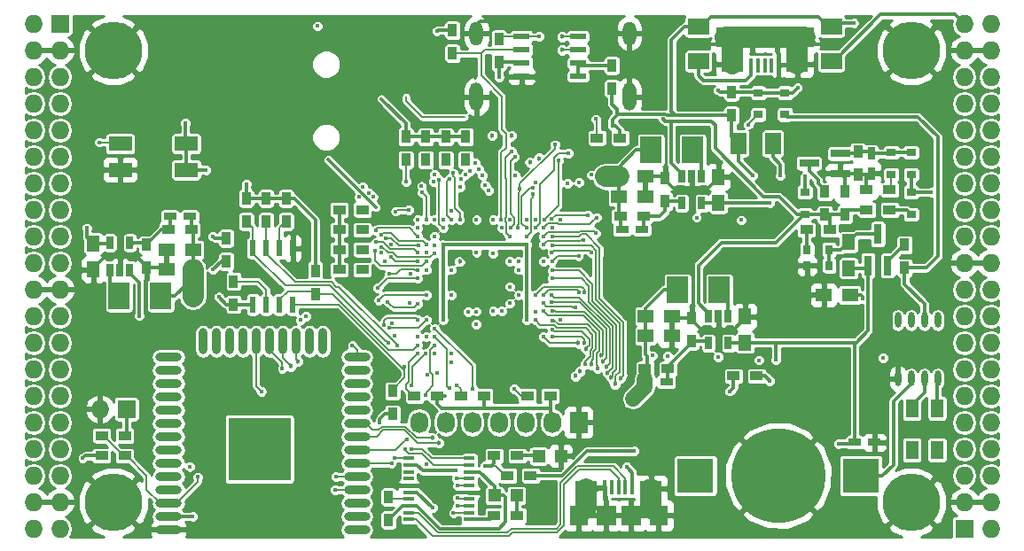
<source format=gbl>
G04 #@! TF.FileFunction,Copper,L4,Bot,Signal*
%FSLAX46Y46*%
G04 Gerber Fmt 4.6, Leading zero omitted, Abs format (unit mm)*
G04 Created by KiCad (PCBNEW 4.0.5+dfsg1-4) date Tue May 16 14:48:21 2017*
%MOMM*%
%LPD*%
G01*
G04 APERTURE LIST*
%ADD10C,0.100000*%
%ADD11R,3.500000X3.300000*%
%ADD12C,9.000000*%
%ADD13R,2.032000X1.524000*%
%ADD14R,2.000000X2.500000*%
%ADD15R,0.700000X1.200000*%
%ADD16R,1.250000X1.500000*%
%ADD17R,1.500000X1.250000*%
%ADD18R,1.524000X2.032000*%
%ADD19O,0.609600X1.473200*%
%ADD20R,0.800000X0.900000*%
%ADD21R,0.900000X0.800000*%
%ADD22R,0.800000X1.900000*%
%ADD23R,1.900000X0.800000*%
%ADD24R,1.200000X0.750000*%
%ADD25R,0.750000X1.200000*%
%ADD26R,1.200000X0.900000*%
%ADD27R,0.900000X1.200000*%
%ADD28O,1.300000X2.700000*%
%ADD29O,1.300000X2.300000*%
%ADD30R,0.600000X1.550000*%
%ADD31R,1.550000X0.600000*%
%ADD32O,2.500000X0.900000*%
%ADD33O,0.900000X2.500000*%
%ADD34R,6.000000X6.000000*%
%ADD35R,1.727200X1.727200*%
%ADD36O,1.727200X1.727200*%
%ADD37C,5.500000*%
%ADD38R,1.000000X0.400000*%
%ADD39R,1.200000X1.800000*%
%ADD40R,2.200000X1.400000*%
%ADD41R,1.727200X2.032000*%
%ADD42O,1.727200X2.032000*%
%ADD43R,1.198880X1.198880*%
%ADD44R,2.100000X1.600000*%
%ADD45R,1.900000X1.900000*%
%ADD46R,0.400000X1.350000*%
%ADD47R,1.800000X1.900000*%
%ADD48C,0.400000*%
%ADD49C,0.454000*%
%ADD50C,1.000000*%
%ADD51C,0.190000*%
%ADD52C,0.300000*%
%ADD53C,2.000000*%
%ADD54C,1.000000*%
%ADD55C,1.500000*%
%ADD56C,0.200000*%
%ADD57C,0.254000*%
G04 APERTURE END LIST*
D10*
D11*
X174390000Y-105870000D03*
X158590000Y-105870000D03*
D12*
X166490000Y-105870000D03*
D13*
X171570000Y-62944000D03*
X171570000Y-66246000D03*
D14*
X160870000Y-88090000D03*
X156870000Y-88090000D03*
D15*
X159825000Y-90600000D03*
X160775000Y-90600000D03*
X161725000Y-90600000D03*
X161725000Y-93200000D03*
X159825000Y-93200000D03*
D14*
X158330000Y-74755000D03*
X154330000Y-74755000D03*
D15*
X157285000Y-77235000D03*
X158235000Y-77235000D03*
X159185000Y-77235000D03*
X159185000Y-79835000D03*
X157285000Y-79835000D03*
D14*
X103530000Y-88725000D03*
X107530000Y-88725000D03*
D15*
X104575000Y-86215000D03*
X103625000Y-86215000D03*
X102675000Y-86215000D03*
X102675000Y-83615000D03*
X104575000Y-83615000D03*
D16*
X101085000Y-83665000D03*
X101085000Y-86165000D03*
D17*
X153810000Y-90630000D03*
X156310000Y-90630000D03*
X153810000Y-92535000D03*
X156310000Y-92535000D03*
D16*
X163315000Y-93150000D03*
X163315000Y-90650000D03*
D17*
X151270000Y-79200000D03*
X153770000Y-79200000D03*
X151270000Y-77295000D03*
X153770000Y-77295000D03*
D16*
X160775000Y-79815000D03*
X160775000Y-77315000D03*
D17*
X110590000Y-84280000D03*
X108090000Y-84280000D03*
X110590000Y-86185000D03*
X108090000Y-86185000D03*
D18*
X162680000Y-74120000D03*
X165982000Y-74120000D03*
D13*
X158870000Y-66246000D03*
X158870000Y-62944000D03*
D19*
X181730000Y-96599000D03*
X180460000Y-96599000D03*
X179190000Y-96599000D03*
X177920000Y-96599000D03*
X177920000Y-91011000D03*
X179190000Y-91011000D03*
X180460000Y-91011000D03*
X181730000Y-91011000D03*
D16*
X173221000Y-86038000D03*
X173221000Y-83538000D03*
D20*
X169250000Y-84280000D03*
X171350000Y-84280000D03*
D21*
X179190000Y-80885000D03*
X179190000Y-78785000D03*
X177285000Y-74975000D03*
X177285000Y-77075000D03*
X169030000Y-80885000D03*
X169030000Y-78785000D03*
D22*
X176965000Y-85780000D03*
X175065000Y-85780000D03*
X176015000Y-82780000D03*
D23*
X172435000Y-75075000D03*
X172435000Y-76975000D03*
X169435000Y-76025000D03*
D24*
X153910000Y-96910000D03*
X155810000Y-96910000D03*
X151570000Y-82375000D03*
X153470000Y-82375000D03*
X110290000Y-81105000D03*
X108390000Y-81105000D03*
D25*
X175380000Y-75075000D03*
X175380000Y-76975000D03*
D26*
X169200000Y-82375000D03*
X171400000Y-82375000D03*
D27*
X172840000Y-80935000D03*
X172840000Y-78735000D03*
D26*
X177115000Y-80470000D03*
X174915000Y-80470000D03*
D27*
X174110000Y-74925000D03*
X174110000Y-77125000D03*
X178555000Y-83815000D03*
X178555000Y-86015000D03*
X113785000Y-83180000D03*
X113785000Y-85380000D03*
X170935000Y-80935000D03*
X170935000Y-78735000D03*
X129280000Y-107900000D03*
X129280000Y-110100000D03*
D26*
X142825000Y-105870000D03*
X140625000Y-105870000D03*
X177115000Y-78565000D03*
X174915000Y-78565000D03*
X153760000Y-95640000D03*
X155960000Y-95640000D03*
X110440000Y-82375000D03*
X108240000Y-82375000D03*
X151420000Y-81105000D03*
X153620000Y-81105000D03*
D27*
X158235000Y-90800000D03*
X158235000Y-93000000D03*
X106165000Y-86015000D03*
X106165000Y-83815000D03*
X155695000Y-77465000D03*
X155695000Y-79665000D03*
D26*
X126782000Y-86185000D03*
X124582000Y-86185000D03*
X126782000Y-84279000D03*
X124582000Y-84279000D03*
X126782000Y-82375000D03*
X124582000Y-82375000D03*
X126782000Y-80470000D03*
X124582000Y-80470000D03*
D27*
X130930000Y-75687000D03*
X130930000Y-73487000D03*
X132835000Y-75687000D03*
X132835000Y-73487000D03*
X134740000Y-75687000D03*
X134740000Y-73487000D03*
X136645000Y-75687000D03*
X136645000Y-73487000D03*
D28*
X152280000Y-69650000D03*
X137680000Y-69650000D03*
D29*
X137680000Y-63600000D03*
X152280000Y-63600000D03*
D30*
X116325000Y-84120000D03*
X117595000Y-84120000D03*
X118865000Y-84120000D03*
X120135000Y-84120000D03*
X120135000Y-89520000D03*
X118865000Y-89520000D03*
X117595000Y-89520000D03*
X116325000Y-89520000D03*
D24*
X173795000Y-102695000D03*
X175695000Y-102695000D03*
D31*
X141980000Y-67705000D03*
X141980000Y-66435000D03*
X141980000Y-65165000D03*
X141980000Y-63895000D03*
X147380000Y-63895000D03*
X147380000Y-65165000D03*
X147380000Y-66435000D03*
X147380000Y-67705000D03*
D20*
X171350000Y-85804000D03*
X169250000Y-85804000D03*
D21*
X179190000Y-77075000D03*
X179190000Y-74975000D03*
D32*
X126260434Y-111030338D03*
X126260434Y-109760338D03*
X126260434Y-108490338D03*
X126260434Y-107220338D03*
X126260434Y-105950338D03*
X126260434Y-104680338D03*
X126260434Y-103410338D03*
X126260434Y-102140338D03*
X126260434Y-100870338D03*
X126260434Y-99600338D03*
X126260434Y-98330338D03*
X126260434Y-97060338D03*
X126260434Y-95790338D03*
X126260434Y-94520338D03*
D33*
X122975434Y-93030338D03*
X121705434Y-93030338D03*
X120435434Y-93030338D03*
X119165434Y-93030338D03*
X117895434Y-93030338D03*
X116625434Y-93030338D03*
X115355434Y-93030338D03*
X114085434Y-93030338D03*
X112815434Y-93030338D03*
X111545434Y-93030338D03*
D32*
X108260434Y-94520338D03*
X108260434Y-95790338D03*
X108260434Y-97060338D03*
X108260434Y-98330338D03*
X108260434Y-99600338D03*
X108260434Y-100870338D03*
X108260434Y-102140338D03*
X108260434Y-103410338D03*
X108260434Y-104680338D03*
X108260434Y-105950338D03*
X108260434Y-107220338D03*
X108260434Y-108490338D03*
X108260434Y-109760338D03*
X108260434Y-111030338D03*
D34*
X116960434Y-103330338D03*
D35*
X97910000Y-62690000D03*
D36*
X95370000Y-62690000D03*
X97910000Y-65230000D03*
X95370000Y-65230000D03*
X97910000Y-67770000D03*
X95370000Y-67770000D03*
X97910000Y-70310000D03*
X95370000Y-70310000D03*
X97910000Y-72850000D03*
X95370000Y-72850000D03*
X97910000Y-75390000D03*
X95370000Y-75390000D03*
X97910000Y-77930000D03*
X95370000Y-77930000D03*
X97910000Y-80470000D03*
X95370000Y-80470000D03*
X97910000Y-83010000D03*
X95370000Y-83010000D03*
X97910000Y-85550000D03*
X95370000Y-85550000D03*
X97910000Y-88090000D03*
X95370000Y-88090000D03*
X97910000Y-90630000D03*
X95370000Y-90630000D03*
X97910000Y-93170000D03*
X95370000Y-93170000D03*
X97910000Y-95710000D03*
X95370000Y-95710000D03*
X97910000Y-98250000D03*
X95370000Y-98250000D03*
X97910000Y-100790000D03*
X95370000Y-100790000D03*
X97910000Y-103330000D03*
X95370000Y-103330000D03*
X97910000Y-105870000D03*
X95370000Y-105870000D03*
X97910000Y-108410000D03*
X95370000Y-108410000D03*
X97910000Y-110950000D03*
X95370000Y-110950000D03*
D35*
X184270000Y-110950000D03*
D36*
X186810000Y-110950000D03*
X184270000Y-108410000D03*
X186810000Y-108410000D03*
X184270000Y-105870000D03*
X186810000Y-105870000D03*
X184270000Y-103330000D03*
X186810000Y-103330000D03*
X184270000Y-100790000D03*
X186810000Y-100790000D03*
X184270000Y-98250000D03*
X186810000Y-98250000D03*
X184270000Y-95710000D03*
X186810000Y-95710000D03*
X184270000Y-93170000D03*
X186810000Y-93170000D03*
X184270000Y-90630000D03*
X186810000Y-90630000D03*
X184270000Y-88090000D03*
X186810000Y-88090000D03*
X184270000Y-85550000D03*
X186810000Y-85550000D03*
X184270000Y-83010000D03*
X186810000Y-83010000D03*
X184270000Y-80470000D03*
X186810000Y-80470000D03*
X184270000Y-77930000D03*
X186810000Y-77930000D03*
X184270000Y-75390000D03*
X186810000Y-75390000D03*
X184270000Y-72850000D03*
X186810000Y-72850000D03*
X184270000Y-70310000D03*
X186810000Y-70310000D03*
X184270000Y-67770000D03*
X186810000Y-67770000D03*
X184270000Y-65230000D03*
X186810000Y-65230000D03*
X184270000Y-62690000D03*
X186810000Y-62690000D03*
D37*
X102990000Y-108410000D03*
X179190000Y-108410000D03*
X179190000Y-65230000D03*
X102990000Y-65230000D03*
D21*
X167125000Y-69260000D03*
X167125000Y-71360000D03*
X164585000Y-69260000D03*
X164585000Y-71360000D03*
D27*
X162045000Y-71410000D03*
X162045000Y-69210000D03*
X139820000Y-66330000D03*
X139820000Y-64130000D03*
X135375000Y-63300000D03*
X135375000Y-65500000D03*
X150615000Y-68870000D03*
X150615000Y-66670000D03*
D26*
X151380000Y-73600000D03*
X149180000Y-73600000D03*
D38*
X137005000Y-104215000D03*
X137005000Y-104865000D03*
X137005000Y-105515000D03*
X137005000Y-106165000D03*
X137005000Y-106815000D03*
X137005000Y-107465000D03*
X137005000Y-108115000D03*
X137005000Y-108765000D03*
X137005000Y-109415000D03*
X137005000Y-110065000D03*
X131205000Y-110065000D03*
X131205000Y-109415000D03*
X131205000Y-108765000D03*
X131205000Y-108115000D03*
X131205000Y-107465000D03*
X131205000Y-106815000D03*
X131205000Y-106165000D03*
X131205000Y-105515000D03*
X131205000Y-104865000D03*
X131205000Y-104215000D03*
D27*
X119500000Y-79370000D03*
X119500000Y-81570000D03*
X114480000Y-89500000D03*
X114480000Y-87300000D03*
X129660000Y-99985000D03*
X129660000Y-97785000D03*
X117595000Y-79370000D03*
X117595000Y-81570000D03*
X122280000Y-86300000D03*
X122280000Y-88500000D03*
X115690000Y-79370000D03*
X115690000Y-81570000D03*
D26*
X144730000Y-98250000D03*
X142530000Y-98250000D03*
X138380000Y-98250000D03*
X136180000Y-98250000D03*
X133935000Y-98250000D03*
X131735000Y-98250000D03*
X101890000Y-103965000D03*
X104090000Y-103965000D03*
D39*
X179260000Y-99425000D03*
X179260000Y-103425000D03*
X181660000Y-103425000D03*
X181660000Y-99425000D03*
D40*
X109950000Y-76640000D03*
X103650000Y-76640000D03*
X103650000Y-74140000D03*
X109950000Y-74140000D03*
D35*
X104260000Y-99520000D03*
D36*
X101720000Y-99520000D03*
D41*
X147440000Y-100790000D03*
D42*
X144900000Y-100790000D03*
X142360000Y-100790000D03*
X139820000Y-100790000D03*
X137280000Y-100790000D03*
X134740000Y-100790000D03*
X132200000Y-100790000D03*
D26*
X101890000Y-102060000D03*
X104090000Y-102060000D03*
D43*
X143630980Y-104000000D03*
X145729020Y-104000000D03*
X141504020Y-107775000D03*
X139405980Y-107775000D03*
D26*
X139355000Y-103965000D03*
X141555000Y-103965000D03*
X139355000Y-109680000D03*
X141555000Y-109680000D03*
D44*
X154350000Y-107130000D03*
X148150000Y-107130000D03*
D45*
X152450000Y-109680000D03*
X150050000Y-109680000D03*
D46*
X152550000Y-107005000D03*
X151900000Y-107005000D03*
X151250000Y-107005000D03*
X150600000Y-107005000D03*
X149950000Y-107005000D03*
D47*
X155050000Y-109680000D03*
X147450000Y-109680000D03*
D44*
X162120000Y-66510000D03*
X168320000Y-66510000D03*
D45*
X164020000Y-63960000D03*
X166420000Y-63960000D03*
D46*
X163920000Y-66635000D03*
X164570000Y-66635000D03*
X165220000Y-66635000D03*
X165870000Y-66635000D03*
X166520000Y-66635000D03*
D47*
X161420000Y-63960000D03*
X169020000Y-63960000D03*
D17*
X173330000Y-88600000D03*
X170830000Y-88600000D03*
D26*
X164415000Y-96345000D03*
X162215000Y-96345000D03*
D48*
X166480000Y-85600000D03*
X146602990Y-71792990D03*
X141828352Y-71792990D03*
X144966727Y-71792990D03*
X143392702Y-71792990D03*
X147987057Y-71792990D03*
X159480000Y-64600000D03*
X161995000Y-77315000D03*
X164978793Y-81224197D03*
X124080000Y-110877010D03*
X140880000Y-81400000D03*
X106080000Y-76600000D03*
X131380496Y-86561019D03*
X119500000Y-77930000D03*
X136085174Y-89394826D03*
X109340000Y-77930000D03*
X145680000Y-91000000D03*
X135280000Y-80600000D03*
X117480000Y-74800000D03*
X145680000Y-81400000D03*
X177280000Y-82200000D03*
X139080000Y-69600000D03*
X120430000Y-97050000D03*
X112880000Y-99400000D03*
X150080000Y-81600000D03*
X161080000Y-81400000D03*
X156280000Y-81200000D03*
X129680000Y-106600000D03*
X131280000Y-89400000D03*
X162560000Y-95000000D03*
X158080000Y-94600000D03*
X133690245Y-94180159D03*
D49*
X139312644Y-91359700D03*
D48*
X140874194Y-91433353D03*
X145680000Y-85422010D03*
X132880424Y-84565132D03*
X144080000Y-84600000D03*
X145680000Y-94200000D03*
X135280000Y-95000000D03*
X135280000Y-94200000D03*
X142480000Y-94200000D03*
X140880000Y-93400000D03*
X139280000Y-93400000D03*
X137680000Y-93400000D03*
X136080000Y-93400000D03*
X136880000Y-92600000D03*
X135280000Y-92600000D03*
X132880000Y-91800000D03*
X132880000Y-93400000D03*
X132880000Y-82200000D03*
D49*
X141042859Y-86994997D03*
X139280000Y-87000000D03*
X136110990Y-86995403D03*
X139280000Y-88600000D03*
X137680000Y-87000000D03*
X136080000Y-84600000D03*
D48*
X173680000Y-62600000D03*
X150641998Y-72427990D03*
X133480000Y-108940000D03*
X100476549Y-82200000D03*
X164080000Y-77200000D03*
X165680000Y-79800000D03*
X166280000Y-94800000D03*
X172280000Y-102800000D03*
X109880000Y-72200000D03*
X112515000Y-83010000D03*
X165680000Y-96800000D03*
X133880000Y-63400000D03*
X148639876Y-77124934D03*
X181065000Y-78785000D03*
X128441330Y-100795881D03*
X162950497Y-81440902D03*
X174587990Y-88973349D03*
X111840000Y-76640000D03*
X110529662Y-109760338D03*
X110280000Y-105000000D03*
X100080000Y-104200000D03*
X115690000Y-78010000D03*
X113080000Y-88800000D03*
X139820000Y-67770000D03*
X164653770Y-94825547D03*
X160734802Y-94505582D03*
X155945719Y-94444824D03*
X154480000Y-94400000D03*
X158680000Y-81200000D03*
X176480000Y-94600000D03*
D50*
X149710735Y-77289735D03*
D48*
X137665894Y-91402446D03*
X135273306Y-88618602D03*
X139272517Y-84611349D03*
X137680556Y-84534085D03*
X141680000Y-86200000D03*
X135280000Y-86200000D03*
X132880000Y-92600000D03*
X132080000Y-92600000D03*
X141680000Y-88600000D03*
X141680000Y-85400000D03*
D50*
X152621047Y-98519969D03*
D48*
X136885174Y-90194826D03*
X140094890Y-90122990D03*
X139280000Y-90122990D03*
X140880000Y-89400000D03*
X137680000Y-90172990D03*
X140880000Y-87800000D03*
X140880000Y-85400000D03*
D49*
X136080000Y-85400000D03*
D48*
X129629397Y-91274827D03*
X121408624Y-90632457D03*
X129813284Y-92511909D03*
X120880000Y-91000000D03*
D50*
X110593658Y-88756708D03*
D48*
X142480000Y-91000000D03*
X142480000Y-83800000D03*
X134480000Y-83800000D03*
X134480000Y-91000000D03*
X155480000Y-71792990D03*
X105480000Y-90600000D03*
X137288700Y-97538741D03*
X135884156Y-106800406D03*
X133680000Y-91800000D03*
D49*
X134074414Y-102752225D03*
D48*
X135085458Y-97531790D03*
X135855186Y-108022639D03*
D49*
X133449289Y-102232615D03*
D48*
X133680000Y-92600000D03*
X132775091Y-98178917D03*
X129563728Y-104680338D03*
X132918584Y-104800000D03*
X135853254Y-108792386D03*
X133685668Y-93402482D03*
X131426885Y-97278295D03*
X132846234Y-94197073D03*
X131019992Y-102364188D03*
X135471949Y-109409592D03*
X122480000Y-62900000D03*
D49*
X145851858Y-65189228D03*
D48*
X149080000Y-71792990D03*
D49*
X145873729Y-63920849D03*
D48*
X143680000Y-63900000D03*
X140035989Y-81400000D03*
X129346243Y-86561022D03*
X132080000Y-86244011D03*
X117121665Y-97817265D03*
X119130057Y-95662364D03*
D49*
X119978162Y-95412951D03*
X120634035Y-94977604D03*
D48*
X152002589Y-105038666D03*
X166680000Y-77200000D03*
X168332253Y-68794691D03*
X160775000Y-69040000D03*
X147480000Y-77822010D03*
X146387166Y-77918991D03*
X131453853Y-103296209D03*
D49*
X148653935Y-95239949D03*
D48*
X144885216Y-91021238D03*
D49*
X149619858Y-94378867D03*
D48*
X144885689Y-90132858D03*
D49*
X150895161Y-97104924D03*
D48*
X144890381Y-83866022D03*
D49*
X151426924Y-96525191D03*
D48*
X144894101Y-83022010D03*
D49*
X150518912Y-96497510D03*
D48*
X144901285Y-86268736D03*
D49*
X150197861Y-96013257D03*
D48*
X144888562Y-86993817D03*
D49*
X150072035Y-95446034D03*
D48*
X144877648Y-88622010D03*
D49*
X149779241Y-94944191D03*
D48*
X144869421Y-89288847D03*
D49*
X148110244Y-93760618D03*
D48*
X144882782Y-91877646D03*
D49*
X147402091Y-93209005D03*
D48*
X144080000Y-92600000D03*
D49*
X147982902Y-93193733D03*
D48*
X144882352Y-92577990D03*
X130807074Y-95454141D03*
X130124012Y-93413277D03*
X132080000Y-93400000D03*
X129280000Y-93200000D03*
X133919980Y-96038729D03*
X141280000Y-97600000D03*
X132954301Y-96239373D03*
X135770000Y-97200000D03*
X132080000Y-94200000D03*
X128606412Y-84518181D03*
X111080000Y-106000000D03*
X129212186Y-89291571D03*
X132080000Y-89444020D03*
X130839486Y-103354982D03*
X132880000Y-86200000D03*
X129880000Y-104200000D03*
X128356145Y-89085098D03*
X132880000Y-88600000D03*
X135778649Y-106163691D03*
X128223869Y-87924075D03*
X124253981Y-105982535D03*
X132080000Y-87000000D03*
X125827283Y-93452662D03*
X124202418Y-107207639D03*
D49*
X139185419Y-73378045D03*
X141029139Y-73391006D03*
X143625670Y-75521246D03*
X142775852Y-75939146D03*
D48*
X135058026Y-77491517D03*
X135274882Y-81390604D03*
X134527010Y-81390604D03*
X133573575Y-77765579D03*
X133668154Y-77111081D03*
X126806396Y-78251801D03*
X126425397Y-79239391D03*
X127789562Y-79234967D03*
X127416908Y-78862313D03*
X132427111Y-78217208D03*
X132492381Y-78810273D03*
X132884441Y-81391117D03*
X128066237Y-82397414D03*
X132084319Y-83022010D03*
X128546476Y-82836338D03*
X132886504Y-83777990D03*
X128967292Y-83153599D03*
X132117443Y-83866021D03*
X128047208Y-83558437D03*
X132033945Y-84555989D03*
X128558092Y-83989293D03*
X133671942Y-84595200D03*
X127975965Y-84402448D03*
X132875802Y-85421990D03*
D49*
X147131990Y-96348010D03*
X147526704Y-95921658D03*
D48*
X148074116Y-95229326D03*
X143280000Y-91000000D03*
X149207706Y-95605291D03*
X144082424Y-90132858D03*
X147125926Y-89802879D03*
X144035793Y-89397606D03*
X143281824Y-90201951D03*
X144080517Y-85397219D03*
X147422472Y-84858593D03*
X144886544Y-85385186D03*
X149110027Y-82710554D03*
X144080000Y-83000000D03*
X144885092Y-82177990D03*
X147470668Y-88324835D03*
X144082832Y-88584510D03*
X147997681Y-88324844D03*
X143278026Y-88595030D03*
X149131913Y-81202010D03*
X144076901Y-82186448D03*
X148337768Y-80975785D03*
X144866392Y-81333979D03*
X139280000Y-81400000D03*
X138857381Y-78600803D03*
X138474753Y-78117762D03*
X138223359Y-77164182D03*
X137589337Y-75974186D03*
X137906348Y-76577236D03*
X137680000Y-81400000D03*
X137023753Y-76742518D03*
X136645199Y-77109176D03*
X136170384Y-77530992D03*
X136102010Y-78268593D03*
X135473038Y-76949878D03*
X136080000Y-81400000D03*
X148668800Y-84550312D03*
X144877691Y-84532933D03*
X147904113Y-83328694D03*
X144080000Y-83800000D03*
X143020312Y-78979262D03*
X142473549Y-82998913D03*
X143087229Y-78375187D03*
X142457990Y-82191394D03*
X145494004Y-75718570D03*
X144146021Y-81374784D03*
X143323210Y-77837480D03*
X146456648Y-75056695D03*
X143302010Y-82194992D03*
X143302010Y-81381735D03*
X141820108Y-78446944D03*
X145172870Y-74240536D03*
X141657990Y-82130345D03*
X142457990Y-81382236D03*
X140080000Y-82200000D03*
X141346021Y-77170289D03*
X141046643Y-74873804D03*
X140864029Y-83041403D03*
X140924011Y-82179283D03*
X141329877Y-75415642D03*
X133680000Y-82977990D03*
X132080000Y-81400000D03*
X132080000Y-82177990D03*
X130976883Y-77755103D03*
X133680000Y-81400000D03*
X133680000Y-83822010D03*
X129365043Y-91730742D03*
X132880000Y-91000000D03*
X128848343Y-91514164D03*
X132077648Y-90977990D03*
X129963132Y-80608536D03*
X131180000Y-80500000D03*
X129482623Y-84960036D03*
X132080000Y-85400000D03*
X163632576Y-72315545D03*
X134105000Y-77603945D03*
X134480000Y-82200000D03*
X138500159Y-104911875D03*
X135680000Y-105400000D03*
X152728307Y-103529015D03*
X169030000Y-77295000D03*
X101680000Y-74000000D03*
X128880000Y-85400000D03*
X129521213Y-83758787D03*
X112515000Y-86185000D03*
X161880000Y-97800000D03*
D51*
X130950000Y-69650000D02*
X130950000Y-70050000D01*
X132500000Y-71600000D02*
X136534529Y-71600000D01*
X130950000Y-70050000D02*
X132500000Y-71600000D01*
D52*
X123523601Y-75662999D02*
X128080000Y-80219398D01*
X168346000Y-85600000D02*
X166480000Y-85600000D01*
X169250000Y-85804000D02*
X168550000Y-85804000D01*
X168550000Y-85804000D02*
X168346000Y-85600000D01*
X160775000Y-77315000D02*
X161995000Y-77315000D01*
X105090000Y-76600000D02*
X106080000Y-76600000D01*
X103650000Y-76640000D02*
X105050000Y-76640000D01*
X105050000Y-76640000D02*
X105090000Y-76600000D01*
X139080000Y-69600000D02*
X137730000Y-69600000D01*
X137730000Y-69600000D02*
X137680000Y-69650000D01*
X150130000Y-62400000D02*
X151330000Y-63600000D01*
X151330000Y-63600000D02*
X152280000Y-63600000D01*
X138080000Y-62400000D02*
X150130000Y-62400000D01*
X137680000Y-62800000D02*
X138080000Y-62400000D01*
X137680000Y-63600000D02*
X137680000Y-62800000D01*
X137680000Y-63600000D02*
X137680000Y-63000000D01*
X166520000Y-66635000D02*
X168195000Y-66635000D01*
X168195000Y-66635000D02*
X168320000Y-66510000D01*
X149950000Y-107005000D02*
X148275000Y-107005000D01*
X148275000Y-107005000D02*
X148150000Y-107130000D01*
X134345000Y-107465000D02*
X133695000Y-106815000D01*
X133695000Y-106815000D02*
X131205000Y-106815000D01*
X137005000Y-107465000D02*
X134345000Y-107465000D01*
X130190000Y-106600000D02*
X129680000Y-106600000D01*
X131205000Y-106815000D02*
X130405000Y-106815000D01*
X130405000Y-106815000D02*
X130190000Y-106600000D01*
X170080000Y-64600000D02*
X170680000Y-64600000D01*
X169020000Y-63960000D02*
X169440000Y-63960000D01*
X169440000Y-63960000D02*
X170080000Y-64600000D01*
X169020000Y-63960000D02*
X169240000Y-63960000D01*
X160480000Y-64600000D02*
X159480000Y-64600000D01*
X161120000Y-63960000D02*
X160480000Y-64600000D01*
X161420000Y-63960000D02*
X161120000Y-63960000D01*
X169240000Y-63960000D02*
X169880000Y-64600000D01*
D53*
X161420000Y-63960000D02*
X169020000Y-63960000D01*
X162120000Y-66510000D02*
X162120000Y-64660000D01*
D52*
X162120000Y-64660000D02*
X161420000Y-63960000D01*
D53*
X168320000Y-66510000D02*
X168320000Y-64660000D01*
D52*
X168320000Y-64660000D02*
X169020000Y-63960000D01*
D53*
X154350000Y-107130000D02*
X154350000Y-108980000D01*
D52*
X154350000Y-108980000D02*
X155050000Y-109680000D01*
D53*
X148150000Y-107130000D02*
X148150000Y-108980000D01*
D52*
X148150000Y-108980000D02*
X147450000Y-109680000D01*
X102210000Y-84915000D02*
X103625000Y-84915000D01*
X103625000Y-84915000D02*
X105215000Y-84915000D01*
X103625000Y-86215000D02*
X103625000Y-84915000D01*
X105215000Y-84915000D02*
X106165000Y-85865000D01*
X106165000Y-85865000D02*
X106165000Y-86015000D01*
X101085000Y-86165000D02*
X101085000Y-86040000D01*
X101085000Y-86040000D02*
X102210000Y-84915000D01*
X106165000Y-86015000D02*
X107920000Y-86015000D01*
X107920000Y-86015000D02*
X108090000Y-86185000D01*
X139085645Y-91132701D02*
X139312644Y-91359700D01*
X138480000Y-89400000D02*
X138480000Y-90527056D01*
X139280000Y-88600000D02*
X138480000Y-89400000D01*
X138480000Y-90527056D02*
X139085645Y-91132701D01*
X153770000Y-77295000D02*
X155525000Y-77295000D01*
X155525000Y-77295000D02*
X155695000Y-77465000D01*
X153770000Y-79200000D02*
X153770000Y-77295000D01*
X174110000Y-77125000D02*
X174745000Y-77125000D01*
X174745000Y-77125000D02*
X175230000Y-77125000D01*
X174915000Y-78565000D02*
X174915000Y-77295000D01*
X174915000Y-77295000D02*
X174745000Y-77125000D01*
X172840000Y-78735000D02*
X172840000Y-77380000D01*
X172840000Y-77380000D02*
X172435000Y-76975000D01*
X175230000Y-77125000D02*
X175380000Y-76975000D01*
X172435000Y-76975000D02*
X173960000Y-76975000D01*
X173960000Y-76975000D02*
X174110000Y-77125000D01*
X137680000Y-86200000D02*
X137680000Y-86600000D01*
X136080000Y-84600000D02*
X137680000Y-86200000D01*
X159850000Y-78365000D02*
X158235000Y-78365000D01*
X158235000Y-78365000D02*
X156445000Y-78365000D01*
X158235000Y-77235000D02*
X158235000Y-78365000D01*
X160775000Y-77315000D02*
X160775000Y-77440000D01*
X160775000Y-77440000D02*
X159850000Y-78365000D01*
X156445000Y-78365000D02*
X155695000Y-77615000D01*
X155695000Y-77615000D02*
X155695000Y-77465000D01*
X156310000Y-90630000D02*
X156310000Y-92535000D01*
X158235000Y-90800000D02*
X156480000Y-90800000D01*
X156480000Y-90800000D02*
X156310000Y-90630000D01*
X163315000Y-90650000D02*
X163315000Y-90834602D01*
X163315000Y-90834602D02*
X162249602Y-91900000D01*
X162249602Y-91900000D02*
X160775000Y-91900000D01*
X101085000Y-86165000D02*
X101085000Y-85929893D01*
X106165000Y-85944374D02*
X106165000Y-86015000D01*
X159185000Y-91900000D02*
X160775000Y-91900000D01*
X160775000Y-90600000D02*
X160775000Y-91900000D01*
X158235000Y-90800000D02*
X158235000Y-90950000D01*
X158235000Y-90950000D02*
X159185000Y-91900000D01*
X108090000Y-84280000D02*
X108090000Y-86185000D01*
X107625000Y-84745000D02*
X108090000Y-84280000D01*
X108070000Y-84260000D02*
X108090000Y-84280000D01*
X141037856Y-87000000D02*
X141042859Y-86994997D01*
X139280000Y-87000000D02*
X141037856Y-87000000D01*
X136432016Y-86995403D02*
X136110990Y-86995403D01*
X137284597Y-86995403D02*
X136432016Y-86995403D01*
X137680000Y-86600000D02*
X137284597Y-86995403D01*
X137680000Y-86600000D02*
X137680000Y-87000000D01*
X158870000Y-62944000D02*
X157554000Y-62944000D01*
X157554000Y-62944000D02*
X156306476Y-64191524D01*
X156306476Y-64191524D02*
X156306476Y-71036476D01*
X156306476Y-71036476D02*
X156680000Y-71410000D01*
X173680000Y-62600000D02*
X171914000Y-62600000D01*
X171914000Y-62600000D02*
X171570000Y-62944000D01*
X171570000Y-62944000D02*
X171224000Y-62944000D01*
X171224000Y-62944000D02*
X170280000Y-62000000D01*
X159136000Y-62944000D02*
X158870000Y-62944000D01*
X170280000Y-62000000D02*
X160080000Y-62000000D01*
X160080000Y-62000000D02*
X159136000Y-62944000D01*
X162045000Y-71410000D02*
X156680000Y-71410000D01*
X156680000Y-71410000D02*
X155802974Y-71410000D01*
X150641998Y-71838002D02*
X150641998Y-72145148D01*
X150924840Y-72427990D02*
X150641998Y-72427990D01*
X150641998Y-72145148D02*
X150641998Y-72427990D01*
X151380000Y-72850000D02*
X150957990Y-72427990D01*
X150957990Y-72427990D02*
X150924840Y-72427990D01*
X151080000Y-71400000D02*
X150641998Y-71838002D01*
X155708962Y-71315988D02*
X151164012Y-71315988D01*
X151164012Y-71315988D02*
X151080000Y-71400000D01*
X155802974Y-71410000D02*
X155708962Y-71315988D01*
X151380000Y-73600000D02*
X151380000Y-72850000D01*
X131205000Y-107465000D02*
X132005000Y-107465000D01*
X132005000Y-107465000D02*
X133480000Y-108940000D01*
X100476549Y-82200000D02*
X100476549Y-83056549D01*
X100476549Y-83056549D02*
X101085000Y-83665000D01*
X162680000Y-74120000D02*
X162680000Y-75800000D01*
X162680000Y-75800000D02*
X164080000Y-77200000D01*
X165680000Y-79800000D02*
X160790000Y-79800000D01*
X160790000Y-79800000D02*
X160775000Y-79815000D01*
X166280000Y-93150000D02*
X173930000Y-93150000D01*
X163315000Y-93150000D02*
X166280000Y-93150000D01*
X166280000Y-93150000D02*
X166280000Y-94800000D01*
X173795000Y-102695000D02*
X173795000Y-93285000D01*
X173795000Y-93285000D02*
X173930000Y-93150000D01*
X160775000Y-79940000D02*
X160775000Y-79815000D01*
X175065000Y-92015000D02*
X175065000Y-85780000D01*
X173930000Y-93150000D02*
X175065000Y-92015000D01*
X164925000Y-93150000D02*
X164240000Y-93150000D01*
X164240000Y-93150000D02*
X163315000Y-93150000D01*
X172280000Y-102800000D02*
X173690000Y-102800000D01*
X173690000Y-102800000D02*
X173795000Y-102695000D01*
X101085000Y-83665000D02*
X101085000Y-83790000D01*
X151080000Y-71400000D02*
X151080000Y-70838120D01*
X151080000Y-70838120D02*
X150615000Y-70373120D01*
X150615000Y-70373120D02*
X150615000Y-69995990D01*
X150615000Y-69995990D02*
X150615000Y-68870000D01*
X159185000Y-79835000D02*
X160755000Y-79835000D01*
X160755000Y-79835000D02*
X160775000Y-79815000D01*
X161725000Y-93200000D02*
X163265000Y-93200000D01*
X163265000Y-93200000D02*
X163315000Y-93150000D01*
X173221000Y-86038000D02*
X174807000Y-86038000D01*
X174807000Y-86038000D02*
X175065000Y-85780000D01*
X162045000Y-71410000D02*
X162045000Y-73485000D01*
X162045000Y-73485000D02*
X162680000Y-74120000D01*
X101085000Y-83665000D02*
X102625000Y-83665000D01*
X102625000Y-83665000D02*
X102675000Y-83615000D01*
X171570000Y-66246000D02*
X171824000Y-66246000D01*
X171824000Y-66246000D02*
X176270000Y-61800000D01*
X176270000Y-61800000D02*
X183380000Y-61800000D01*
X183380000Y-61800000D02*
X184270000Y-62690000D01*
X109880000Y-72200000D02*
X109880000Y-74070000D01*
X109880000Y-74070000D02*
X109950000Y-74140000D01*
X137080000Y-99400000D02*
X138480000Y-99400000D01*
X138480000Y-99400000D02*
X144730000Y-99400000D01*
X138380000Y-98250000D02*
X138380000Y-99300000D01*
X138380000Y-99300000D02*
X138480000Y-99400000D01*
X144730000Y-98250000D02*
X144730000Y-99400000D01*
X144730000Y-99400000D02*
X144730000Y-100620000D01*
X134335000Y-99400000D02*
X137080000Y-99400000D01*
X133935000Y-98250000D02*
X133935000Y-99000000D01*
X133935000Y-99000000D02*
X134335000Y-99400000D01*
X133935000Y-98250000D02*
X134714151Y-98250000D01*
X164415000Y-96345000D02*
X165225000Y-96345000D01*
X165225000Y-96345000D02*
X165680000Y-96800000D01*
X113785000Y-83180000D02*
X112685000Y-83180000D01*
X112685000Y-83180000D02*
X112515000Y-83010000D01*
X133980000Y-63300000D02*
X133880000Y-63400000D01*
X135375000Y-63300000D02*
X133980000Y-63300000D01*
X122280000Y-86300000D02*
X122280000Y-81400000D01*
X122280000Y-81400000D02*
X120250000Y-79370000D01*
X120250000Y-79370000D02*
X119500000Y-79370000D01*
X179190000Y-78785000D02*
X181065000Y-78785000D01*
X128441330Y-100513039D02*
X128441330Y-100795881D01*
X128441330Y-100453670D02*
X128441330Y-100513039D01*
X129660000Y-99985000D02*
X128910000Y-99985000D01*
X128910000Y-99985000D02*
X128441330Y-100453670D01*
X174380000Y-88600000D02*
X174587990Y-88807990D01*
X174587990Y-88807990D02*
X174587990Y-88973349D01*
X173330000Y-88600000D02*
X174380000Y-88600000D01*
X109950000Y-76640000D02*
X111840000Y-76640000D01*
X109950000Y-76640000D02*
X109950000Y-74140000D01*
X108260434Y-109760338D02*
X110529662Y-109760338D01*
X179190000Y-77075000D02*
X179190000Y-78785000D01*
X100315000Y-103965000D02*
X100080000Y-104200000D01*
X101890000Y-103965000D02*
X100315000Y-103965000D01*
X115690000Y-79370000D02*
X115690000Y-78010000D01*
X117595000Y-79370000D02*
X119500000Y-79370000D01*
X115690000Y-79370000D02*
X117595000Y-79370000D01*
X114480000Y-89500000D02*
X113780000Y-89500000D01*
X113780000Y-89500000D02*
X113080000Y-88800000D01*
X114480000Y-89500000D02*
X116305000Y-89500000D01*
X116305000Y-89500000D02*
X116325000Y-89520000D01*
X144900000Y-98250000D02*
X144730000Y-98250000D01*
X138380000Y-98250000D02*
X138530000Y-98250000D01*
X144730000Y-100620000D02*
X144900000Y-100790000D01*
X135325000Y-63350000D02*
X135375000Y-63300000D01*
X139820000Y-66330000D02*
X141875000Y-66330000D01*
X141875000Y-66330000D02*
X141980000Y-66435000D01*
X139820000Y-66330000D02*
X139820000Y-67770000D01*
D54*
X151270000Y-77295000D02*
X151264735Y-77289735D01*
D53*
X151264735Y-77289735D02*
X149993577Y-77289735D01*
D54*
X149993577Y-77289735D02*
X149710735Y-77289735D01*
D52*
X151270000Y-77295000D02*
X151270000Y-76370000D01*
X152885000Y-74755000D02*
X153030000Y-74755000D01*
X151270000Y-76370000D02*
X152885000Y-74755000D01*
X153030000Y-74755000D02*
X154330000Y-74755000D01*
X151420000Y-81105000D02*
X151420000Y-82225000D01*
X151420000Y-82225000D02*
X151570000Y-82375000D01*
X151270000Y-79200000D02*
X151270000Y-80955000D01*
X151270000Y-80955000D02*
X151420000Y-81105000D01*
X151270000Y-77295000D02*
X151270000Y-79200000D01*
X151790000Y-76775000D02*
X151270000Y-77295000D01*
X160870000Y-88090000D02*
X161725000Y-88945000D01*
X161725000Y-88945000D02*
X161725000Y-90600000D01*
X159185000Y-77235000D02*
X159185000Y-75610000D01*
X159185000Y-75610000D02*
X158330000Y-74755000D01*
D55*
X153121046Y-98019970D02*
X152621047Y-98519969D01*
X153733519Y-97407497D02*
X153121046Y-98019970D01*
X153733519Y-96686345D02*
X153733519Y-97407497D01*
D52*
X154110000Y-95710000D02*
X154110000Y-96385000D01*
X156870000Y-88090000D02*
X155570000Y-88090000D01*
X155570000Y-88090000D02*
X153810000Y-89850000D01*
X153810000Y-89850000D02*
X153810000Y-90630000D01*
X153960000Y-94440000D02*
X153960000Y-95560000D01*
X153960000Y-95560000D02*
X154110000Y-95710000D01*
X153810000Y-92535000D02*
X153810000Y-94290000D01*
X153810000Y-94290000D02*
X153960000Y-94440000D01*
X153810000Y-92535000D02*
X153810000Y-90630000D01*
X153695000Y-90515000D02*
X153810000Y-90630000D01*
X155960000Y-95640000D02*
X155960000Y-96760000D01*
X155960000Y-96760000D02*
X155810000Y-96910000D01*
X156010000Y-95375000D02*
X158235000Y-93150000D01*
X156010000Y-95710000D02*
X156010000Y-95375000D01*
X158235000Y-93150000D02*
X158235000Y-93000000D01*
X158235000Y-93000000D02*
X159625000Y-93000000D01*
X159625000Y-93000000D02*
X159825000Y-93200000D01*
X110590000Y-88753050D02*
X110593658Y-88756708D01*
D53*
X110590000Y-86185000D02*
X110590000Y-88753050D01*
D52*
X107530000Y-88725000D02*
X108830000Y-88725000D01*
X108830000Y-88725000D02*
X110590000Y-86965000D01*
X110590000Y-86965000D02*
X110590000Y-86185000D01*
X142480000Y-83800000D02*
X142480000Y-91000000D01*
X134480000Y-83800000D02*
X142480000Y-83800000D01*
X134480000Y-91000000D02*
X134480000Y-83800000D01*
X110440000Y-82375000D02*
X110440000Y-81255000D01*
X110440000Y-81255000D02*
X110290000Y-81105000D01*
X110590000Y-84280000D02*
X110590000Y-82525000D01*
X110590000Y-82525000D02*
X110440000Y-82375000D01*
X110590000Y-86185000D02*
X110590000Y-84280000D01*
X110070000Y-86705000D02*
X110590000Y-86185000D01*
X102675000Y-86215000D02*
X102675000Y-87870000D01*
X102675000Y-87870000D02*
X103530000Y-88725000D01*
X156280000Y-72000000D02*
X160080000Y-72000000D01*
X160080000Y-72000000D02*
X160459361Y-72379361D01*
X160459361Y-72379361D02*
X160459361Y-74579361D01*
X160459361Y-74579361D02*
X165080000Y-79200000D01*
X165080000Y-79200000D02*
X166595000Y-79200000D01*
X166595000Y-79200000D02*
X168280000Y-80885000D01*
X168280000Y-80885000D02*
X169030000Y-80885000D01*
X155679999Y-71992989D02*
X155480000Y-71792990D01*
X155687010Y-72000000D02*
X155679999Y-71992989D01*
X156280000Y-72000000D02*
X155687010Y-72000000D01*
X105480000Y-87400000D02*
X105480000Y-90600000D01*
X104575000Y-86495000D02*
X105480000Y-87400000D01*
X104575000Y-86215000D02*
X104575000Y-86495000D01*
X156280000Y-75980000D02*
X156280000Y-72000000D01*
X157285000Y-77235000D02*
X157285000Y-76985000D01*
X157285000Y-76985000D02*
X156280000Y-75980000D01*
X159825000Y-90600000D02*
X159825000Y-90345000D01*
X159825000Y-90345000D02*
X158880000Y-89400000D01*
X158880000Y-89400000D02*
X158880000Y-85800000D01*
X158880000Y-85800000D02*
X161080000Y-83600000D01*
X161080000Y-83600000D02*
X166265000Y-83600000D01*
X166265000Y-83600000D02*
X168980000Y-80885000D01*
X168980000Y-80885000D02*
X169030000Y-80885000D01*
X169030000Y-80885000D02*
X170885000Y-80885000D01*
X170885000Y-80885000D02*
X170935000Y-80935000D01*
X170935000Y-80935000D02*
X171570000Y-80935000D01*
X171570000Y-80935000D02*
X172840000Y-80935000D01*
X171400000Y-82375000D02*
X171400000Y-81105000D01*
X171400000Y-81105000D02*
X171570000Y-80935000D01*
X174915000Y-80470000D02*
X173305000Y-80470000D01*
X173305000Y-80470000D02*
X172840000Y-80935000D01*
X153620000Y-81105000D02*
X155155000Y-81105000D01*
X155155000Y-81105000D02*
X155695000Y-80565000D01*
X155695000Y-80565000D02*
X155695000Y-79665000D01*
X153620000Y-81105000D02*
X153620000Y-82225000D01*
X153620000Y-82225000D02*
X153470000Y-82375000D01*
X155695000Y-79665000D02*
X157115000Y-79665000D01*
X157115000Y-79665000D02*
X157285000Y-79835000D01*
X155525000Y-79835000D02*
X155695000Y-79665000D01*
X108240000Y-82375000D02*
X107605000Y-82375000D01*
X107605000Y-82375000D02*
X106165000Y-83815000D01*
X104575000Y-83615000D02*
X105965000Y-83615000D01*
X105965000Y-83615000D02*
X106165000Y-83815000D01*
X104775000Y-83815000D02*
X104575000Y-83615000D01*
X108070000Y-82545000D02*
X108240000Y-82375000D01*
X108390000Y-81105000D02*
X108390000Y-82225000D01*
X108390000Y-82225000D02*
X108240000Y-82375000D01*
X163920000Y-66635000D02*
X163920000Y-67587717D01*
X163920000Y-67587717D02*
X163418882Y-68088835D01*
X163418882Y-68088835D02*
X159332837Y-68088835D01*
X159332837Y-68088835D02*
X158870000Y-67625998D01*
X158870000Y-67625998D02*
X158870000Y-66246000D01*
X177480000Y-104830000D02*
X177480000Y-98740800D01*
X177480000Y-98740800D02*
X179190000Y-97030800D01*
X179190000Y-97030800D02*
X179190000Y-96599000D01*
X174390000Y-105870000D02*
X176440000Y-105870000D01*
X176440000Y-105870000D02*
X177480000Y-104830000D01*
D51*
X137288700Y-97255899D02*
X137288700Y-97538741D01*
X137288700Y-95408700D02*
X137288700Y-97255899D01*
X133680000Y-91800000D02*
X137288700Y-95408700D01*
X128151195Y-102140338D02*
X128791195Y-101500338D01*
X126260434Y-102140338D02*
X128151195Y-102140338D01*
X130774333Y-101500338D02*
X132026220Y-102752225D01*
X128791195Y-101500338D02*
X130774333Y-101500338D01*
X133753388Y-102752225D02*
X134074414Y-102752225D01*
X132026220Y-102752225D02*
X133753388Y-102752225D01*
X137005000Y-106815000D02*
X135898750Y-106815000D01*
X135898750Y-106815000D02*
X135884156Y-106800406D01*
X134856098Y-97302430D02*
X134885459Y-97331791D01*
X134856098Y-93776098D02*
X134856098Y-97302430D01*
X133680000Y-92600000D02*
X134856098Y-93776098D01*
X134885459Y-97331791D02*
X135085458Y-97531790D01*
X128332874Y-101510338D02*
X128662889Y-101180323D01*
X127700434Y-101510338D02*
X128332874Y-101510338D01*
X128662889Y-101180323D02*
X130902639Y-101180323D01*
X131954931Y-102232615D02*
X133128263Y-102232615D01*
X130902639Y-101180323D02*
X131954931Y-102232615D01*
X133128263Y-102232615D02*
X133449289Y-102232615D01*
X126260434Y-100870338D02*
X127060434Y-100870338D01*
X127060434Y-100870338D02*
X127700434Y-101510338D01*
X137005000Y-108115000D02*
X135947547Y-108115000D01*
X135947547Y-108115000D02*
X135855186Y-108022639D01*
X132862382Y-98091626D02*
X132775091Y-98178917D01*
X132862382Y-97904217D02*
X132862382Y-98091626D01*
X133062381Y-97704218D02*
X132862382Y-97904217D01*
X133268244Y-93819906D02*
X133268244Y-95945565D01*
X133504019Y-96181340D02*
X133504019Y-97262580D01*
X133504019Y-97262580D02*
X133062381Y-97704218D01*
X133685668Y-93402482D02*
X133268244Y-93819906D01*
X133268244Y-95945565D02*
X133504019Y-96181340D01*
X126260434Y-104680338D02*
X129563728Y-104680338D01*
X137005000Y-108765000D02*
X135880640Y-108765000D01*
X135880640Y-108765000D02*
X135853254Y-108792386D01*
X131565180Y-95478127D02*
X131565180Y-97140000D01*
X131565180Y-97140000D02*
X131426885Y-97278295D01*
X132846234Y-94197073D02*
X131565180Y-95478127D01*
X129973842Y-103410338D02*
X130819993Y-102564187D01*
X126260434Y-103410338D02*
X129973842Y-103410338D01*
X130819993Y-102564187D02*
X131019992Y-102364188D01*
X137005000Y-109415000D02*
X135477357Y-109415000D01*
X135477357Y-109415000D02*
X135471949Y-109409592D01*
D52*
X181730000Y-84915000D02*
X180630000Y-86015000D01*
X180630000Y-86015000D02*
X178555000Y-86015000D01*
X181730000Y-73485000D02*
X181730000Y-84915000D01*
X179825000Y-71580000D02*
X181730000Y-73485000D01*
X167395000Y-71580000D02*
X179825000Y-71580000D01*
X167125000Y-71360000D02*
X167175000Y-71360000D01*
X167175000Y-71360000D02*
X167395000Y-71580000D01*
X180460000Y-91011000D02*
X180460000Y-89489868D01*
X180460000Y-89489868D02*
X178555000Y-87584868D01*
X178555000Y-87584868D02*
X178555000Y-86015000D01*
X176015000Y-82780000D02*
X173979000Y-82780000D01*
X173979000Y-82780000D02*
X173221000Y-83538000D01*
X171350000Y-84280000D02*
X172479000Y-84280000D01*
X172479000Y-84280000D02*
X173221000Y-83538000D01*
X171350000Y-84280000D02*
X171350000Y-85804000D01*
X177285000Y-74975000D02*
X179190000Y-74975000D01*
X175380000Y-75075000D02*
X177185000Y-75075000D01*
X177185000Y-75075000D02*
X177285000Y-74975000D01*
X174110000Y-74925000D02*
X175230000Y-74925000D01*
X175230000Y-74925000D02*
X175380000Y-75075000D01*
X172435000Y-75075000D02*
X173960000Y-75075000D01*
X173960000Y-75075000D02*
X174110000Y-74925000D01*
X169200000Y-82375000D02*
X169200000Y-84230000D01*
X169200000Y-84230000D02*
X169250000Y-84280000D01*
X177115000Y-80470000D02*
X178775000Y-80470000D01*
X178775000Y-80470000D02*
X179190000Y-80885000D01*
X176965000Y-85780000D02*
X176965000Y-85405000D01*
X176965000Y-85405000D02*
X178555000Y-83815000D01*
X181660000Y-99425000D02*
X181660000Y-96669000D01*
X181660000Y-96669000D02*
X181730000Y-96599000D01*
X180480000Y-97905000D02*
X180460000Y-97885000D01*
X180460000Y-97885000D02*
X180460000Y-96599000D01*
X179260000Y-99425000D02*
X179260000Y-99125000D01*
X179260000Y-99125000D02*
X180480000Y-97905000D01*
X170300000Y-77930000D02*
X170300000Y-77590000D01*
X170300000Y-77590000D02*
X169435000Y-76725000D01*
X169435000Y-76725000D02*
X169435000Y-76025000D01*
X170935000Y-78565000D02*
X170300000Y-77930000D01*
X170935000Y-78735000D02*
X170935000Y-78565000D01*
D51*
X177285000Y-77075000D02*
X177285000Y-78395000D01*
X177285000Y-78395000D02*
X177115000Y-78565000D01*
D52*
X124582000Y-84279000D02*
X124582000Y-86185000D01*
X124582000Y-82375000D02*
X124582000Y-84279000D01*
X124582000Y-80470000D02*
X124582000Y-82375000D01*
X128779999Y-70060978D02*
X128580000Y-69860979D01*
X130930000Y-72210979D02*
X128779999Y-70060978D01*
X130930000Y-73487000D02*
X130930000Y-72210979D01*
X134740000Y-73487000D02*
X136645000Y-73487000D01*
X132835000Y-73487000D02*
X134740000Y-73487000D01*
X130930000Y-73487000D02*
X132835000Y-73487000D01*
D51*
X145876086Y-65165000D02*
X145851858Y-65189228D01*
X147380000Y-65165000D02*
X145876086Y-65165000D01*
X149180000Y-71892990D02*
X149080000Y-71792990D01*
X149180000Y-73600000D02*
X149180000Y-71892990D01*
X145899578Y-63895000D02*
X145873729Y-63920849D01*
X147380000Y-63895000D02*
X145899578Y-63895000D01*
X143680000Y-63900000D02*
X141985000Y-63900000D01*
X141985000Y-63900000D02*
X141980000Y-63895000D01*
X141980000Y-63895000D02*
X140055000Y-63895000D01*
X140055000Y-63895000D02*
X139820000Y-64130000D01*
X138115000Y-65500000D02*
X138115000Y-67635000D01*
X140035989Y-81117158D02*
X140035989Y-81400000D01*
X140035989Y-74995691D02*
X140035989Y-81117158D01*
X140513618Y-74518062D02*
X140035989Y-74995691D01*
X138115000Y-67635000D02*
X140080000Y-69600000D01*
X140513618Y-73234098D02*
X140513618Y-74518062D01*
X140080000Y-69600000D02*
X140080000Y-72800480D01*
X140080000Y-72800480D02*
X140513618Y-73234098D01*
X135375000Y-65500000D02*
X138115000Y-65500000D01*
X138115000Y-65500000D02*
X138450000Y-65165000D01*
X138450000Y-65165000D02*
X141980000Y-65165000D01*
D52*
X147380000Y-67705000D02*
X147380000Y-66435000D01*
X150615000Y-66670000D02*
X147615000Y-66670000D01*
X147615000Y-66670000D02*
X147380000Y-66435000D01*
D51*
X130472264Y-86139012D02*
X130050254Y-86561022D01*
X132080000Y-86244011D02*
X131797158Y-86244011D01*
X130050254Y-86561022D02*
X129629085Y-86561022D01*
X129629085Y-86561022D02*
X129346243Y-86561022D01*
X131797158Y-86244011D02*
X131692159Y-86139012D01*
X131692159Y-86139012D02*
X130472264Y-86139012D01*
X116921666Y-97617266D02*
X117121665Y-97817265D01*
X116625434Y-97321034D02*
X116921666Y-97617266D01*
X116625434Y-93030338D02*
X116625434Y-97321034D01*
X119130057Y-95379522D02*
X119130057Y-95662364D01*
X119130057Y-95064961D02*
X119130057Y-95379522D01*
X117895434Y-93830338D02*
X119130057Y-95064961D01*
X117895434Y-93030338D02*
X117895434Y-93830338D01*
X119751163Y-95185952D02*
X119978162Y-95412951D01*
X119165434Y-93030338D02*
X119165434Y-94600223D01*
X119165434Y-94600223D02*
X119751163Y-95185952D01*
X120435434Y-93030338D02*
X120435434Y-94779003D01*
X120435434Y-94779003D02*
X120634035Y-94977604D01*
D52*
X152202588Y-105238665D02*
X152002589Y-105038666D01*
X152550000Y-105586077D02*
X152202588Y-105238665D01*
X152550000Y-107005000D02*
X152550000Y-105586077D01*
X166680000Y-76134000D02*
X166680000Y-77200000D01*
X165982000Y-74120000D02*
X165982000Y-75436000D01*
X165982000Y-75436000D02*
X166680000Y-76134000D01*
X168332253Y-68802747D02*
X168332253Y-68794691D01*
X167875000Y-69260000D02*
X168332253Y-68802747D01*
X167125000Y-69260000D02*
X167875000Y-69260000D01*
X160945000Y-69210000D02*
X160775000Y-69040000D01*
X162045000Y-69210000D02*
X160945000Y-69210000D01*
X164585000Y-69260000D02*
X167125000Y-69260000D01*
X162045000Y-69210000D02*
X164535000Y-69210000D01*
X164535000Y-69210000D02*
X164585000Y-69260000D01*
D51*
X131205000Y-108115000D02*
X129495000Y-108115000D01*
X129495000Y-108115000D02*
X129280000Y-107900000D01*
X131736695Y-103296209D02*
X131453853Y-103296209D01*
X132487676Y-103296209D02*
X131736695Y-103296209D01*
X133406467Y-104215000D02*
X132487676Y-103296209D01*
X137005000Y-104215000D02*
X133406467Y-104215000D01*
X137005000Y-104215000D02*
X136705000Y-104215000D01*
X148853846Y-94719012D02*
X148653935Y-94918923D01*
X148295267Y-91422001D02*
X149087633Y-92214367D01*
X148853846Y-94032036D02*
X148853846Y-94719012D01*
X145477439Y-91422001D02*
X148295267Y-91422001D01*
X145076676Y-91021238D02*
X145477439Y-91422001D01*
X149087633Y-92214367D02*
X149087633Y-93798249D01*
X149087633Y-93798249D02*
X148853846Y-94032036D01*
X144885216Y-91021238D02*
X145076676Y-91021238D01*
X148653935Y-94918923D02*
X148653935Y-95239949D01*
X147994787Y-90224881D02*
X149751857Y-91981951D01*
X144885689Y-90132858D02*
X145168531Y-90132858D01*
X149751857Y-91981951D02*
X149751857Y-94246868D01*
X145168531Y-90132858D02*
X145260554Y-90224881D01*
X145260554Y-90224881D02*
X147994787Y-90224881D01*
X149751857Y-94246868D02*
X149619858Y-94378867D01*
X149053712Y-84789964D02*
X149053712Y-89042202D01*
X151336912Y-95961687D02*
X150972914Y-96325685D01*
X149090802Y-84752874D02*
X149053712Y-84789964D01*
X149090802Y-84347750D02*
X149090802Y-84752874D01*
X148609074Y-83866022D02*
X149090802Y-84347750D01*
X151336912Y-91325401D02*
X151336912Y-95961687D01*
X144890381Y-83866022D02*
X148609074Y-83866022D01*
X149053712Y-89042202D02*
X151336912Y-91325401D01*
D56*
X150895161Y-96783898D02*
X150895161Y-97104924D01*
X150972914Y-96706145D02*
X150895161Y-96783898D01*
X150972914Y-96325685D02*
X150972914Y-96706145D01*
D51*
X145176943Y-83022010D02*
X144894101Y-83022010D01*
X149407813Y-84884184D02*
X149407813Y-84086266D01*
X147701551Y-82785128D02*
X147464669Y-83022010D01*
X147464669Y-83022010D02*
X145176943Y-83022010D01*
X148106675Y-82785128D02*
X147701551Y-82785128D01*
X149370723Y-84921274D02*
X149407813Y-84884184D01*
X149370723Y-88910892D02*
X149370723Y-84921274D01*
X149407813Y-84086266D02*
X148106675Y-82785128D01*
X151653923Y-91194091D02*
X149370723Y-88910892D01*
X151653923Y-96298192D02*
X151653923Y-91194091D01*
X151693951Y-96258164D02*
X151653923Y-96298192D01*
X151653923Y-96298192D02*
X151426924Y-96525191D01*
X150650710Y-96047648D02*
X150650710Y-96365712D01*
X150650710Y-96365712D02*
X150518912Y-96497510D01*
X151019901Y-95678457D02*
X150650710Y-96047648D01*
X148736701Y-89173512D02*
X151019901Y-91456711D01*
X147421619Y-86268736D02*
X148736701Y-87583818D01*
X144901285Y-86268736D02*
X147421619Y-86268736D01*
X148736701Y-87583818D02*
X148736701Y-89173512D01*
X151019901Y-91456711D02*
X151019901Y-95678457D01*
X148419690Y-87715128D02*
X148419690Y-89304822D01*
X148419690Y-89304822D02*
X150702890Y-91588021D01*
X144888562Y-86993817D02*
X147698379Y-86993817D01*
X150702890Y-91588021D02*
X150702890Y-95508228D01*
X150424860Y-95786258D02*
X150197861Y-96013257D01*
X147698379Y-86993817D02*
X148419690Y-87715128D01*
X150702890Y-95508228D02*
X150424860Y-95786258D01*
X150299034Y-95219035D02*
X150072035Y-95446034D01*
X145077647Y-88822009D02*
X147488557Y-88822009D01*
X147488557Y-88822009D02*
X150385879Y-91719331D01*
X150385879Y-95132190D02*
X150299034Y-95219035D01*
X144877648Y-88622010D02*
X145077647Y-88822009D01*
X150385879Y-91719331D02*
X150385879Y-95132190D01*
X150068868Y-91850641D02*
X150068868Y-94654564D01*
X147507074Y-89288847D02*
X150068868Y-91850641D01*
X150006240Y-94717192D02*
X149779241Y-94944191D01*
X150068868Y-94654564D02*
X150006240Y-94717192D01*
X144869421Y-89288847D02*
X147507074Y-89288847D01*
X147695842Y-92077645D02*
X148453611Y-92835414D01*
X145082781Y-92077645D02*
X147695842Y-92077645D01*
X144882782Y-91877646D02*
X145082781Y-92077645D01*
X148337243Y-93533619D02*
X148110244Y-93760618D01*
X148453611Y-93417251D02*
X148337243Y-93533619D01*
X148453611Y-92835414D02*
X148453611Y-93417251D01*
X147081065Y-93209005D02*
X147402091Y-93209005D01*
X144689005Y-93209005D02*
X147081065Y-93209005D01*
X144080000Y-92600000D02*
X144689005Y-93209005D01*
X147982902Y-92872707D02*
X147982902Y-93193733D01*
X147688185Y-92577990D02*
X147982902Y-92872707D01*
X144882352Y-92577990D02*
X147688185Y-92577990D01*
X118865000Y-84120000D02*
X118865000Y-82205000D01*
X118865000Y-82205000D02*
X119500000Y-81570000D01*
X116780000Y-87300000D02*
X117595000Y-88115000D01*
X117595000Y-88115000D02*
X117595000Y-89520000D01*
X114480000Y-87300000D02*
X116780000Y-87300000D01*
X130807074Y-95736983D02*
X130807074Y-95454141D01*
X130807074Y-95799957D02*
X130807074Y-95736983D01*
X130807475Y-95800358D02*
X130807074Y-95799957D01*
X129660000Y-97785000D02*
X129660000Y-97635000D01*
X130807475Y-95800358D02*
X124527117Y-89520000D01*
X129660000Y-97635000D02*
X130807475Y-96487525D01*
X130807475Y-96487525D02*
X130807475Y-95800358D01*
X124527117Y-89520000D02*
X120135000Y-89520000D01*
X123816424Y-87360988D02*
X124277438Y-87822002D01*
X124526564Y-87822002D02*
X129917840Y-93213278D01*
X124277438Y-87822002D02*
X124526564Y-87822002D01*
X129917840Y-93213278D02*
X129924013Y-93213278D01*
X117595000Y-84120000D02*
X117595000Y-84595000D01*
X117595000Y-84595000D02*
X120360988Y-87360988D01*
X129924013Y-93213278D02*
X130124012Y-93413277D01*
X120360988Y-87360988D02*
X123816424Y-87360988D01*
X117595000Y-84120000D02*
X117595000Y-81570000D01*
X122280000Y-88500000D02*
X122031234Y-88251234D01*
X122031234Y-88251234D02*
X119658766Y-88251234D01*
X119658766Y-88251234D02*
X118865000Y-89045000D01*
X118865000Y-89045000D02*
X118865000Y-89520000D01*
X132080000Y-93400000D02*
X131635989Y-93844011D01*
X131635989Y-93844011D02*
X129299449Y-93844011D01*
X129299449Y-93844011D02*
X123955438Y-88500000D01*
X123955438Y-88500000D02*
X122280000Y-88500000D01*
X129080001Y-93000001D02*
X129280000Y-93200000D01*
X129007116Y-93000001D02*
X129080001Y-93000001D01*
X119407999Y-87677999D02*
X123685114Y-87677999D01*
X116325000Y-84595000D02*
X119407999Y-87677999D01*
X123685114Y-87677999D02*
X129007116Y-93000001D01*
X116325000Y-84120000D02*
X116325000Y-84595000D01*
X116325000Y-84120000D02*
X116325000Y-82205000D01*
X116325000Y-82205000D02*
X115690000Y-81570000D01*
X142530000Y-98250000D02*
X141930000Y-98250000D01*
X141930000Y-98250000D02*
X141280000Y-97600000D01*
X136180000Y-98250000D02*
X136180000Y-97610000D01*
X136180000Y-97610000D02*
X135770000Y-97200000D01*
X130942722Y-97160501D02*
X131242159Y-96861064D01*
X130942722Y-97607722D02*
X130942722Y-97160501D01*
X131585000Y-98250000D02*
X130942722Y-97607722D01*
X131735000Y-98250000D02*
X131585000Y-98250000D01*
X131880001Y-94399999D02*
X132080000Y-94200000D01*
X131242159Y-95037841D02*
X131880001Y-94399999D01*
X131242159Y-96861064D02*
X131242159Y-95037841D01*
X111080000Y-106000000D02*
X111080000Y-106470772D01*
X111080000Y-106470772D02*
X109060434Y-108490338D01*
X109060434Y-108490338D02*
X108260434Y-108490338D01*
X106165000Y-105890000D02*
X106165000Y-107194904D01*
X106165000Y-107194904D02*
X107460434Y-108490338D01*
X107460434Y-108490338D02*
X108260434Y-108490338D01*
X104090000Y-103965000D02*
X104240000Y-103965000D01*
X104240000Y-103965000D02*
X106165000Y-105890000D01*
X101890000Y-102060000D02*
X102040000Y-102060000D01*
X102040000Y-102060000D02*
X103945000Y-103965000D01*
X103945000Y-103965000D02*
X104090000Y-103965000D01*
X131702019Y-89822001D02*
X129742616Y-89822001D01*
X132080000Y-89444020D02*
X131702019Y-89822001D01*
X129742616Y-89822001D02*
X129412185Y-89491570D01*
X129412185Y-89491570D02*
X129212186Y-89291571D01*
X133608146Y-104865000D02*
X132461356Y-103718210D01*
X132461356Y-103718210D02*
X131202714Y-103718210D01*
X131039485Y-103554981D02*
X130839486Y-103354982D01*
X131202714Y-103718210D02*
X131039485Y-103554981D01*
X137005000Y-104865000D02*
X133608146Y-104865000D01*
X137005000Y-104865000D02*
X136315000Y-104865000D01*
X130500000Y-104200000D02*
X129880000Y-104200000D01*
X131205000Y-104215000D02*
X130515000Y-104215000D01*
X130515000Y-104215000D02*
X130500000Y-104200000D01*
X132880000Y-88600000D02*
X128841243Y-88600000D01*
X128556144Y-88885099D02*
X128356145Y-89085098D01*
X128841243Y-88600000D02*
X128556144Y-88885099D01*
X137005000Y-106165000D02*
X135779958Y-106165000D01*
X135779958Y-106165000D02*
X135778649Y-106163691D01*
X136940000Y-106100000D02*
X137005000Y-106165000D01*
X129147944Y-87000000D02*
X128423868Y-87724076D01*
X128423868Y-87724076D02*
X128223869Y-87924075D01*
X132080000Y-87000000D02*
X129147944Y-87000000D01*
X126260434Y-105950338D02*
X124286178Y-105950338D01*
X124286178Y-105950338D02*
X124253981Y-105982535D01*
X126260434Y-94520338D02*
X126260434Y-93880338D01*
X125832758Y-93452662D02*
X125827283Y-93452662D01*
X126260434Y-93880338D02*
X125832758Y-93452662D01*
X126260434Y-107220338D02*
X124215117Y-107220338D01*
X124215117Y-107220338D02*
X124202418Y-107207639D01*
X147449425Y-105298181D02*
X150408181Y-105298181D01*
X150408181Y-105298181D02*
X151250000Y-106140000D01*
X146033671Y-106713935D02*
X147449425Y-105298181D01*
X141079424Y-111300000D02*
X145378384Y-111300000D01*
X151250000Y-106140000D02*
X151250000Y-107005000D01*
X133469022Y-111639022D02*
X140740402Y-111639022D01*
X145378384Y-111300000D02*
X146033671Y-110644713D01*
X146033671Y-110644713D02*
X146033671Y-106713935D01*
X140740402Y-111639022D02*
X141079424Y-111300000D01*
X131895000Y-110065000D02*
X133469022Y-111639022D01*
X131205000Y-110065000D02*
X131895000Y-110065000D01*
X150741170Y-104981170D02*
X151900000Y-106140000D01*
X151900000Y-106140000D02*
X151900000Y-107005000D01*
X147318115Y-104981170D02*
X150741170Y-104981170D01*
X145716660Y-106582625D02*
X147318115Y-104981170D01*
X141016833Y-110914270D02*
X145315793Y-110914270D01*
X145315793Y-110914270D02*
X145716660Y-110513403D01*
X132128897Y-109415000D02*
X134035908Y-111322011D01*
X134035908Y-111322011D02*
X140609092Y-111322011D01*
X131205000Y-109415000D02*
X132128897Y-109415000D01*
X140609092Y-111322011D02*
X141016833Y-110914270D01*
X145716660Y-110513403D02*
X145716660Y-106582625D01*
X135274882Y-81390604D02*
X134857999Y-80973721D01*
X134858027Y-77691516D02*
X135058026Y-77491517D01*
X134857999Y-77691544D02*
X134858027Y-77691516D01*
X134857999Y-80973721D02*
X134857999Y-77691544D01*
X132884441Y-81391117D02*
X132884441Y-79202333D01*
X132884441Y-79202333D02*
X132692380Y-79010272D01*
X132692380Y-79010272D02*
X132492381Y-78810273D01*
X132084319Y-83022010D02*
X131259724Y-82197415D01*
X128266236Y-82197415D02*
X128066237Y-82397414D01*
X131259724Y-82197415D02*
X128266236Y-82197415D01*
X128746475Y-82636339D02*
X128546476Y-82836338D01*
X130279320Y-83444011D02*
X129471648Y-82636339D01*
X129471648Y-82636339D02*
X128746475Y-82636339D01*
X132552525Y-83444011D02*
X130279320Y-83444011D01*
X132886504Y-83777990D02*
X132552525Y-83444011D01*
X130253009Y-83866021D02*
X129540587Y-83153599D01*
X132117443Y-83866021D02*
X130253009Y-83866021D01*
X129250134Y-83153599D02*
X128967292Y-83153599D01*
X129540587Y-83153599D02*
X129250134Y-83153599D01*
X129386637Y-84221024D02*
X131698980Y-84221024D01*
X128047208Y-83558437D02*
X128724050Y-83558437D01*
X128724050Y-83558437D02*
X129386637Y-84221024D01*
X131698980Y-84221024D02*
X132033945Y-84555989D01*
X132282561Y-84977999D02*
X130125148Y-84977999D01*
X133277310Y-84989832D02*
X132294394Y-84989832D01*
X132294394Y-84989832D02*
X132282561Y-84977999D01*
X129255327Y-84538035D02*
X128706585Y-83989293D01*
X128706585Y-83989293D02*
X128558092Y-83989293D01*
X133671942Y-84595200D02*
X133277310Y-84989832D01*
X129685184Y-84538035D02*
X129255327Y-84538035D01*
X130125148Y-84977999D02*
X129685184Y-84538035D01*
X132875802Y-85421990D02*
X132475791Y-85822001D01*
X132475791Y-85822001D02*
X128526614Y-85822001D01*
X128526614Y-85822001D02*
X127975965Y-85271352D01*
X127975965Y-84685290D02*
X127975965Y-84402448D01*
X127975965Y-85271352D02*
X127975965Y-84685290D01*
X148536835Y-93900726D02*
X148536835Y-94483765D01*
X148536835Y-94483765D02*
X148074116Y-94946484D01*
X148722536Y-93715025D02*
X148536835Y-93900726D01*
X148770622Y-93666940D02*
X148722536Y-93715025D01*
X145346129Y-91739012D02*
X148119015Y-91739012D01*
X145062753Y-91455636D02*
X145346129Y-91739012D01*
X148119015Y-91739012D02*
X148770622Y-92390619D01*
X148770622Y-92390619D02*
X148770622Y-93666940D01*
X143735636Y-91455636D02*
X145062753Y-91455636D01*
X143280000Y-91000000D02*
X143735636Y-91455636D01*
X148074116Y-94946484D02*
X148074116Y-95229326D01*
X149207706Y-95322449D02*
X149207706Y-95605291D01*
X149170857Y-94163346D02*
X149170857Y-95285600D01*
X149170857Y-95285600D02*
X149207706Y-95322449D01*
X149404644Y-93929559D02*
X149170857Y-94163346D01*
X147877576Y-90555989D02*
X149404644Y-92083058D01*
X144505555Y-90555989D02*
X147877576Y-90555989D01*
X144082424Y-90132858D02*
X144505555Y-90555989D01*
X149404644Y-92083058D02*
X149404644Y-93929559D01*
X144349044Y-89710857D02*
X146751062Y-89710857D01*
X146843084Y-89802879D02*
X147125926Y-89802879D01*
X144035793Y-89397606D02*
X144349044Y-89710857D01*
X146751062Y-89710857D02*
X146843084Y-89802879D01*
X147139630Y-84858593D02*
X147422472Y-84858593D01*
X145413137Y-84858593D02*
X147139630Y-84858593D01*
X144886544Y-85385186D02*
X145413137Y-84858593D01*
X148910028Y-82510555D02*
X149110027Y-82710554D01*
X144480000Y-82600000D02*
X147438358Y-82600000D01*
X147438358Y-82600000D02*
X147570241Y-82468117D01*
X144080000Y-83000000D02*
X144480000Y-82600000D01*
X147570241Y-82468117D02*
X148867590Y-82468117D01*
X148867590Y-82468117D02*
X148910028Y-82510555D01*
X144082832Y-88584510D02*
X144542506Y-88124836D01*
X147270669Y-88124836D02*
X147470668Y-88324835D01*
X144542506Y-88124836D02*
X147270669Y-88124836D01*
X147755679Y-87800000D02*
X147997681Y-88042002D01*
X147997681Y-88042002D02*
X147997681Y-88324844D01*
X144073056Y-87800000D02*
X147755679Y-87800000D01*
X143278026Y-88595030D02*
X144073056Y-87800000D01*
X148931914Y-81402009D02*
X149131913Y-81202010D01*
X148511922Y-81822001D02*
X148931914Y-81402009D01*
X145477439Y-81822001D02*
X148511922Y-81822001D01*
X145411427Y-81755989D02*
X145477439Y-81822001D01*
X144507360Y-81755989D02*
X145411427Y-81755989D01*
X144076901Y-82186448D02*
X144507360Y-81755989D01*
X148054926Y-80975785D02*
X148337768Y-80975785D01*
X145224586Y-80975785D02*
X148054926Y-80975785D01*
X144866392Y-81333979D02*
X145224586Y-80975785D01*
X135473038Y-77232720D02*
X135473038Y-76949878D01*
X135591893Y-77351575D02*
X135473038Y-77232720D01*
X135591893Y-80287331D02*
X135591893Y-77351575D01*
X136080000Y-80775438D02*
X135591893Y-80287331D01*
X136080000Y-81400000D02*
X136080000Y-80775438D01*
X148468801Y-84350313D02*
X148668800Y-84550312D01*
X148451422Y-84332934D02*
X148468801Y-84350313D01*
X145077690Y-84332934D02*
X148451422Y-84332934D01*
X144877691Y-84532933D02*
X145077690Y-84332934D01*
X144080000Y-83800000D02*
X144435988Y-83444012D01*
X144435988Y-83444012D02*
X147505953Y-83444012D01*
X147505953Y-83444012D02*
X147621271Y-83328694D01*
X147621271Y-83328694D02*
X147904113Y-83328694D01*
X143020312Y-79262104D02*
X143020312Y-78979262D01*
X142879991Y-82592471D02*
X142879991Y-79402425D01*
X142473549Y-82998913D02*
X142879991Y-82592471D01*
X142879991Y-79402425D02*
X143020312Y-79262104D01*
X142457990Y-82191394D02*
X141980034Y-81713438D01*
X141980034Y-81713438D02*
X141980034Y-79199540D01*
X141980034Y-79199540D02*
X142804387Y-78375187D01*
X142804387Y-78375187D02*
X143087229Y-78375187D01*
X144146021Y-81374784D02*
X145494004Y-80026801D01*
X145494004Y-76001412D02*
X145494004Y-75718570D01*
X145494004Y-80026801D02*
X145494004Y-76001412D01*
X145072002Y-75516008D02*
X145531315Y-75056695D01*
X143724011Y-81772991D02*
X143724011Y-78001805D01*
X146173806Y-75056695D02*
X146456648Y-75056695D01*
X143302010Y-82194992D02*
X143724011Y-81772991D01*
X145531315Y-75056695D02*
X146173806Y-75056695D01*
X143724011Y-78001805D02*
X145072002Y-76653814D01*
X145072002Y-76653814D02*
X145072002Y-75516008D01*
X141657990Y-82130345D02*
X141657990Y-81847503D01*
X141820108Y-78164102D02*
X141820108Y-78446944D01*
X145172870Y-74240536D02*
X145172870Y-74616252D01*
X141820108Y-77969014D02*
X141820108Y-78164102D01*
X141663023Y-81842470D02*
X141663023Y-78886871D01*
X141820108Y-78729786D02*
X141820108Y-78446944D01*
X145172870Y-74616252D02*
X141820108Y-77969014D01*
X141657990Y-81847503D02*
X141663023Y-81842470D01*
X141663023Y-78886871D02*
X141820108Y-78729786D01*
X140846644Y-75073803D02*
X141046643Y-74873804D01*
X140457999Y-77402561D02*
X140457999Y-75462448D01*
X140502001Y-81646563D02*
X140457999Y-81602561D01*
X140502001Y-77446563D02*
X140457999Y-77402561D01*
X140457999Y-81197439D02*
X140502001Y-81153437D01*
X140502001Y-82679375D02*
X140502001Y-81646563D01*
X140457999Y-81602561D02*
X140457999Y-81197439D01*
X140457999Y-75462448D02*
X140846644Y-75073803D01*
X140502001Y-81153437D02*
X140502001Y-77446563D01*
X140864029Y-83041403D02*
X140502001Y-82679375D01*
X141302001Y-81197439D02*
X141302001Y-81801293D01*
X140924011Y-75821508D02*
X140924011Y-80819449D01*
X141329877Y-75415642D02*
X140924011Y-75821508D01*
X141124010Y-81979284D02*
X140924011Y-82179283D01*
X141302001Y-81801293D02*
X141124010Y-81979284D01*
X140924011Y-80819449D02*
X141302001Y-81197439D01*
X130930000Y-75687000D02*
X130930000Y-77708220D01*
X130930000Y-77708220D02*
X130976883Y-77755103D01*
X132149258Y-91730742D02*
X129647885Y-91730742D01*
X129647885Y-91730742D02*
X129365043Y-91730742D01*
X132880000Y-91000000D02*
X132149258Y-91730742D01*
X128848343Y-91031322D02*
X128848343Y-91231322D01*
X132077648Y-90977990D02*
X131877649Y-90777991D01*
X131877649Y-90777991D02*
X129101674Y-90777991D01*
X128848343Y-91231322D02*
X128848343Y-91514164D01*
X129101674Y-90777991D02*
X128848343Y-91031322D01*
X130071668Y-80500000D02*
X129963132Y-80608536D01*
X131180000Y-80500000D02*
X130071668Y-80500000D01*
X129922587Y-85400000D02*
X129682622Y-85160035D01*
X132080000Y-85400000D02*
X129922587Y-85400000D01*
X129682622Y-85160035D02*
X129482623Y-84960036D01*
X164585000Y-71360000D02*
X164535000Y-71360000D01*
X164535000Y-71360000D02*
X163632576Y-72262424D01*
X163632576Y-72262424D02*
X163632576Y-72315545D01*
X134480000Y-82200000D02*
X134105000Y-81825000D01*
X134105000Y-81825000D02*
X134105000Y-77603945D01*
X134105000Y-77603945D02*
X134108589Y-77600356D01*
D52*
X104260000Y-99520000D02*
X104260000Y-101890000D01*
X104260000Y-101890000D02*
X104090000Y-102060000D01*
X137005000Y-110065000D02*
X138970000Y-110065000D01*
X138970000Y-110065000D02*
X139355000Y-109680000D01*
D51*
X139158125Y-104911875D02*
X139516875Y-104911875D01*
X139516875Y-104911875D02*
X140475000Y-105870000D01*
X140475000Y-105870000D02*
X140625000Y-105870000D01*
D52*
X138783001Y-104911875D02*
X138500159Y-104911875D01*
X139158125Y-104911875D02*
X138783001Y-104911875D01*
X139355000Y-104715000D02*
X139158125Y-104911875D01*
X139355000Y-103965000D02*
X139355000Y-104715000D01*
X132540000Y-105400000D02*
X135680000Y-105400000D01*
X131205000Y-104865000D02*
X132005000Y-104865000D01*
X132005000Y-104865000D02*
X132540000Y-105400000D01*
X141555000Y-103965000D02*
X143595980Y-103965000D01*
X143595980Y-103965000D02*
X143630980Y-104000000D01*
X141504020Y-107775000D02*
X141504020Y-109629020D01*
X141504020Y-109629020D02*
X141555000Y-109680000D01*
X140455000Y-110315000D02*
X140455000Y-107924580D01*
X140455000Y-107924580D02*
X140305420Y-107775000D01*
X140305420Y-107775000D02*
X139405980Y-107775000D01*
X139820000Y-110950000D02*
X140455000Y-110315000D01*
X134190000Y-110950000D02*
X139820000Y-110950000D01*
X132005000Y-108765000D02*
X134190000Y-110950000D01*
X131205000Y-108765000D02*
X132005000Y-108765000D01*
X129280000Y-110100000D02*
X130615000Y-108765000D01*
X130615000Y-108765000D02*
X131205000Y-108765000D01*
X139405980Y-107775000D02*
X139405980Y-106922004D01*
X139405980Y-106922004D02*
X137998976Y-105515000D01*
X137998976Y-105515000D02*
X137005000Y-105515000D01*
X142825000Y-105870000D02*
X145868039Y-105870000D01*
X152445465Y-103529015D02*
X152728307Y-103529015D01*
X145868039Y-105870000D02*
X148209024Y-103529015D01*
X148209024Y-103529015D02*
X152445465Y-103529015D01*
X169030000Y-77295000D02*
X169030000Y-78785000D01*
D51*
X101680000Y-74000000D02*
X103510000Y-74000000D01*
X103510000Y-74000000D02*
X103650000Y-74140000D01*
D52*
X113785000Y-85380000D02*
X113320000Y-85380000D01*
X113320000Y-85380000D02*
X112515000Y-86185000D01*
X162215000Y-96345000D02*
X162215000Y-97465000D01*
X162215000Y-97465000D02*
X161880000Y-97800000D01*
D57*
G36*
X101079629Y-62355620D02*
X101065487Y-62365068D01*
X100753339Y-62813734D01*
X102990000Y-65050395D01*
X105226661Y-62813734D01*
X104914513Y-62365068D01*
X103921789Y-61951000D01*
X137143088Y-61951000D01*
X136861171Y-62101565D01*
X136541416Y-62490919D01*
X136395000Y-62973000D01*
X136395000Y-63473000D01*
X137553000Y-63473000D01*
X137553000Y-63453000D01*
X137807000Y-63453000D01*
X137807000Y-63473000D01*
X138965000Y-63473000D01*
X138965000Y-62973000D01*
X138818584Y-62490919D01*
X138498829Y-62101565D01*
X138216912Y-61951000D01*
X151743088Y-61951000D01*
X151461171Y-62101565D01*
X151141416Y-62490919D01*
X150995000Y-62973000D01*
X150995000Y-63473000D01*
X152153000Y-63473000D01*
X152153000Y-63453000D01*
X152407000Y-63453000D01*
X152407000Y-63473000D01*
X153565000Y-63473000D01*
X153565000Y-62973000D01*
X153418584Y-62490919D01*
X153098829Y-62101565D01*
X152816912Y-61951000D01*
X157550711Y-61951000D01*
X157496141Y-62030866D01*
X157465536Y-62182000D01*
X157465536Y-62430597D01*
X157350795Y-62453420D01*
X157178526Y-62568526D01*
X157178524Y-62568529D01*
X155931002Y-63816050D01*
X155815896Y-63988319D01*
X155775476Y-64191524D01*
X155775476Y-70798218D01*
X155708962Y-70784988D01*
X153471459Y-70784988D01*
X153565000Y-70477000D01*
X153565000Y-69777000D01*
X152407000Y-69777000D01*
X152407000Y-69797000D01*
X152153000Y-69797000D01*
X152153000Y-69777000D01*
X152133000Y-69777000D01*
X152133000Y-69523000D01*
X152153000Y-69523000D01*
X152153000Y-67830933D01*
X152407000Y-67830933D01*
X152407000Y-69523000D01*
X153565000Y-69523000D01*
X153565000Y-68823000D01*
X153418584Y-68340919D01*
X153098829Y-67951565D01*
X152654415Y-67714214D01*
X152605471Y-67706901D01*
X152407000Y-67830933D01*
X152153000Y-67830933D01*
X151954529Y-67706901D01*
X151905585Y-67714214D01*
X151461171Y-67951565D01*
X151378006Y-68052831D01*
X151343454Y-67999135D01*
X151216134Y-67912141D01*
X151065000Y-67881536D01*
X150165000Y-67881536D01*
X150023810Y-67908103D01*
X149894135Y-67991546D01*
X149807141Y-68118866D01*
X149776536Y-68270000D01*
X149776536Y-69470000D01*
X149803103Y-69611190D01*
X149886546Y-69740865D01*
X150013866Y-69827859D01*
X150084000Y-69842061D01*
X150084000Y-70373120D01*
X150124420Y-70576325D01*
X150239526Y-70748594D01*
X150549000Y-71058067D01*
X150549000Y-71180053D01*
X150266524Y-71462528D01*
X150151418Y-71634797D01*
X150110998Y-71838002D01*
X150110998Y-72191747D01*
X150061100Y-72311915D01*
X150060898Y-72543051D01*
X150149163Y-72756670D01*
X150312458Y-72920250D01*
X150439744Y-72973103D01*
X150422141Y-72998866D01*
X150391536Y-73150000D01*
X150391536Y-74050000D01*
X150418103Y-74191190D01*
X150501546Y-74320865D01*
X150628866Y-74407859D01*
X150780000Y-74438464D01*
X151980000Y-74438464D01*
X152121190Y-74411897D01*
X152250865Y-74328454D01*
X152337859Y-74201134D01*
X152368464Y-74050000D01*
X152368464Y-73150000D01*
X152341897Y-73008810D01*
X152258454Y-72879135D01*
X152131134Y-72792141D01*
X151980000Y-72761536D01*
X151893403Y-72761536D01*
X151870580Y-72646795D01*
X151755474Y-72474526D01*
X151333464Y-72052516D01*
X151240529Y-71990419D01*
X151383959Y-71846988D01*
X154898953Y-71846988D01*
X154898900Y-71908051D01*
X154987165Y-72121670D01*
X155150460Y-72285250D01*
X155271624Y-72335562D01*
X155304523Y-72368460D01*
X155304525Y-72368463D01*
X155311536Y-72375474D01*
X155483805Y-72490580D01*
X155687010Y-72531000D01*
X155749000Y-72531000D01*
X155749000Y-75980000D01*
X155789420Y-76183205D01*
X155884799Y-76325951D01*
X155822000Y-76388750D01*
X155822000Y-77338000D01*
X155842000Y-77338000D01*
X155842000Y-77592000D01*
X155822000Y-77592000D01*
X155822000Y-77612000D01*
X155568000Y-77612000D01*
X155568000Y-77592000D01*
X155548000Y-77592000D01*
X155548000Y-77338000D01*
X155568000Y-77338000D01*
X155568000Y-76388750D01*
X155516799Y-76337549D01*
X155600865Y-76283454D01*
X155687859Y-76156134D01*
X155718464Y-76005000D01*
X155718464Y-73505000D01*
X155691897Y-73363810D01*
X155608454Y-73234135D01*
X155481134Y-73147141D01*
X155330000Y-73116536D01*
X153330000Y-73116536D01*
X153188810Y-73143103D01*
X153059135Y-73226546D01*
X152972141Y-73353866D01*
X152941536Y-73505000D01*
X152941536Y-74224000D01*
X152885000Y-74224000D01*
X152681795Y-74264420D01*
X152509526Y-74379526D01*
X150980317Y-75908735D01*
X149993577Y-75908735D01*
X149465091Y-76013857D01*
X149017063Y-76313221D01*
X148839622Y-76578779D01*
X148755951Y-76544036D01*
X148524815Y-76543834D01*
X148311196Y-76632099D01*
X148147616Y-76795394D01*
X148058978Y-77008859D01*
X148058776Y-77239995D01*
X148147041Y-77453614D01*
X148310336Y-77617194D01*
X148523801Y-77705832D01*
X148695373Y-77705982D01*
X148717699Y-77818221D01*
X149017063Y-78266249D01*
X149465091Y-78565613D01*
X149993577Y-78670735D01*
X150131536Y-78670735D01*
X150131536Y-79825000D01*
X150158103Y-79966190D01*
X150241546Y-80095865D01*
X150368866Y-80182859D01*
X150520000Y-80213464D01*
X150739000Y-80213464D01*
X150739000Y-80281777D01*
X150678810Y-80293103D01*
X150549135Y-80376546D01*
X150462141Y-80503866D01*
X150431536Y-80655000D01*
X150431536Y-81555000D01*
X150458103Y-81696190D01*
X150541546Y-81825865D01*
X150607652Y-81871033D01*
X150581536Y-82000000D01*
X150581536Y-82750000D01*
X150608103Y-82891190D01*
X150691546Y-83020865D01*
X150818866Y-83107859D01*
X150970000Y-83138464D01*
X152170000Y-83138464D01*
X152311190Y-83111897D01*
X152440865Y-83028454D01*
X152520980Y-82911202D01*
X152591546Y-83020865D01*
X152718866Y-83107859D01*
X152870000Y-83138464D01*
X154070000Y-83138464D01*
X154211190Y-83111897D01*
X154340865Y-83028454D01*
X154427859Y-82901134D01*
X154458464Y-82750000D01*
X154458464Y-82000000D01*
X154434010Y-81870039D01*
X154490865Y-81833454D01*
X154577859Y-81706134D01*
X154592061Y-81636000D01*
X155155000Y-81636000D01*
X155358205Y-81595580D01*
X155530474Y-81480474D01*
X156070471Y-80940476D01*
X156070474Y-80940474D01*
X156185580Y-80768205D01*
X156210869Y-80641070D01*
X156286190Y-80626897D01*
X156415865Y-80543454D01*
X156502859Y-80416134D01*
X156533464Y-80265000D01*
X156533464Y-80196000D01*
X156546536Y-80196000D01*
X156546536Y-80435000D01*
X156573103Y-80576190D01*
X156656546Y-80705865D01*
X156783866Y-80792859D01*
X156935000Y-80823464D01*
X157635000Y-80823464D01*
X157776190Y-80796897D01*
X157905865Y-80713454D01*
X157992859Y-80586134D01*
X158023464Y-80435000D01*
X158023464Y-79235000D01*
X157996897Y-79093810D01*
X157913454Y-78964135D01*
X157786134Y-78877141D01*
X157635000Y-78846536D01*
X156935000Y-78846536D01*
X156793810Y-78873103D01*
X156664135Y-78956546D01*
X156577141Y-79083866D01*
X156566989Y-79134000D01*
X156533464Y-79134000D01*
X156533464Y-79065000D01*
X156506897Y-78923810D01*
X156423454Y-78794135D01*
X156296134Y-78707141D01*
X156260870Y-78700000D01*
X156271310Y-78700000D01*
X156504699Y-78603327D01*
X156683327Y-78424698D01*
X156780000Y-78191309D01*
X156780000Y-78190217D01*
X156783866Y-78192859D01*
X156935000Y-78223464D01*
X157375438Y-78223464D01*
X157525302Y-78373327D01*
X157758691Y-78470000D01*
X157949250Y-78470000D01*
X158108000Y-78311250D01*
X158108000Y-77362000D01*
X158088000Y-77362000D01*
X158088000Y-77108000D01*
X158108000Y-77108000D01*
X158108000Y-77088000D01*
X158362000Y-77088000D01*
X158362000Y-77108000D01*
X158382000Y-77108000D01*
X158382000Y-77362000D01*
X158362000Y-77362000D01*
X158362000Y-78311250D01*
X158520750Y-78470000D01*
X158711309Y-78470000D01*
X158944698Y-78373327D01*
X159094562Y-78223464D01*
X159528319Y-78223464D01*
X159611673Y-78424698D01*
X159790301Y-78603327D01*
X160023690Y-78700000D01*
X160025301Y-78700000D01*
X160008810Y-78703103D01*
X159879135Y-78786546D01*
X159792141Y-78913866D01*
X159785789Y-78945232D01*
X159686134Y-78877141D01*
X159535000Y-78846536D01*
X158835000Y-78846536D01*
X158693810Y-78873103D01*
X158564135Y-78956546D01*
X158477141Y-79083866D01*
X158446536Y-79235000D01*
X158446536Y-80435000D01*
X158473103Y-80576190D01*
X158514102Y-80639905D01*
X158351320Y-80707165D01*
X158187740Y-80870460D01*
X158099102Y-81083925D01*
X158098900Y-81315061D01*
X158187165Y-81528680D01*
X158350460Y-81692260D01*
X158563925Y-81780898D01*
X158795061Y-81781100D01*
X159008680Y-81692835D01*
X159145790Y-81555963D01*
X162369397Y-81555963D01*
X162457662Y-81769582D01*
X162620957Y-81933162D01*
X162834422Y-82021800D01*
X163065558Y-82022002D01*
X163279177Y-81933737D01*
X163442757Y-81770442D01*
X163531395Y-81556977D01*
X163531597Y-81325841D01*
X163443332Y-81112222D01*
X163280037Y-80948642D01*
X163066572Y-80860004D01*
X162835436Y-80859802D01*
X162621817Y-80948067D01*
X162458237Y-81111362D01*
X162369599Y-81324827D01*
X162369397Y-81555963D01*
X159145790Y-81555963D01*
X159172260Y-81529540D01*
X159260898Y-81316075D01*
X159261100Y-81084939D01*
X159172835Y-80871320D01*
X159125062Y-80823464D01*
X159535000Y-80823464D01*
X159676190Y-80796897D01*
X159796610Y-80719410D01*
X159871546Y-80835865D01*
X159998866Y-80922859D01*
X160150000Y-80953464D01*
X161400000Y-80953464D01*
X161541190Y-80926897D01*
X161670865Y-80843454D01*
X161757859Y-80716134D01*
X161788464Y-80565000D01*
X161788464Y-80331000D01*
X165443757Y-80331000D01*
X165563925Y-80380898D01*
X165795061Y-80381100D01*
X166008680Y-80292835D01*
X166172260Y-80129540D01*
X166260898Y-79916075D01*
X166261060Y-79731000D01*
X166375052Y-79731000D01*
X167879052Y-81235000D01*
X166045052Y-83069000D01*
X161080005Y-83069000D01*
X161080000Y-83068999D01*
X160876795Y-83109420D01*
X160704526Y-83224526D01*
X158504526Y-85424526D01*
X158389420Y-85596795D01*
X158349000Y-85800000D01*
X158349000Y-89400000D01*
X158389420Y-89603205D01*
X158426721Y-89659029D01*
X158362000Y-89723750D01*
X158362000Y-90673000D01*
X158382000Y-90673000D01*
X158382000Y-90927000D01*
X158362000Y-90927000D01*
X158362000Y-90947000D01*
X158108000Y-90947000D01*
X158108000Y-90927000D01*
X158088000Y-90927000D01*
X158088000Y-90673000D01*
X158108000Y-90673000D01*
X158108000Y-89723750D01*
X158056799Y-89672549D01*
X158140865Y-89618454D01*
X158227859Y-89491134D01*
X158258464Y-89340000D01*
X158258464Y-86840000D01*
X158231897Y-86698810D01*
X158148454Y-86569135D01*
X158021134Y-86482141D01*
X157870000Y-86451536D01*
X155870000Y-86451536D01*
X155728810Y-86478103D01*
X155599135Y-86561546D01*
X155512141Y-86688866D01*
X155481536Y-86840000D01*
X155481536Y-87576596D01*
X155366795Y-87599420D01*
X155194526Y-87714526D01*
X153434526Y-89474526D01*
X153339638Y-89616536D01*
X153060000Y-89616536D01*
X152918810Y-89643103D01*
X152789135Y-89726546D01*
X152702141Y-89853866D01*
X152671536Y-90005000D01*
X152671536Y-91255000D01*
X152698103Y-91396190D01*
X152781546Y-91525865D01*
X152864881Y-91582805D01*
X152789135Y-91631546D01*
X152702141Y-91758866D01*
X152671536Y-91910000D01*
X152671536Y-93160000D01*
X152698103Y-93301190D01*
X152781546Y-93430865D01*
X152908866Y-93517859D01*
X153060000Y-93548464D01*
X153279000Y-93548464D01*
X153279000Y-94290000D01*
X153319420Y-94493205D01*
X153429000Y-94657204D01*
X153429000Y-94801536D01*
X153160000Y-94801536D01*
X153018810Y-94828103D01*
X152889135Y-94911546D01*
X152802141Y-95038866D01*
X152771536Y-95190000D01*
X152771536Y-96090000D01*
X152777324Y-96120761D01*
X152688611Y-96253530D01*
X152602519Y-96686345D01*
X152602519Y-96939021D01*
X151821309Y-97720231D01*
X151576139Y-98087154D01*
X151490047Y-98519969D01*
X151576139Y-98952784D01*
X151821309Y-99319707D01*
X152188232Y-99564877D01*
X152621047Y-99650969D01*
X153053862Y-99564877D01*
X153420785Y-99319707D01*
X154533257Y-98207235D01*
X154778427Y-97840312D01*
X154855113Y-97454788D01*
X154860980Y-97446202D01*
X154931546Y-97555865D01*
X155058866Y-97642859D01*
X155210000Y-97673464D01*
X156410000Y-97673464D01*
X156551190Y-97646897D01*
X156680865Y-97563454D01*
X156767859Y-97436134D01*
X156798464Y-97285000D01*
X156798464Y-96535000D01*
X156774010Y-96405039D01*
X156830865Y-96368454D01*
X156917859Y-96241134D01*
X156948464Y-96090000D01*
X156948464Y-95895000D01*
X161226536Y-95895000D01*
X161226536Y-96795000D01*
X161253103Y-96936190D01*
X161336546Y-97065865D01*
X161463866Y-97152859D01*
X161615000Y-97183464D01*
X161684000Y-97183464D01*
X161684000Y-97245053D01*
X161671576Y-97257477D01*
X161551320Y-97307165D01*
X161387740Y-97470460D01*
X161299102Y-97683925D01*
X161298900Y-97915061D01*
X161387165Y-98128680D01*
X161550460Y-98292260D01*
X161763925Y-98380898D01*
X161995061Y-98381100D01*
X162208680Y-98292835D01*
X162372260Y-98129540D01*
X162422571Y-98008376D01*
X162590471Y-97840476D01*
X162590474Y-97840474D01*
X162705580Y-97668205D01*
X162715157Y-97620060D01*
X162746001Y-97465000D01*
X162746000Y-97464995D01*
X162746000Y-97183464D01*
X162815000Y-97183464D01*
X162956190Y-97156897D01*
X163085865Y-97073454D01*
X163172859Y-96946134D01*
X163203464Y-96795000D01*
X163203464Y-95895000D01*
X163426536Y-95895000D01*
X163426536Y-96795000D01*
X163453103Y-96936190D01*
X163536546Y-97065865D01*
X163663866Y-97152859D01*
X163815000Y-97183464D01*
X165015000Y-97183464D01*
X165156190Y-97156897D01*
X165192201Y-97133725D01*
X165350460Y-97292260D01*
X165563925Y-97380898D01*
X165795061Y-97381100D01*
X166008680Y-97292835D01*
X166172260Y-97129540D01*
X166260898Y-96916075D01*
X166261100Y-96684939D01*
X166172835Y-96471320D01*
X166009540Y-96307740D01*
X165888377Y-96257429D01*
X165600474Y-95969526D01*
X165428205Y-95854420D01*
X165394569Y-95847729D01*
X165376897Y-95753810D01*
X165293454Y-95624135D01*
X165166134Y-95537141D01*
X165015000Y-95506536D01*
X163815000Y-95506536D01*
X163673810Y-95533103D01*
X163544135Y-95616546D01*
X163457141Y-95743866D01*
X163426536Y-95895000D01*
X163203464Y-95895000D01*
X163176897Y-95753810D01*
X163093454Y-95624135D01*
X162966134Y-95537141D01*
X162815000Y-95506536D01*
X161615000Y-95506536D01*
X161473810Y-95533103D01*
X161344135Y-95616546D01*
X161257141Y-95743866D01*
X161226536Y-95895000D01*
X156948464Y-95895000D01*
X156948464Y-95190000D01*
X156948066Y-95187882D01*
X158147484Y-93988464D01*
X158685000Y-93988464D01*
X158826190Y-93961897D01*
X158955865Y-93878454D01*
X159042859Y-93751134D01*
X159073464Y-93600000D01*
X159073464Y-93531000D01*
X159086536Y-93531000D01*
X159086536Y-93800000D01*
X159113103Y-93941190D01*
X159196546Y-94070865D01*
X159323866Y-94157859D01*
X159475000Y-94188464D01*
X160175000Y-94188464D01*
X160242896Y-94175688D01*
X160242542Y-94176042D01*
X160153904Y-94389507D01*
X160153702Y-94620643D01*
X160241967Y-94834262D01*
X160405262Y-94997842D01*
X160618727Y-95086480D01*
X160849863Y-95086682D01*
X161063482Y-94998417D01*
X161121391Y-94940608D01*
X164072670Y-94940608D01*
X164160935Y-95154227D01*
X164324230Y-95317807D01*
X164537695Y-95406445D01*
X164768831Y-95406647D01*
X164982450Y-95318382D01*
X165146030Y-95155087D01*
X165234668Y-94941622D01*
X165234870Y-94710486D01*
X165146605Y-94496867D01*
X164983310Y-94333287D01*
X164769845Y-94244649D01*
X164538709Y-94244447D01*
X164325090Y-94332712D01*
X164161510Y-94496007D01*
X164072872Y-94709472D01*
X164072670Y-94940608D01*
X161121391Y-94940608D01*
X161227062Y-94835122D01*
X161315700Y-94621657D01*
X161315902Y-94390521D01*
X161227637Y-94176902D01*
X161175933Y-94125108D01*
X161223866Y-94157859D01*
X161375000Y-94188464D01*
X162075000Y-94188464D01*
X162216190Y-94161897D01*
X162345865Y-94078454D01*
X162349067Y-94073768D01*
X162411546Y-94170865D01*
X162538866Y-94257859D01*
X162690000Y-94288464D01*
X163940000Y-94288464D01*
X164081190Y-94261897D01*
X164210865Y-94178454D01*
X164297859Y-94051134D01*
X164328464Y-93900000D01*
X164328464Y-93681000D01*
X165749000Y-93681000D01*
X165749000Y-94563757D01*
X165699102Y-94683925D01*
X165698900Y-94915061D01*
X165787165Y-95128680D01*
X165950460Y-95292260D01*
X166163925Y-95380898D01*
X166395061Y-95381100D01*
X166608680Y-95292835D01*
X166772260Y-95129540D01*
X166860898Y-94916075D01*
X166861100Y-94684939D01*
X166811000Y-94563687D01*
X166811000Y-93681000D01*
X173264000Y-93681000D01*
X173264000Y-101931536D01*
X173195000Y-101931536D01*
X173053810Y-101958103D01*
X172924135Y-102041546D01*
X172837141Y-102168866D01*
X172816864Y-102269000D01*
X172516243Y-102269000D01*
X172396075Y-102219102D01*
X172164939Y-102218900D01*
X171951320Y-102307165D01*
X171787740Y-102470460D01*
X171699102Y-102683925D01*
X171698900Y-102915061D01*
X171787165Y-103128680D01*
X171950460Y-103292260D01*
X172163925Y-103380898D01*
X172395061Y-103381100D01*
X172516313Y-103331000D01*
X172910198Y-103331000D01*
X172916546Y-103340865D01*
X173043866Y-103427859D01*
X173195000Y-103458464D01*
X174395000Y-103458464D01*
X174536190Y-103431897D01*
X174553081Y-103421028D01*
X174556673Y-103429699D01*
X174735302Y-103608327D01*
X174968691Y-103705000D01*
X175409250Y-103705000D01*
X175568000Y-103546250D01*
X175568000Y-102822000D01*
X175822000Y-102822000D01*
X175822000Y-103546250D01*
X175980750Y-103705000D01*
X176421309Y-103705000D01*
X176654698Y-103608327D01*
X176833327Y-103429699D01*
X176930000Y-103196310D01*
X176930000Y-102980750D01*
X176771250Y-102822000D01*
X175822000Y-102822000D01*
X175568000Y-102822000D01*
X175548000Y-102822000D01*
X175548000Y-102568000D01*
X175568000Y-102568000D01*
X175568000Y-101843750D01*
X175822000Y-101843750D01*
X175822000Y-102568000D01*
X176771250Y-102568000D01*
X176930000Y-102409250D01*
X176930000Y-102193690D01*
X176833327Y-101960301D01*
X176654698Y-101781673D01*
X176421309Y-101685000D01*
X175980750Y-101685000D01*
X175822000Y-101843750D01*
X175568000Y-101843750D01*
X175409250Y-101685000D01*
X174968691Y-101685000D01*
X174735302Y-101781673D01*
X174556673Y-101960301D01*
X174553754Y-101967348D01*
X174546134Y-101962141D01*
X174395000Y-101931536D01*
X174326000Y-101931536D01*
X174326000Y-96040200D01*
X176980200Y-96040200D01*
X176980200Y-96472000D01*
X177793000Y-96472000D01*
X177793000Y-95396544D01*
X177648895Y-95267353D01*
X177345264Y-95412858D01*
X177100339Y-95690221D01*
X176980200Y-96040200D01*
X174326000Y-96040200D01*
X174326000Y-94715061D01*
X175898900Y-94715061D01*
X175987165Y-94928680D01*
X176150460Y-95092260D01*
X176363925Y-95180898D01*
X176595061Y-95181100D01*
X176808680Y-95092835D01*
X176972260Y-94929540D01*
X177060898Y-94716075D01*
X177061100Y-94484939D01*
X176972835Y-94271320D01*
X176809540Y-94107740D01*
X176596075Y-94019102D01*
X176364939Y-94018900D01*
X176151320Y-94107165D01*
X175987740Y-94270460D01*
X175899102Y-94483925D01*
X175898900Y-94715061D01*
X174326000Y-94715061D01*
X174326000Y-93504948D01*
X174685330Y-93145617D01*
X183025400Y-93145617D01*
X183025400Y-93194383D01*
X183120140Y-93670671D01*
X183389935Y-94074448D01*
X183793712Y-94344243D01*
X184270000Y-94438983D01*
X184746288Y-94344243D01*
X185150065Y-94074448D01*
X185419860Y-93670671D01*
X185514600Y-93194383D01*
X185514600Y-93145617D01*
X185419860Y-92669329D01*
X185150065Y-92265552D01*
X184746288Y-91995757D01*
X184270000Y-91901017D01*
X183793712Y-91995757D01*
X183389935Y-92265552D01*
X183120140Y-92669329D01*
X183025400Y-93145617D01*
X174685330Y-93145617D01*
X175440471Y-92390476D01*
X175440474Y-92390474D01*
X175555580Y-92218205D01*
X175596000Y-92015000D01*
X175596000Y-87093814D01*
X175606190Y-87091897D01*
X175735865Y-87008454D01*
X175822859Y-86881134D01*
X175853464Y-86730000D01*
X175853464Y-84830000D01*
X175826897Y-84688810D01*
X175743454Y-84559135D01*
X175616134Y-84472141D01*
X175465000Y-84441536D01*
X174665000Y-84441536D01*
X174523810Y-84468103D01*
X174394135Y-84551546D01*
X174307141Y-84678866D01*
X174276536Y-84830000D01*
X174276536Y-85507000D01*
X174234464Y-85507000D01*
X174234464Y-85288000D01*
X174207897Y-85146810D01*
X174124454Y-85017135D01*
X173997134Y-84930141D01*
X173846000Y-84899536D01*
X172596000Y-84899536D01*
X172454810Y-84926103D01*
X172325135Y-85009546D01*
X172238141Y-85136866D01*
X172207536Y-85288000D01*
X172207536Y-86788000D01*
X172234103Y-86929190D01*
X172317546Y-87058865D01*
X172444866Y-87145859D01*
X172596000Y-87176464D01*
X173846000Y-87176464D01*
X173987190Y-87149897D01*
X174116865Y-87066454D01*
X174203859Y-86939134D01*
X174234464Y-86788000D01*
X174234464Y-86569000D01*
X174276536Y-86569000D01*
X174276536Y-86730000D01*
X174303103Y-86871190D01*
X174386546Y-87000865D01*
X174513866Y-87087859D01*
X174534000Y-87091936D01*
X174534000Y-88099633D01*
X174468464Y-88086597D01*
X174468464Y-87975000D01*
X174441897Y-87833810D01*
X174358454Y-87704135D01*
X174231134Y-87617141D01*
X174080000Y-87586536D01*
X172580000Y-87586536D01*
X172438810Y-87613103D01*
X172309135Y-87696546D01*
X172222141Y-87823866D01*
X172215000Y-87859130D01*
X172215000Y-87848690D01*
X172118327Y-87615301D01*
X171939698Y-87436673D01*
X171706309Y-87340000D01*
X171115750Y-87340000D01*
X170957000Y-87498750D01*
X170957000Y-88473000D01*
X170977000Y-88473000D01*
X170977000Y-88727000D01*
X170957000Y-88727000D01*
X170957000Y-89701250D01*
X171115750Y-89860000D01*
X171706309Y-89860000D01*
X171939698Y-89763327D01*
X172118327Y-89584699D01*
X172215000Y-89351310D01*
X172215000Y-89349699D01*
X172218103Y-89366190D01*
X172301546Y-89495865D01*
X172428866Y-89582859D01*
X172580000Y-89613464D01*
X174080000Y-89613464D01*
X174221190Y-89586897D01*
X174350365Y-89503775D01*
X174471915Y-89554247D01*
X174534000Y-89554301D01*
X174534000Y-91795053D01*
X173710052Y-92619000D01*
X164328464Y-92619000D01*
X164328464Y-92400000D01*
X164301897Y-92258810D01*
X164218454Y-92129135D01*
X164091134Y-92042141D01*
X164055870Y-92035000D01*
X164066310Y-92035000D01*
X164299699Y-91938327D01*
X164478327Y-91759698D01*
X164575000Y-91526309D01*
X164575000Y-90935750D01*
X164416250Y-90777000D01*
X163442000Y-90777000D01*
X163442000Y-90797000D01*
X163188000Y-90797000D01*
X163188000Y-90777000D01*
X163168000Y-90777000D01*
X163168000Y-90523000D01*
X163188000Y-90523000D01*
X163188000Y-89423750D01*
X163442000Y-89423750D01*
X163442000Y-90523000D01*
X164416250Y-90523000D01*
X164575000Y-90364250D01*
X164575000Y-89773691D01*
X164478327Y-89540302D01*
X164299699Y-89361673D01*
X164066310Y-89265000D01*
X163600750Y-89265000D01*
X163442000Y-89423750D01*
X163188000Y-89423750D01*
X163029250Y-89265000D01*
X162563690Y-89265000D01*
X162330301Y-89361673D01*
X162256000Y-89435974D01*
X162256000Y-89352168D01*
X162258464Y-89340000D01*
X162258464Y-88885750D01*
X169445000Y-88885750D01*
X169445000Y-89351310D01*
X169541673Y-89584699D01*
X169720302Y-89763327D01*
X169953691Y-89860000D01*
X170544250Y-89860000D01*
X170703000Y-89701250D01*
X170703000Y-88727000D01*
X169603750Y-88727000D01*
X169445000Y-88885750D01*
X162258464Y-88885750D01*
X162258464Y-87848690D01*
X169445000Y-87848690D01*
X169445000Y-88314250D01*
X169603750Y-88473000D01*
X170703000Y-88473000D01*
X170703000Y-87498750D01*
X170544250Y-87340000D01*
X169953691Y-87340000D01*
X169720302Y-87436673D01*
X169541673Y-87615301D01*
X169445000Y-87848690D01*
X162258464Y-87848690D01*
X162258464Y-86840000D01*
X162231897Y-86698810D01*
X162148454Y-86569135D01*
X162021134Y-86482141D01*
X161870000Y-86451536D01*
X159870000Y-86451536D01*
X159728810Y-86478103D01*
X159599135Y-86561546D01*
X159512141Y-86688866D01*
X159481536Y-86840000D01*
X159481536Y-89250588D01*
X159411000Y-89180052D01*
X159411000Y-86089750D01*
X168215000Y-86089750D01*
X168215000Y-86380310D01*
X168311673Y-86613699D01*
X168490302Y-86792327D01*
X168723691Y-86889000D01*
X168964250Y-86889000D01*
X169123000Y-86730250D01*
X169123000Y-85931000D01*
X169377000Y-85931000D01*
X169377000Y-86730250D01*
X169535750Y-86889000D01*
X169776309Y-86889000D01*
X170009698Y-86792327D01*
X170188327Y-86613699D01*
X170285000Y-86380310D01*
X170285000Y-86089750D01*
X170126250Y-85931000D01*
X169377000Y-85931000D01*
X169123000Y-85931000D01*
X168373750Y-85931000D01*
X168215000Y-86089750D01*
X159411000Y-86089750D01*
X159411000Y-86019948D01*
X161299948Y-84131000D01*
X166265000Y-84131000D01*
X166468205Y-84090580D01*
X166640474Y-83975474D01*
X168211536Y-82404412D01*
X168211536Y-82825000D01*
X168238103Y-82966190D01*
X168321546Y-83095865D01*
X168448866Y-83182859D01*
X168600000Y-83213464D01*
X168669000Y-83213464D01*
X168669000Y-83493720D01*
X168579135Y-83551546D01*
X168492141Y-83678866D01*
X168461536Y-83830000D01*
X168461536Y-84730000D01*
X168479659Y-84826316D01*
X168311673Y-84994301D01*
X168215000Y-85227690D01*
X168215000Y-85518250D01*
X168373750Y-85677000D01*
X169123000Y-85677000D01*
X169123000Y-85657000D01*
X169377000Y-85657000D01*
X169377000Y-85677000D01*
X170126250Y-85677000D01*
X170285000Y-85518250D01*
X170285000Y-85227690D01*
X170188327Y-84994301D01*
X170019192Y-84825167D01*
X170038464Y-84730000D01*
X170038464Y-83830000D01*
X170011897Y-83688810D01*
X169928454Y-83559135D01*
X169801134Y-83472141D01*
X169731000Y-83457939D01*
X169731000Y-83213464D01*
X169800000Y-83213464D01*
X169941190Y-83186897D01*
X170070865Y-83103454D01*
X170157859Y-82976134D01*
X170188464Y-82825000D01*
X170188464Y-81925000D01*
X170161897Y-81783810D01*
X170078454Y-81654135D01*
X169951134Y-81567141D01*
X169800000Y-81536536D01*
X169769257Y-81536536D01*
X169837859Y-81436134D01*
X169841936Y-81416000D01*
X170096536Y-81416000D01*
X170096536Y-81535000D01*
X170123103Y-81676190D01*
X170206546Y-81805865D01*
X170333866Y-81892859D01*
X170414729Y-81909234D01*
X170411536Y-81925000D01*
X170411536Y-82825000D01*
X170438103Y-82966190D01*
X170521546Y-83095865D01*
X170648866Y-83182859D01*
X170800000Y-83213464D01*
X172000000Y-83213464D01*
X172141190Y-83186897D01*
X172207536Y-83144205D01*
X172207536Y-83749000D01*
X172123223Y-83749000D01*
X172111897Y-83688810D01*
X172028454Y-83559135D01*
X171901134Y-83472141D01*
X171750000Y-83441536D01*
X170950000Y-83441536D01*
X170808810Y-83468103D01*
X170679135Y-83551546D01*
X170592141Y-83678866D01*
X170561536Y-83830000D01*
X170561536Y-84730000D01*
X170588103Y-84871190D01*
X170671546Y-85000865D01*
X170731515Y-85041840D01*
X170679135Y-85075546D01*
X170592141Y-85202866D01*
X170561536Y-85354000D01*
X170561536Y-86254000D01*
X170588103Y-86395190D01*
X170671546Y-86524865D01*
X170798866Y-86611859D01*
X170950000Y-86642464D01*
X171750000Y-86642464D01*
X171891190Y-86615897D01*
X172020865Y-86532454D01*
X172107859Y-86405134D01*
X172138464Y-86254000D01*
X172138464Y-85354000D01*
X172111897Y-85212810D01*
X172028454Y-85083135D01*
X171968485Y-85042160D01*
X172020865Y-85008454D01*
X172107859Y-84881134D01*
X172122061Y-84811000D01*
X172479000Y-84811000D01*
X172682205Y-84770580D01*
X172823060Y-84676464D01*
X173846000Y-84676464D01*
X173987190Y-84649897D01*
X174116865Y-84566454D01*
X174203859Y-84439134D01*
X174234464Y-84288000D01*
X174234464Y-83311000D01*
X175226536Y-83311000D01*
X175226536Y-83730000D01*
X175253103Y-83871190D01*
X175336546Y-84000865D01*
X175463866Y-84087859D01*
X175615000Y-84118464D01*
X176415000Y-84118464D01*
X176556190Y-84091897D01*
X176685865Y-84008454D01*
X176772859Y-83881134D01*
X176803464Y-83730000D01*
X176803464Y-81830000D01*
X176776897Y-81688810D01*
X176693454Y-81559135D01*
X176566134Y-81472141D01*
X176415000Y-81441536D01*
X175615000Y-81441536D01*
X175473810Y-81468103D01*
X175344135Y-81551546D01*
X175257141Y-81678866D01*
X175226536Y-81830000D01*
X175226536Y-82249000D01*
X173979005Y-82249000D01*
X173979000Y-82248999D01*
X173775795Y-82289420D01*
X173610994Y-82399536D01*
X172596000Y-82399536D01*
X172454810Y-82426103D01*
X172388464Y-82468795D01*
X172388464Y-81925000D01*
X172388103Y-81923080D01*
X172390000Y-81923464D01*
X173290000Y-81923464D01*
X173431190Y-81896897D01*
X173560865Y-81813454D01*
X173647859Y-81686134D01*
X173678464Y-81535000D01*
X173678464Y-81001000D01*
X173941777Y-81001000D01*
X173953103Y-81061190D01*
X174036546Y-81190865D01*
X174163866Y-81277859D01*
X174315000Y-81308464D01*
X175515000Y-81308464D01*
X175656190Y-81281897D01*
X175785865Y-81198454D01*
X175872859Y-81071134D01*
X175903464Y-80920000D01*
X175903464Y-80020000D01*
X176126536Y-80020000D01*
X176126536Y-80920000D01*
X176153103Y-81061190D01*
X176236546Y-81190865D01*
X176363866Y-81277859D01*
X176515000Y-81308464D01*
X177715000Y-81308464D01*
X177856190Y-81281897D01*
X177985865Y-81198454D01*
X178072859Y-81071134D01*
X178087061Y-81001000D01*
X178351536Y-81001000D01*
X178351536Y-81285000D01*
X178378103Y-81426190D01*
X178461546Y-81555865D01*
X178588866Y-81642859D01*
X178740000Y-81673464D01*
X179640000Y-81673464D01*
X179781190Y-81646897D01*
X179910865Y-81563454D01*
X179997859Y-81436134D01*
X180028464Y-81285000D01*
X180028464Y-80485000D01*
X180001897Y-80343810D01*
X179918454Y-80214135D01*
X179791134Y-80127141D01*
X179640000Y-80096536D01*
X179152484Y-80096536D01*
X179150474Y-80094526D01*
X178978205Y-79979420D01*
X178775000Y-79939000D01*
X178088223Y-79939000D01*
X178076897Y-79878810D01*
X177993454Y-79749135D01*
X177866134Y-79662141D01*
X177715000Y-79631536D01*
X176515000Y-79631536D01*
X176373810Y-79658103D01*
X176244135Y-79741546D01*
X176157141Y-79868866D01*
X176126536Y-80020000D01*
X175903464Y-80020000D01*
X175876897Y-79878810D01*
X175793454Y-79749135D01*
X175666134Y-79662141D01*
X175606179Y-79650000D01*
X175641309Y-79650000D01*
X175874698Y-79553327D01*
X176053327Y-79374699D01*
X176150000Y-79141310D01*
X176150000Y-79139699D01*
X176153103Y-79156190D01*
X176236546Y-79285865D01*
X176363866Y-79372859D01*
X176515000Y-79403464D01*
X177715000Y-79403464D01*
X177856190Y-79376897D01*
X177985865Y-79293454D01*
X178072859Y-79166134D01*
X178103464Y-79015000D01*
X178103464Y-78115000D01*
X178076897Y-77973810D01*
X177993454Y-77844135D01*
X177931125Y-77801547D01*
X178005865Y-77753454D01*
X178092859Y-77626134D01*
X178123464Y-77475000D01*
X178123464Y-76675000D01*
X178096897Y-76533810D01*
X178013454Y-76404135D01*
X177886134Y-76317141D01*
X177735000Y-76286536D01*
X176835000Y-76286536D01*
X176693810Y-76313103D01*
X176564135Y-76396546D01*
X176477141Y-76523866D01*
X176446536Y-76675000D01*
X176446536Y-77475000D01*
X176473103Y-77616190D01*
X176544108Y-77726536D01*
X176515000Y-77726536D01*
X176373810Y-77753103D01*
X176366633Y-77757721D01*
X176390000Y-77701309D01*
X176390000Y-77260750D01*
X176231250Y-77102000D01*
X175507000Y-77102000D01*
X175507000Y-77122000D01*
X175253000Y-77122000D01*
X175253000Y-77102000D01*
X175233000Y-77102000D01*
X175233000Y-76848000D01*
X175253000Y-76848000D01*
X175253000Y-76828000D01*
X175507000Y-76828000D01*
X175507000Y-76848000D01*
X176231250Y-76848000D01*
X176390000Y-76689250D01*
X176390000Y-76248691D01*
X176293327Y-76015302D01*
X176114699Y-75836673D01*
X176107652Y-75833754D01*
X176112859Y-75826134D01*
X176143464Y-75675000D01*
X176143464Y-75606000D01*
X176530894Y-75606000D01*
X176556546Y-75645865D01*
X176683866Y-75732859D01*
X176835000Y-75763464D01*
X177735000Y-75763464D01*
X177876190Y-75736897D01*
X178005865Y-75653454D01*
X178092859Y-75526134D01*
X178096936Y-75506000D01*
X178376186Y-75506000D01*
X178378103Y-75516190D01*
X178461546Y-75645865D01*
X178588866Y-75732859D01*
X178740000Y-75763464D01*
X179640000Y-75763464D01*
X179781190Y-75736897D01*
X179910865Y-75653454D01*
X179997859Y-75526134D01*
X180028464Y-75375000D01*
X180028464Y-74575000D01*
X180001897Y-74433810D01*
X179918454Y-74304135D01*
X179791134Y-74217141D01*
X179640000Y-74186536D01*
X178740000Y-74186536D01*
X178598810Y-74213103D01*
X178469135Y-74296546D01*
X178382141Y-74423866D01*
X178378064Y-74444000D01*
X178098814Y-74444000D01*
X178096897Y-74433810D01*
X178013454Y-74304135D01*
X177886134Y-74217141D01*
X177735000Y-74186536D01*
X176835000Y-74186536D01*
X176693810Y-74213103D01*
X176564135Y-74296546D01*
X176477141Y-74423866D01*
X176452814Y-74544000D01*
X176143464Y-74544000D01*
X176143464Y-74475000D01*
X176116897Y-74333810D01*
X176033454Y-74204135D01*
X175906134Y-74117141D01*
X175755000Y-74086536D01*
X175005000Y-74086536D01*
X174875039Y-74110990D01*
X174838454Y-74054135D01*
X174711134Y-73967141D01*
X174560000Y-73936536D01*
X173660000Y-73936536D01*
X173518810Y-73963103D01*
X173389135Y-74046546D01*
X173302141Y-74173866D01*
X173279325Y-74286536D01*
X171485000Y-74286536D01*
X171343810Y-74313103D01*
X171214135Y-74396546D01*
X171127141Y-74523866D01*
X171096536Y-74675000D01*
X171096536Y-75475000D01*
X171123103Y-75616190D01*
X171206546Y-75745865D01*
X171333866Y-75832859D01*
X171485000Y-75863464D01*
X173385000Y-75863464D01*
X173459864Y-75849377D01*
X173508866Y-75882859D01*
X173544130Y-75890000D01*
X173533690Y-75890000D01*
X173412979Y-75940000D01*
X172720750Y-75940000D01*
X172562000Y-76098750D01*
X172562000Y-76848000D01*
X173033750Y-76848000D01*
X173183748Y-76997998D01*
X173025000Y-76997998D01*
X173025000Y-77102000D01*
X172562000Y-77102000D01*
X172562000Y-77122000D01*
X172308000Y-77122000D01*
X172308000Y-77102000D01*
X171008750Y-77102000D01*
X170850000Y-77260750D01*
X170850000Y-77501310D01*
X170946673Y-77734699D01*
X170958510Y-77746536D01*
X170867484Y-77746536D01*
X170831000Y-77710052D01*
X170831000Y-77590005D01*
X170831001Y-77590000D01*
X170790580Y-77386795D01*
X170675474Y-77214526D01*
X170274412Y-76813464D01*
X170385000Y-76813464D01*
X170526190Y-76786897D01*
X170655865Y-76703454D01*
X170742859Y-76576134D01*
X170768666Y-76448690D01*
X170850000Y-76448690D01*
X170850000Y-76689250D01*
X171008750Y-76848000D01*
X172308000Y-76848000D01*
X172308000Y-76098750D01*
X172149250Y-75940000D01*
X171358691Y-75940000D01*
X171125302Y-76036673D01*
X170946673Y-76215301D01*
X170850000Y-76448690D01*
X170768666Y-76448690D01*
X170773464Y-76425000D01*
X170773464Y-75625000D01*
X170746897Y-75483810D01*
X170663454Y-75354135D01*
X170536134Y-75267141D01*
X170385000Y-75236536D01*
X168485000Y-75236536D01*
X168343810Y-75263103D01*
X168214135Y-75346546D01*
X168127141Y-75473866D01*
X168096536Y-75625000D01*
X168096536Y-76425000D01*
X168123103Y-76566190D01*
X168206546Y-76695865D01*
X168333866Y-76782859D01*
X168485000Y-76813464D01*
X168690001Y-76813464D01*
X168537740Y-76965460D01*
X168449102Y-77178925D01*
X168448900Y-77410061D01*
X168499000Y-77531313D01*
X168499000Y-78011777D01*
X168438810Y-78023103D01*
X168309135Y-78106546D01*
X168222141Y-78233866D01*
X168191536Y-78385000D01*
X168191536Y-79185000D01*
X168218103Y-79326190D01*
X168301546Y-79455865D01*
X168428866Y-79542859D01*
X168580000Y-79573464D01*
X169480000Y-79573464D01*
X169621190Y-79546897D01*
X169750865Y-79463454D01*
X169837859Y-79336134D01*
X169868464Y-79185000D01*
X169868464Y-78385000D01*
X169841897Y-78243810D01*
X169758454Y-78114135D01*
X169631134Y-78027141D01*
X169561000Y-78012939D01*
X169561000Y-77601948D01*
X169769000Y-77809948D01*
X169769000Y-77930000D01*
X169809420Y-78133205D01*
X169924526Y-78305474D01*
X170096536Y-78477484D01*
X170096536Y-79335000D01*
X170123103Y-79476190D01*
X170206546Y-79605865D01*
X170333866Y-79692859D01*
X170485000Y-79723464D01*
X171385000Y-79723464D01*
X171526190Y-79696897D01*
X171655865Y-79613454D01*
X171742859Y-79486134D01*
X171755000Y-79426179D01*
X171755000Y-79461309D01*
X171851673Y-79694698D01*
X172030301Y-79873327D01*
X172263690Y-79970000D01*
X172265301Y-79970000D01*
X172248810Y-79973103D01*
X172119135Y-80056546D01*
X172032141Y-80183866D01*
X172001536Y-80335000D01*
X172001536Y-80404000D01*
X171773464Y-80404000D01*
X171773464Y-80335000D01*
X171746897Y-80193810D01*
X171663454Y-80064135D01*
X171536134Y-79977141D01*
X171385000Y-79946536D01*
X170485000Y-79946536D01*
X170343810Y-79973103D01*
X170214135Y-80056546D01*
X170127141Y-80183866D01*
X170096536Y-80335000D01*
X170096536Y-80354000D01*
X169843814Y-80354000D01*
X169841897Y-80343810D01*
X169758454Y-80214135D01*
X169631134Y-80127141D01*
X169480000Y-80096536D01*
X168580000Y-80096536D01*
X168438810Y-80123103D01*
X168335517Y-80189569D01*
X166970474Y-78824526D01*
X166798205Y-78709420D01*
X166595000Y-78669000D01*
X165299947Y-78669000D01*
X164348605Y-77717657D01*
X164408680Y-77692835D01*
X164572260Y-77529540D01*
X164660898Y-77316075D01*
X164661100Y-77084939D01*
X164572835Y-76871320D01*
X164409540Y-76707740D01*
X164288377Y-76657429D01*
X163211000Y-75580052D01*
X163211000Y-75524464D01*
X163442000Y-75524464D01*
X163583190Y-75497897D01*
X163712865Y-75414454D01*
X163799859Y-75287134D01*
X163830464Y-75136000D01*
X163830464Y-73104000D01*
X164831536Y-73104000D01*
X164831536Y-75136000D01*
X164858103Y-75277190D01*
X164941546Y-75406865D01*
X165068866Y-75493859D01*
X165220000Y-75524464D01*
X165468597Y-75524464D01*
X165491420Y-75639205D01*
X165606526Y-75811474D01*
X166149000Y-76353948D01*
X166149000Y-76963757D01*
X166099102Y-77083925D01*
X166098900Y-77315061D01*
X166187165Y-77528680D01*
X166350460Y-77692260D01*
X166563925Y-77780898D01*
X166795061Y-77781100D01*
X167008680Y-77692835D01*
X167172260Y-77529540D01*
X167260898Y-77316075D01*
X167261100Y-77084939D01*
X167211000Y-76963687D01*
X167211000Y-76134000D01*
X167170580Y-75930795D01*
X167055474Y-75758526D01*
X166809153Y-75512205D01*
X166885190Y-75497897D01*
X167014865Y-75414454D01*
X167101859Y-75287134D01*
X167132464Y-75136000D01*
X167132464Y-73104000D01*
X167105897Y-72962810D01*
X167022454Y-72833135D01*
X166895134Y-72746141D01*
X166744000Y-72715536D01*
X165220000Y-72715536D01*
X165078810Y-72742103D01*
X164949135Y-72825546D01*
X164862141Y-72952866D01*
X164831536Y-73104000D01*
X163830464Y-73104000D01*
X163803897Y-72962810D01*
X163758447Y-72892178D01*
X163961256Y-72808380D01*
X164124836Y-72645085D01*
X164213474Y-72431620D01*
X164213541Y-72354625D01*
X164419702Y-72148464D01*
X165035000Y-72148464D01*
X165176190Y-72121897D01*
X165305865Y-72038454D01*
X165392859Y-71911134D01*
X165423464Y-71760000D01*
X165423464Y-70960000D01*
X166286536Y-70960000D01*
X166286536Y-71760000D01*
X166313103Y-71901190D01*
X166396546Y-72030865D01*
X166523866Y-72117859D01*
X166675000Y-72148464D01*
X167575000Y-72148464D01*
X167716190Y-72121897D01*
X167733125Y-72111000D01*
X179605052Y-72111000D01*
X181199000Y-73704948D01*
X181199000Y-78211545D01*
X181181075Y-78204102D01*
X180949939Y-78203900D01*
X180828687Y-78254000D01*
X180003814Y-78254000D01*
X180001897Y-78243810D01*
X179918454Y-78114135D01*
X179791134Y-78027141D01*
X179721000Y-78012939D01*
X179721000Y-77848223D01*
X179781190Y-77836897D01*
X179910865Y-77753454D01*
X179997859Y-77626134D01*
X180028464Y-77475000D01*
X180028464Y-76675000D01*
X180001897Y-76533810D01*
X179918454Y-76404135D01*
X179791134Y-76317141D01*
X179640000Y-76286536D01*
X178740000Y-76286536D01*
X178598810Y-76313103D01*
X178469135Y-76396546D01*
X178382141Y-76523866D01*
X178351536Y-76675000D01*
X178351536Y-77475000D01*
X178378103Y-77616190D01*
X178461546Y-77745865D01*
X178588866Y-77832859D01*
X178659000Y-77847061D01*
X178659000Y-78011777D01*
X178598810Y-78023103D01*
X178469135Y-78106546D01*
X178382141Y-78233866D01*
X178351536Y-78385000D01*
X178351536Y-79185000D01*
X178378103Y-79326190D01*
X178461546Y-79455865D01*
X178588866Y-79542859D01*
X178740000Y-79573464D01*
X179640000Y-79573464D01*
X179781190Y-79546897D01*
X179910865Y-79463454D01*
X179997859Y-79336134D01*
X180001936Y-79316000D01*
X180828757Y-79316000D01*
X180948925Y-79365898D01*
X181180061Y-79366100D01*
X181199000Y-79358275D01*
X181199000Y-84695052D01*
X180410052Y-85484000D01*
X179393464Y-85484000D01*
X179393464Y-85415000D01*
X179366897Y-85273810D01*
X179283454Y-85144135D01*
X179156134Y-85057141D01*
X179005000Y-85026536D01*
X178105000Y-85026536D01*
X178091957Y-85028990D01*
X178317483Y-84803464D01*
X179005000Y-84803464D01*
X179146190Y-84776897D01*
X179275865Y-84693454D01*
X179362859Y-84566134D01*
X179393464Y-84415000D01*
X179393464Y-83215000D01*
X179366897Y-83073810D01*
X179283454Y-82944135D01*
X179156134Y-82857141D01*
X179005000Y-82826536D01*
X178105000Y-82826536D01*
X177963810Y-82853103D01*
X177834135Y-82936546D01*
X177747141Y-83063866D01*
X177716536Y-83215000D01*
X177716536Y-83902517D01*
X177177516Y-84441536D01*
X176565000Y-84441536D01*
X176423810Y-84468103D01*
X176294135Y-84551546D01*
X176207141Y-84678866D01*
X176176536Y-84830000D01*
X176176536Y-86730000D01*
X176203103Y-86871190D01*
X176286546Y-87000865D01*
X176413866Y-87087859D01*
X176565000Y-87118464D01*
X177365000Y-87118464D01*
X177506190Y-87091897D01*
X177635865Y-87008454D01*
X177722859Y-86881134D01*
X177746950Y-86762168D01*
X177826546Y-86885865D01*
X177953866Y-86972859D01*
X178024000Y-86987061D01*
X178024000Y-87584868D01*
X178064420Y-87788073D01*
X178179526Y-87960342D01*
X179929000Y-89709816D01*
X179929000Y-90141314D01*
X179826403Y-90294861D01*
X179825000Y-90301914D01*
X179823597Y-90294861D01*
X179674934Y-90072371D01*
X179452444Y-89923708D01*
X179190000Y-89871505D01*
X178927556Y-89923708D01*
X178705066Y-90072371D01*
X178556403Y-90294861D01*
X178555000Y-90301914D01*
X178553597Y-90294861D01*
X178404934Y-90072371D01*
X178182444Y-89923708D01*
X177920000Y-89871505D01*
X177657556Y-89923708D01*
X177435066Y-90072371D01*
X177286403Y-90294861D01*
X177234200Y-90557305D01*
X177234200Y-91464695D01*
X177286403Y-91727139D01*
X177435066Y-91949629D01*
X177657556Y-92098292D01*
X177920000Y-92150495D01*
X178182444Y-92098292D01*
X178404934Y-91949629D01*
X178553597Y-91727139D01*
X178555000Y-91720086D01*
X178556403Y-91727139D01*
X178705066Y-91949629D01*
X178927556Y-92098292D01*
X179190000Y-92150495D01*
X179452444Y-92098292D01*
X179674934Y-91949629D01*
X179823597Y-91727139D01*
X179825000Y-91720086D01*
X179826403Y-91727139D01*
X179975066Y-91949629D01*
X180197556Y-92098292D01*
X180460000Y-92150495D01*
X180722444Y-92098292D01*
X180944934Y-91949629D01*
X181093597Y-91727139D01*
X181095000Y-91720086D01*
X181096403Y-91727139D01*
X181245066Y-91949629D01*
X181467556Y-92098292D01*
X181730000Y-92150495D01*
X181992444Y-92098292D01*
X182214934Y-91949629D01*
X182363597Y-91727139D01*
X182415800Y-91464695D01*
X182415800Y-90605617D01*
X183025400Y-90605617D01*
X183025400Y-90654383D01*
X183120140Y-91130671D01*
X183389935Y-91534448D01*
X183793712Y-91804243D01*
X184270000Y-91898983D01*
X184746288Y-91804243D01*
X185150065Y-91534448D01*
X185419860Y-91130671D01*
X185514600Y-90654383D01*
X185514600Y-90605617D01*
X185419860Y-90129329D01*
X185150065Y-89725552D01*
X184746288Y-89455757D01*
X184270000Y-89361017D01*
X183793712Y-89455757D01*
X183389935Y-89725552D01*
X183120140Y-90129329D01*
X183025400Y-90605617D01*
X182415800Y-90605617D01*
X182415800Y-90557305D01*
X182363597Y-90294861D01*
X182214934Y-90072371D01*
X181992444Y-89923708D01*
X181730000Y-89871505D01*
X181467556Y-89923708D01*
X181245066Y-90072371D01*
X181096403Y-90294861D01*
X181095000Y-90301914D01*
X181093597Y-90294861D01*
X180991000Y-90141314D01*
X180991000Y-89489873D01*
X180991001Y-89489868D01*
X180950580Y-89286663D01*
X180835474Y-89114394D01*
X179086000Y-87364920D01*
X179086000Y-86988223D01*
X179146190Y-86976897D01*
X179275865Y-86893454D01*
X179362859Y-86766134D01*
X179393464Y-86615000D01*
X179393464Y-86546000D01*
X180630000Y-86546000D01*
X180833205Y-86505580D01*
X181005474Y-86390474D01*
X182105474Y-85290474D01*
X182220580Y-85118205D01*
X182261000Y-84915000D01*
X182261000Y-80445617D01*
X183025400Y-80445617D01*
X183025400Y-80494383D01*
X183120140Y-80970671D01*
X183389935Y-81374448D01*
X183793712Y-81644243D01*
X184270000Y-81738983D01*
X184746288Y-81644243D01*
X185150065Y-81374448D01*
X185419860Y-80970671D01*
X185514600Y-80494383D01*
X185514600Y-80445617D01*
X185419860Y-79969329D01*
X185150065Y-79565552D01*
X184746288Y-79295757D01*
X184270000Y-79201017D01*
X183793712Y-79295757D01*
X183389935Y-79565552D01*
X183120140Y-79969329D01*
X183025400Y-80445617D01*
X182261000Y-80445617D01*
X182261000Y-77905617D01*
X183025400Y-77905617D01*
X183025400Y-77954383D01*
X183120140Y-78430671D01*
X183389935Y-78834448D01*
X183793712Y-79104243D01*
X184270000Y-79198983D01*
X184746288Y-79104243D01*
X185150065Y-78834448D01*
X185419860Y-78430671D01*
X185514600Y-77954383D01*
X185514600Y-77905617D01*
X185419860Y-77429329D01*
X185150065Y-77025552D01*
X184746288Y-76755757D01*
X184270000Y-76661017D01*
X183793712Y-76755757D01*
X183389935Y-77025552D01*
X183120140Y-77429329D01*
X183025400Y-77905617D01*
X182261000Y-77905617D01*
X182261000Y-75365617D01*
X183025400Y-75365617D01*
X183025400Y-75414383D01*
X183120140Y-75890671D01*
X183389935Y-76294448D01*
X183793712Y-76564243D01*
X184270000Y-76658983D01*
X184746288Y-76564243D01*
X185150065Y-76294448D01*
X185419860Y-75890671D01*
X185514600Y-75414383D01*
X185514600Y-75365617D01*
X185419860Y-74889329D01*
X185150065Y-74485552D01*
X184746288Y-74215757D01*
X184270000Y-74121017D01*
X183793712Y-74215757D01*
X183389935Y-74485552D01*
X183120140Y-74889329D01*
X183025400Y-75365617D01*
X182261000Y-75365617D01*
X182261000Y-73485005D01*
X182261001Y-73485000D01*
X182220580Y-73281795D01*
X182105474Y-73109526D01*
X181821565Y-72825617D01*
X183025400Y-72825617D01*
X183025400Y-72874383D01*
X183120140Y-73350671D01*
X183389935Y-73754448D01*
X183793712Y-74024243D01*
X184270000Y-74118983D01*
X184746288Y-74024243D01*
X185150065Y-73754448D01*
X185419860Y-73350671D01*
X185514600Y-72874383D01*
X185514600Y-72825617D01*
X185419860Y-72349329D01*
X185150065Y-71945552D01*
X184746288Y-71675757D01*
X184270000Y-71581017D01*
X183793712Y-71675757D01*
X183389935Y-71945552D01*
X183120140Y-72349329D01*
X183025400Y-72825617D01*
X181821565Y-72825617D01*
X180200474Y-71204526D01*
X180028205Y-71089420D01*
X179825000Y-71049000D01*
X167963464Y-71049000D01*
X167963464Y-70960000D01*
X167936897Y-70818810D01*
X167853454Y-70689135D01*
X167726134Y-70602141D01*
X167575000Y-70571536D01*
X166675000Y-70571536D01*
X166533810Y-70598103D01*
X166404135Y-70681546D01*
X166317141Y-70808866D01*
X166286536Y-70960000D01*
X165423464Y-70960000D01*
X165396897Y-70818810D01*
X165313454Y-70689135D01*
X165186134Y-70602141D01*
X165035000Y-70571536D01*
X164135000Y-70571536D01*
X163993810Y-70598103D01*
X163864135Y-70681546D01*
X163777141Y-70808866D01*
X163746536Y-70960000D01*
X163746536Y-71475298D01*
X163466177Y-71755657D01*
X163303896Y-71822710D01*
X163140316Y-71986005D01*
X163051678Y-72199470D01*
X163051476Y-72430606D01*
X163139741Y-72644225D01*
X163210928Y-72715536D01*
X162576000Y-72715536D01*
X162576000Y-72383223D01*
X162636190Y-72371897D01*
X162765865Y-72288454D01*
X162852859Y-72161134D01*
X162883464Y-72010000D01*
X162883464Y-70810000D01*
X162856897Y-70668810D01*
X162773454Y-70539135D01*
X162646134Y-70452141D01*
X162495000Y-70421536D01*
X161595000Y-70421536D01*
X161453810Y-70448103D01*
X161324135Y-70531546D01*
X161237141Y-70658866D01*
X161206536Y-70810000D01*
X161206536Y-70879000D01*
X156899947Y-70879000D01*
X156837476Y-70816528D01*
X156837476Y-70285617D01*
X183025400Y-70285617D01*
X183025400Y-70334383D01*
X183120140Y-70810671D01*
X183389935Y-71214448D01*
X183793712Y-71484243D01*
X184270000Y-71578983D01*
X184746288Y-71484243D01*
X185150065Y-71214448D01*
X185419860Y-70810671D01*
X185514600Y-70334383D01*
X185514600Y-70285617D01*
X185419860Y-69809329D01*
X185150065Y-69405552D01*
X184746288Y-69135757D01*
X184270000Y-69041017D01*
X183793712Y-69135757D01*
X183389935Y-69405552D01*
X183120140Y-69809329D01*
X183025400Y-70285617D01*
X156837476Y-70285617D01*
X156837476Y-64411472D01*
X157477795Y-63771152D01*
X157492103Y-63847190D01*
X157575546Y-63976865D01*
X157702866Y-64063859D01*
X157854000Y-64094464D01*
X159886000Y-64094464D01*
X159925657Y-64087002D01*
X160043748Y-64087002D01*
X159885000Y-64245750D01*
X159885000Y-65036310D01*
X159911687Y-65100738D01*
X159886000Y-65095536D01*
X157854000Y-65095536D01*
X157712810Y-65122103D01*
X157583135Y-65205546D01*
X157496141Y-65332866D01*
X157465536Y-65484000D01*
X157465536Y-67008000D01*
X157492103Y-67149190D01*
X157575546Y-67278865D01*
X157702866Y-67365859D01*
X157854000Y-67396464D01*
X158339000Y-67396464D01*
X158339000Y-67625998D01*
X158379420Y-67829203D01*
X158494526Y-68001472D01*
X158957361Y-68464306D01*
X158957363Y-68464309D01*
X159129632Y-68579415D01*
X159332837Y-68619835D01*
X160373523Y-68619835D01*
X160282740Y-68710460D01*
X160194102Y-68923925D01*
X160193900Y-69155061D01*
X160282165Y-69368680D01*
X160445460Y-69532260D01*
X160566625Y-69582572D01*
X160569524Y-69585471D01*
X160569526Y-69585474D01*
X160741795Y-69700580D01*
X160945000Y-69741000D01*
X161206536Y-69741000D01*
X161206536Y-69810000D01*
X161233103Y-69951190D01*
X161316546Y-70080865D01*
X161443866Y-70167859D01*
X161595000Y-70198464D01*
X162495000Y-70198464D01*
X162636190Y-70171897D01*
X162765865Y-70088454D01*
X162852859Y-69961134D01*
X162883464Y-69810000D01*
X162883464Y-69741000D01*
X163761777Y-69741000D01*
X163773103Y-69801190D01*
X163856546Y-69930865D01*
X163983866Y-70017859D01*
X164135000Y-70048464D01*
X165035000Y-70048464D01*
X165176190Y-70021897D01*
X165305865Y-69938454D01*
X165392859Y-69811134D01*
X165396936Y-69791000D01*
X166311186Y-69791000D01*
X166313103Y-69801190D01*
X166396546Y-69930865D01*
X166523866Y-70017859D01*
X166675000Y-70048464D01*
X167575000Y-70048464D01*
X167716190Y-70021897D01*
X167845865Y-69938454D01*
X167932859Y-69811134D01*
X167939536Y-69778163D01*
X168078205Y-69750580D01*
X168250474Y-69635474D01*
X168554405Y-69331542D01*
X168660933Y-69287526D01*
X168824513Y-69124231D01*
X168913151Y-68910766D01*
X168913353Y-68679630D01*
X168825088Y-68466011D01*
X168661793Y-68302431D01*
X168448328Y-68213793D01*
X168217192Y-68213591D01*
X168003573Y-68301856D01*
X167839993Y-68465151D01*
X167802864Y-68554568D01*
X167726134Y-68502141D01*
X167575000Y-68471536D01*
X166675000Y-68471536D01*
X166533810Y-68498103D01*
X166404135Y-68581546D01*
X166317141Y-68708866D01*
X166313064Y-68729000D01*
X165398814Y-68729000D01*
X165396897Y-68718810D01*
X165313454Y-68589135D01*
X165186134Y-68502141D01*
X165035000Y-68471536D01*
X164135000Y-68471536D01*
X163993810Y-68498103D01*
X163864135Y-68581546D01*
X163797548Y-68679000D01*
X162883464Y-68679000D01*
X162883464Y-68619835D01*
X163418882Y-68619835D01*
X163622087Y-68579415D01*
X163794356Y-68464309D01*
X164295474Y-67963191D01*
X164410580Y-67790922D01*
X164428972Y-67698464D01*
X164770000Y-67698464D01*
X164899588Y-67674080D01*
X165020000Y-67698464D01*
X165420000Y-67698464D01*
X165549588Y-67674080D01*
X165670000Y-67698464D01*
X165810438Y-67698464D01*
X165960302Y-67848327D01*
X166193691Y-67945000D01*
X166261250Y-67945000D01*
X166420000Y-67786250D01*
X166420000Y-67472636D01*
X166427859Y-67461134D01*
X166458464Y-67310000D01*
X166458464Y-66762000D01*
X166620000Y-66762000D01*
X166620000Y-67786250D01*
X166778750Y-67945000D01*
X166846309Y-67945000D01*
X166995000Y-67883410D01*
X167143691Y-67945000D01*
X168034250Y-67945000D01*
X168193000Y-67786250D01*
X168193000Y-66637000D01*
X168447000Y-66637000D01*
X168447000Y-67786250D01*
X168605750Y-67945000D01*
X169496309Y-67945000D01*
X169729698Y-67848327D01*
X169908327Y-67669699D01*
X169918033Y-67646266D01*
X176953339Y-67646266D01*
X177265487Y-68094932D01*
X178508343Y-68613331D01*
X179854976Y-68616648D01*
X181100371Y-68104380D01*
X181114513Y-68094932D01*
X181426661Y-67646266D01*
X179190000Y-65409605D01*
X176953339Y-67646266D01*
X169918033Y-67646266D01*
X170005000Y-67436310D01*
X170005000Y-66795750D01*
X169846250Y-66637000D01*
X168447000Y-66637000D01*
X168193000Y-66637000D01*
X166793750Y-66637000D01*
X166668750Y-66762000D01*
X166620000Y-66762000D01*
X166458464Y-66762000D01*
X166458464Y-65960000D01*
X166431897Y-65818810D01*
X166420000Y-65800321D01*
X166420000Y-65483750D01*
X166293000Y-65356750D01*
X166293000Y-64087000D01*
X164147000Y-64087000D01*
X164147000Y-65386250D01*
X164305750Y-65545000D01*
X165096309Y-65545000D01*
X165220000Y-65493765D01*
X165343691Y-65545000D01*
X165836974Y-65545000D01*
X165810438Y-65571536D01*
X165670000Y-65571536D01*
X165540412Y-65595920D01*
X165420000Y-65571536D01*
X165020000Y-65571536D01*
X164890412Y-65595920D01*
X164770000Y-65571536D01*
X164370000Y-65571536D01*
X164240412Y-65595920D01*
X164120000Y-65571536D01*
X163799966Y-65571536D01*
X163772946Y-65506304D01*
X163893000Y-65386250D01*
X163893000Y-64087000D01*
X161547000Y-64087000D01*
X161547000Y-64107000D01*
X161293000Y-64107000D01*
X161293000Y-64087000D01*
X161273000Y-64087000D01*
X161273000Y-63833000D01*
X161293000Y-63833000D01*
X161293000Y-63813000D01*
X161547000Y-63813000D01*
X161547000Y-63833000D01*
X163893000Y-63833000D01*
X163893000Y-63813000D01*
X164147000Y-63813000D01*
X164147000Y-63833000D01*
X166293000Y-63833000D01*
X166293000Y-63813000D01*
X166547000Y-63813000D01*
X166547000Y-63833000D01*
X168893000Y-63833000D01*
X168893000Y-63813000D01*
X169147000Y-63813000D01*
X169147000Y-63833000D01*
X169167000Y-63833000D01*
X169167000Y-64087000D01*
X169147000Y-64087000D01*
X169147000Y-64107000D01*
X168893000Y-64107000D01*
X168893000Y-64087000D01*
X166547000Y-64087000D01*
X166547000Y-65386250D01*
X166632250Y-65471500D01*
X166620000Y-65483750D01*
X166620000Y-66508000D01*
X167196250Y-66508000D01*
X167321250Y-66383000D01*
X168193000Y-66383000D01*
X168193000Y-66363000D01*
X168447000Y-66363000D01*
X168447000Y-66383000D01*
X169846250Y-66383000D01*
X170005000Y-66224250D01*
X170005000Y-65583690D01*
X169988974Y-65545000D01*
X170046309Y-65545000D01*
X170165536Y-65495615D01*
X170165536Y-67008000D01*
X170192103Y-67149190D01*
X170275546Y-67278865D01*
X170402866Y-67365859D01*
X170554000Y-67396464D01*
X172586000Y-67396464D01*
X172727190Y-67369897D01*
X172856865Y-67286454D01*
X172943859Y-67159134D01*
X172974464Y-67008000D01*
X172974464Y-65894976D01*
X175803352Y-65894976D01*
X176315620Y-67140371D01*
X176325068Y-67154513D01*
X176773734Y-67466661D01*
X179010395Y-65230000D01*
X179369605Y-65230000D01*
X181606266Y-67466661D01*
X182054932Y-67154513D01*
X182573331Y-65911657D01*
X182576648Y-64565024D01*
X182064380Y-63319629D01*
X182054932Y-63305487D01*
X181606266Y-62993339D01*
X179369605Y-65230000D01*
X179010395Y-65230000D01*
X176773734Y-62993339D01*
X176325068Y-63305487D01*
X175806669Y-64548343D01*
X175803352Y-65894976D01*
X172974464Y-65894976D01*
X172974464Y-65846484D01*
X176489947Y-62331000D01*
X177339484Y-62331000D01*
X177279629Y-62355620D01*
X177265487Y-62365068D01*
X176953339Y-62813734D01*
X179190000Y-65050395D01*
X181426661Y-62813734D01*
X181114513Y-62365068D01*
X181032835Y-62331000D01*
X183091960Y-62331000D01*
X183025400Y-62665617D01*
X183025400Y-62714383D01*
X183120140Y-63190671D01*
X183389935Y-63594448D01*
X183756172Y-63839159D01*
X183495053Y-63947312D01*
X183063179Y-64341510D01*
X182815032Y-64870973D01*
X182935531Y-65103000D01*
X184143000Y-65103000D01*
X184143000Y-65083000D01*
X184397000Y-65083000D01*
X184397000Y-65103000D01*
X186683000Y-65103000D01*
X186683000Y-65083000D01*
X186937000Y-65083000D01*
X186937000Y-65103000D01*
X186957000Y-65103000D01*
X186957000Y-65357000D01*
X186937000Y-65357000D01*
X186937000Y-65377000D01*
X186683000Y-65377000D01*
X186683000Y-65357000D01*
X184397000Y-65357000D01*
X184397000Y-65377000D01*
X184143000Y-65377000D01*
X184143000Y-65357000D01*
X182935531Y-65357000D01*
X182815032Y-65589027D01*
X183063179Y-66118490D01*
X183495053Y-66512688D01*
X183756172Y-66620841D01*
X183389935Y-66865552D01*
X183120140Y-67269329D01*
X183025400Y-67745617D01*
X183025400Y-67794383D01*
X183120140Y-68270671D01*
X183389935Y-68674448D01*
X183793712Y-68944243D01*
X184270000Y-69038983D01*
X184746288Y-68944243D01*
X185150065Y-68674448D01*
X185419860Y-68270671D01*
X185514600Y-67794383D01*
X185514600Y-67745617D01*
X185419860Y-67269329D01*
X185150065Y-66865552D01*
X184783828Y-66620841D01*
X185044947Y-66512688D01*
X185476821Y-66118490D01*
X185540000Y-65983687D01*
X185603179Y-66118490D01*
X186035053Y-66512688D01*
X186296172Y-66620841D01*
X185929935Y-66865552D01*
X185660140Y-67269329D01*
X185565400Y-67745617D01*
X185565400Y-67794383D01*
X185660140Y-68270671D01*
X185929935Y-68674448D01*
X186333712Y-68944243D01*
X186810000Y-69038983D01*
X187286288Y-68944243D01*
X187549000Y-68768705D01*
X187549000Y-69311295D01*
X187286288Y-69135757D01*
X186810000Y-69041017D01*
X186333712Y-69135757D01*
X185929935Y-69405552D01*
X185660140Y-69809329D01*
X185565400Y-70285617D01*
X185565400Y-70334383D01*
X185660140Y-70810671D01*
X185929935Y-71214448D01*
X186333712Y-71484243D01*
X186810000Y-71578983D01*
X187286288Y-71484243D01*
X187549000Y-71308705D01*
X187549000Y-71851295D01*
X187286288Y-71675757D01*
X186810000Y-71581017D01*
X186333712Y-71675757D01*
X185929935Y-71945552D01*
X185660140Y-72349329D01*
X185565400Y-72825617D01*
X185565400Y-72874383D01*
X185660140Y-73350671D01*
X185929935Y-73754448D01*
X186333712Y-74024243D01*
X186810000Y-74118983D01*
X187286288Y-74024243D01*
X187549000Y-73848705D01*
X187549000Y-74391295D01*
X187286288Y-74215757D01*
X186810000Y-74121017D01*
X186333712Y-74215757D01*
X185929935Y-74485552D01*
X185660140Y-74889329D01*
X185565400Y-75365617D01*
X185565400Y-75414383D01*
X185660140Y-75890671D01*
X185929935Y-76294448D01*
X186333712Y-76564243D01*
X186810000Y-76658983D01*
X187286288Y-76564243D01*
X187549000Y-76388705D01*
X187549000Y-76931295D01*
X187286288Y-76755757D01*
X186810000Y-76661017D01*
X186333712Y-76755757D01*
X185929935Y-77025552D01*
X185660140Y-77429329D01*
X185565400Y-77905617D01*
X185565400Y-77954383D01*
X185660140Y-78430671D01*
X185929935Y-78834448D01*
X186333712Y-79104243D01*
X186810000Y-79198983D01*
X187286288Y-79104243D01*
X187549000Y-78928705D01*
X187549000Y-79471295D01*
X187286288Y-79295757D01*
X186810000Y-79201017D01*
X186333712Y-79295757D01*
X185929935Y-79565552D01*
X185660140Y-79969329D01*
X185565400Y-80445617D01*
X185565400Y-80494383D01*
X185660140Y-80970671D01*
X185929935Y-81374448D01*
X186333712Y-81644243D01*
X186810000Y-81738983D01*
X187286288Y-81644243D01*
X187549000Y-81468705D01*
X187549000Y-82011295D01*
X187286288Y-81835757D01*
X186810000Y-81741017D01*
X186333712Y-81835757D01*
X185929935Y-82105552D01*
X185660140Y-82509329D01*
X185565400Y-82985617D01*
X185565400Y-83034383D01*
X185660140Y-83510671D01*
X185929935Y-83914448D01*
X186296172Y-84159159D01*
X186035053Y-84267312D01*
X185603179Y-84661510D01*
X185540000Y-84796313D01*
X185476821Y-84661510D01*
X185044947Y-84267312D01*
X184783828Y-84159159D01*
X185150065Y-83914448D01*
X185419860Y-83510671D01*
X185514600Y-83034383D01*
X185514600Y-82985617D01*
X185419860Y-82509329D01*
X185150065Y-82105552D01*
X184746288Y-81835757D01*
X184270000Y-81741017D01*
X183793712Y-81835757D01*
X183389935Y-82105552D01*
X183120140Y-82509329D01*
X183025400Y-82985617D01*
X183025400Y-83034383D01*
X183120140Y-83510671D01*
X183389935Y-83914448D01*
X183756172Y-84159159D01*
X183495053Y-84267312D01*
X183063179Y-84661510D01*
X182815032Y-85190973D01*
X182935531Y-85423000D01*
X184143000Y-85423000D01*
X184143000Y-85403000D01*
X184397000Y-85403000D01*
X184397000Y-85423000D01*
X186683000Y-85423000D01*
X186683000Y-85403000D01*
X186937000Y-85403000D01*
X186937000Y-85423000D01*
X186957000Y-85423000D01*
X186957000Y-85677000D01*
X186937000Y-85677000D01*
X186937000Y-85697000D01*
X186683000Y-85697000D01*
X186683000Y-85677000D01*
X184397000Y-85677000D01*
X184397000Y-85697000D01*
X184143000Y-85697000D01*
X184143000Y-85677000D01*
X182935531Y-85677000D01*
X182815032Y-85909027D01*
X183063179Y-86438490D01*
X183495053Y-86832688D01*
X183756172Y-86940841D01*
X183389935Y-87185552D01*
X183120140Y-87589329D01*
X183025400Y-88065617D01*
X183025400Y-88114383D01*
X183120140Y-88590671D01*
X183389935Y-88994448D01*
X183793712Y-89264243D01*
X184270000Y-89358983D01*
X184746288Y-89264243D01*
X185150065Y-88994448D01*
X185419860Y-88590671D01*
X185514600Y-88114383D01*
X185514600Y-88065617D01*
X185419860Y-87589329D01*
X185150065Y-87185552D01*
X184783828Y-86940841D01*
X185044947Y-86832688D01*
X185476821Y-86438490D01*
X185540000Y-86303687D01*
X185603179Y-86438490D01*
X186035053Y-86832688D01*
X186296172Y-86940841D01*
X185929935Y-87185552D01*
X185660140Y-87589329D01*
X185565400Y-88065617D01*
X185565400Y-88114383D01*
X185660140Y-88590671D01*
X185929935Y-88994448D01*
X186333712Y-89264243D01*
X186810000Y-89358983D01*
X187286288Y-89264243D01*
X187549000Y-89088705D01*
X187549000Y-89631295D01*
X187286288Y-89455757D01*
X186810000Y-89361017D01*
X186333712Y-89455757D01*
X185929935Y-89725552D01*
X185660140Y-90129329D01*
X185565400Y-90605617D01*
X185565400Y-90654383D01*
X185660140Y-91130671D01*
X185929935Y-91534448D01*
X186333712Y-91804243D01*
X186810000Y-91898983D01*
X187286288Y-91804243D01*
X187549000Y-91628705D01*
X187549000Y-92171295D01*
X187286288Y-91995757D01*
X186810000Y-91901017D01*
X186333712Y-91995757D01*
X185929935Y-92265552D01*
X185660140Y-92669329D01*
X185565400Y-93145617D01*
X185565400Y-93194383D01*
X185660140Y-93670671D01*
X185929935Y-94074448D01*
X186333712Y-94344243D01*
X186810000Y-94438983D01*
X187286288Y-94344243D01*
X187549000Y-94168705D01*
X187549000Y-94711295D01*
X187286288Y-94535757D01*
X186810000Y-94441017D01*
X186333712Y-94535757D01*
X185929935Y-94805552D01*
X185660140Y-95209329D01*
X185565400Y-95685617D01*
X185565400Y-95734383D01*
X185660140Y-96210671D01*
X185929935Y-96614448D01*
X186333712Y-96884243D01*
X186810000Y-96978983D01*
X187286288Y-96884243D01*
X187549000Y-96708705D01*
X187549000Y-97251295D01*
X187286288Y-97075757D01*
X186810000Y-96981017D01*
X186333712Y-97075757D01*
X185929935Y-97345552D01*
X185660140Y-97749329D01*
X185565400Y-98225617D01*
X185565400Y-98274383D01*
X185660140Y-98750671D01*
X185929935Y-99154448D01*
X186333712Y-99424243D01*
X186810000Y-99518983D01*
X187286288Y-99424243D01*
X187549000Y-99248705D01*
X187549000Y-99791295D01*
X187286288Y-99615757D01*
X186810000Y-99521017D01*
X186333712Y-99615757D01*
X185929935Y-99885552D01*
X185660140Y-100289329D01*
X185565400Y-100765617D01*
X185565400Y-100814383D01*
X185660140Y-101290671D01*
X185929935Y-101694448D01*
X186333712Y-101964243D01*
X186810000Y-102058983D01*
X187286288Y-101964243D01*
X187549000Y-101788705D01*
X187549000Y-102331295D01*
X187286288Y-102155757D01*
X186810000Y-102061017D01*
X186333712Y-102155757D01*
X185929935Y-102425552D01*
X185660140Y-102829329D01*
X185565400Y-103305617D01*
X185565400Y-103354383D01*
X185660140Y-103830671D01*
X185929935Y-104234448D01*
X186333712Y-104504243D01*
X186810000Y-104598983D01*
X187286288Y-104504243D01*
X187549000Y-104328705D01*
X187549000Y-104871295D01*
X187286288Y-104695757D01*
X186810000Y-104601017D01*
X186333712Y-104695757D01*
X185929935Y-104965552D01*
X185660140Y-105369329D01*
X185565400Y-105845617D01*
X185565400Y-105894383D01*
X185660140Y-106370671D01*
X185929935Y-106774448D01*
X186296172Y-107019159D01*
X186035053Y-107127312D01*
X185603179Y-107521510D01*
X185540000Y-107656313D01*
X185476821Y-107521510D01*
X185044947Y-107127312D01*
X184783828Y-107019159D01*
X185150065Y-106774448D01*
X185419860Y-106370671D01*
X185514600Y-105894383D01*
X185514600Y-105845617D01*
X185419860Y-105369329D01*
X185150065Y-104965552D01*
X184746288Y-104695757D01*
X184270000Y-104601017D01*
X183793712Y-104695757D01*
X183389935Y-104965552D01*
X183120140Y-105369329D01*
X183025400Y-105845617D01*
X183025400Y-105894383D01*
X183120140Y-106370671D01*
X183389935Y-106774448D01*
X183756172Y-107019159D01*
X183495053Y-107127312D01*
X183063179Y-107521510D01*
X182815032Y-108050973D01*
X182935531Y-108283000D01*
X184143000Y-108283000D01*
X184143000Y-108263000D01*
X184397000Y-108263000D01*
X184397000Y-108283000D01*
X186683000Y-108283000D01*
X186683000Y-108263000D01*
X186937000Y-108263000D01*
X186937000Y-108283000D01*
X186957000Y-108283000D01*
X186957000Y-108537000D01*
X186937000Y-108537000D01*
X186937000Y-108557000D01*
X186683000Y-108557000D01*
X186683000Y-108537000D01*
X184397000Y-108537000D01*
X184397000Y-108557000D01*
X184143000Y-108557000D01*
X184143000Y-108537000D01*
X182935531Y-108537000D01*
X182815032Y-108769027D01*
X183063179Y-109298490D01*
X183495053Y-109692688D01*
X183507724Y-109697936D01*
X183406400Y-109697936D01*
X183265210Y-109724503D01*
X183135535Y-109807946D01*
X183048541Y-109935266D01*
X183017936Y-110086400D01*
X183017936Y-111689000D01*
X180116683Y-111689000D01*
X181100371Y-111284380D01*
X181114513Y-111274932D01*
X181426661Y-110826266D01*
X179190000Y-108589605D01*
X176953339Y-110826266D01*
X177265487Y-111274932D01*
X178258211Y-111689000D01*
X145636520Y-111689000D01*
X145714967Y-111636583D01*
X146186762Y-111164788D01*
X146190302Y-111168327D01*
X146423691Y-111265000D01*
X147164250Y-111265000D01*
X147323000Y-111106250D01*
X147323000Y-109807000D01*
X147577000Y-109807000D01*
X147577000Y-111106250D01*
X147735750Y-111265000D01*
X148476309Y-111265000D01*
X148709698Y-111168327D01*
X148725000Y-111153025D01*
X148740302Y-111168327D01*
X148973691Y-111265000D01*
X149764250Y-111265000D01*
X149923000Y-111106250D01*
X149923000Y-109807000D01*
X150177000Y-109807000D01*
X150177000Y-111106250D01*
X150335750Y-111265000D01*
X151126309Y-111265000D01*
X151250000Y-111213765D01*
X151373691Y-111265000D01*
X152164250Y-111265000D01*
X152323000Y-111106250D01*
X152323000Y-109807000D01*
X152577000Y-109807000D01*
X152577000Y-111106250D01*
X152735750Y-111265000D01*
X153526309Y-111265000D01*
X153759698Y-111168327D01*
X153775000Y-111153025D01*
X153790302Y-111168327D01*
X154023691Y-111265000D01*
X154764250Y-111265000D01*
X154923000Y-111106250D01*
X154923000Y-109807000D01*
X155177000Y-109807000D01*
X155177000Y-111106250D01*
X155335750Y-111265000D01*
X156076309Y-111265000D01*
X156309698Y-111168327D01*
X156488327Y-110989699D01*
X156585000Y-110756310D01*
X156585000Y-109965750D01*
X156426250Y-109807000D01*
X155177000Y-109807000D01*
X154923000Y-109807000D01*
X152577000Y-109807000D01*
X152323000Y-109807000D01*
X150177000Y-109807000D01*
X149923000Y-109807000D01*
X147577000Y-109807000D01*
X147323000Y-109807000D01*
X147303000Y-109807000D01*
X147303000Y-109553000D01*
X147323000Y-109553000D01*
X147323000Y-109533000D01*
X147577000Y-109533000D01*
X147577000Y-109553000D01*
X149923000Y-109553000D01*
X149923000Y-108253750D01*
X149837750Y-108168500D01*
X149850000Y-108156250D01*
X149850000Y-107132000D01*
X149273750Y-107132000D01*
X149148750Y-107257000D01*
X148277000Y-107257000D01*
X148277000Y-107277000D01*
X148023000Y-107277000D01*
X148023000Y-107257000D01*
X148003000Y-107257000D01*
X148003000Y-107003000D01*
X148023000Y-107003000D01*
X148023000Y-106983000D01*
X148277000Y-106983000D01*
X148277000Y-107003000D01*
X149676250Y-107003000D01*
X149801250Y-106878000D01*
X149850000Y-106878000D01*
X149850000Y-106858000D01*
X150011536Y-106858000D01*
X150011536Y-107680000D01*
X150038103Y-107821190D01*
X150050000Y-107839679D01*
X150050000Y-108156250D01*
X150177000Y-108283250D01*
X150177000Y-109553000D01*
X152323000Y-109553000D01*
X152323000Y-108253750D01*
X152164250Y-108095000D01*
X151373691Y-108095000D01*
X151250000Y-108146235D01*
X151126309Y-108095000D01*
X150633026Y-108095000D01*
X150659562Y-108068464D01*
X150800000Y-108068464D01*
X150929588Y-108044080D01*
X151050000Y-108068464D01*
X151450000Y-108068464D01*
X151579588Y-108044080D01*
X151700000Y-108068464D01*
X152100000Y-108068464D01*
X152229588Y-108044080D01*
X152350000Y-108068464D01*
X152670034Y-108068464D01*
X152697054Y-108133696D01*
X152577000Y-108253750D01*
X152577000Y-109553000D01*
X154923000Y-109553000D01*
X154923000Y-109533000D01*
X155177000Y-109533000D01*
X155177000Y-109553000D01*
X156426250Y-109553000D01*
X156430695Y-109548555D01*
X162991050Y-109548555D01*
X163516242Y-110179092D01*
X165391623Y-110989090D01*
X167434223Y-111019753D01*
X169333073Y-110266413D01*
X169463758Y-110179092D01*
X169988950Y-109548555D01*
X166490000Y-106049605D01*
X162991050Y-109548555D01*
X156430695Y-109548555D01*
X156585000Y-109394250D01*
X156585000Y-108603690D01*
X156488327Y-108370301D01*
X156309698Y-108191673D01*
X156076309Y-108095000D01*
X156018974Y-108095000D01*
X156035000Y-108056310D01*
X156035000Y-107415750D01*
X155876250Y-107257000D01*
X154477000Y-107257000D01*
X154477000Y-107277000D01*
X154223000Y-107277000D01*
X154223000Y-107257000D01*
X154203000Y-107257000D01*
X154203000Y-107003000D01*
X154223000Y-107003000D01*
X154223000Y-105853750D01*
X154477000Y-105853750D01*
X154477000Y-107003000D01*
X155876250Y-107003000D01*
X156035000Y-106844250D01*
X156035000Y-106203690D01*
X155938327Y-105970301D01*
X155759698Y-105791673D01*
X155526309Y-105695000D01*
X154635750Y-105695000D01*
X154477000Y-105853750D01*
X154223000Y-105853750D01*
X154064250Y-105695000D01*
X153173691Y-105695000D01*
X153081000Y-105733394D01*
X153081000Y-105586082D01*
X153081001Y-105586077D01*
X153040580Y-105382872D01*
X152925474Y-105210603D01*
X152578062Y-104863191D01*
X152578059Y-104863189D01*
X152545113Y-104830242D01*
X152495424Y-104709986D01*
X152332129Y-104546406D01*
X152118664Y-104457768D01*
X151887528Y-104457566D01*
X151673909Y-104545831D01*
X151510329Y-104709126D01*
X151421691Y-104922591D01*
X151421633Y-104988467D01*
X151077753Y-104644587D01*
X150923328Y-104541403D01*
X150741170Y-104505170D01*
X147983817Y-104505170D01*
X148268987Y-104220000D01*
X156451536Y-104220000D01*
X156451536Y-107520000D01*
X156478103Y-107661190D01*
X156561546Y-107790865D01*
X156688866Y-107877859D01*
X156840000Y-107908464D01*
X160340000Y-107908464D01*
X160481190Y-107881897D01*
X160610865Y-107798454D01*
X160697859Y-107671134D01*
X160728464Y-107520000D01*
X160728464Y-106814223D01*
X161340247Y-106814223D01*
X162093587Y-108713073D01*
X162180908Y-108843758D01*
X162811445Y-109368950D01*
X166310395Y-105870000D01*
X166669605Y-105870000D01*
X170168555Y-109368950D01*
X170799092Y-108843758D01*
X171609090Y-106968377D01*
X171639753Y-104925777D01*
X171359747Y-104220000D01*
X172251536Y-104220000D01*
X172251536Y-107520000D01*
X172278103Y-107661190D01*
X172361546Y-107790865D01*
X172488866Y-107877859D01*
X172640000Y-107908464D01*
X175806225Y-107908464D01*
X175803352Y-109074976D01*
X176315620Y-110320371D01*
X176325068Y-110334513D01*
X176773734Y-110646661D01*
X179010395Y-108410000D01*
X179369605Y-108410000D01*
X181606266Y-110646661D01*
X182054932Y-110334513D01*
X182573331Y-109091657D01*
X182576648Y-107745024D01*
X182064380Y-106499629D01*
X182054932Y-106485487D01*
X181606266Y-106173339D01*
X179369605Y-108410000D01*
X179010395Y-108410000D01*
X178996253Y-108395858D01*
X179175858Y-108216253D01*
X179190000Y-108230395D01*
X181426661Y-105993734D01*
X181114513Y-105545068D01*
X179871657Y-105026669D01*
X178525024Y-105023352D01*
X177697009Y-105363939D01*
X177855474Y-105205474D01*
X177970580Y-105033205D01*
X178011000Y-104830000D01*
X178011000Y-102525000D01*
X178271536Y-102525000D01*
X178271536Y-104325000D01*
X178298103Y-104466190D01*
X178381546Y-104595865D01*
X178508866Y-104682859D01*
X178660000Y-104713464D01*
X179860000Y-104713464D01*
X180001190Y-104686897D01*
X180130865Y-104603454D01*
X180217859Y-104476134D01*
X180248464Y-104325000D01*
X180248464Y-102525000D01*
X180671536Y-102525000D01*
X180671536Y-104325000D01*
X180698103Y-104466190D01*
X180781546Y-104595865D01*
X180908866Y-104682859D01*
X181060000Y-104713464D01*
X182260000Y-104713464D01*
X182401190Y-104686897D01*
X182530865Y-104603454D01*
X182617859Y-104476134D01*
X182648464Y-104325000D01*
X182648464Y-103305617D01*
X183025400Y-103305617D01*
X183025400Y-103354383D01*
X183120140Y-103830671D01*
X183389935Y-104234448D01*
X183793712Y-104504243D01*
X184270000Y-104598983D01*
X184746288Y-104504243D01*
X185150065Y-104234448D01*
X185419860Y-103830671D01*
X185514600Y-103354383D01*
X185514600Y-103305617D01*
X185419860Y-102829329D01*
X185150065Y-102425552D01*
X184746288Y-102155757D01*
X184270000Y-102061017D01*
X183793712Y-102155757D01*
X183389935Y-102425552D01*
X183120140Y-102829329D01*
X183025400Y-103305617D01*
X182648464Y-103305617D01*
X182648464Y-102525000D01*
X182621897Y-102383810D01*
X182538454Y-102254135D01*
X182411134Y-102167141D01*
X182260000Y-102136536D01*
X181060000Y-102136536D01*
X180918810Y-102163103D01*
X180789135Y-102246546D01*
X180702141Y-102373866D01*
X180671536Y-102525000D01*
X180248464Y-102525000D01*
X180221897Y-102383810D01*
X180138454Y-102254135D01*
X180011134Y-102167141D01*
X179860000Y-102136536D01*
X178660000Y-102136536D01*
X178518810Y-102163103D01*
X178389135Y-102246546D01*
X178302141Y-102373866D01*
X178271536Y-102525000D01*
X178011000Y-102525000D01*
X178011000Y-100765617D01*
X183025400Y-100765617D01*
X183025400Y-100814383D01*
X183120140Y-101290671D01*
X183389935Y-101694448D01*
X183793712Y-101964243D01*
X184270000Y-102058983D01*
X184746288Y-101964243D01*
X185150065Y-101694448D01*
X185419860Y-101290671D01*
X185514600Y-100814383D01*
X185514600Y-100765617D01*
X185419860Y-100289329D01*
X185150065Y-99885552D01*
X184746288Y-99615757D01*
X184270000Y-99521017D01*
X183793712Y-99615757D01*
X183389935Y-99885552D01*
X183120140Y-100289329D01*
X183025400Y-100765617D01*
X178011000Y-100765617D01*
X178011000Y-98960748D01*
X178271536Y-98700212D01*
X178271536Y-100325000D01*
X178298103Y-100466190D01*
X178381546Y-100595865D01*
X178508866Y-100682859D01*
X178660000Y-100713464D01*
X179860000Y-100713464D01*
X180001190Y-100686897D01*
X180130865Y-100603454D01*
X180217859Y-100476134D01*
X180248464Y-100325000D01*
X180248464Y-98887483D01*
X180686921Y-98449026D01*
X180671536Y-98525000D01*
X180671536Y-100325000D01*
X180698103Y-100466190D01*
X180781546Y-100595865D01*
X180908866Y-100682859D01*
X181060000Y-100713464D01*
X182260000Y-100713464D01*
X182401190Y-100686897D01*
X182530865Y-100603454D01*
X182617859Y-100476134D01*
X182648464Y-100325000D01*
X182648464Y-98525000D01*
X182621897Y-98383810D01*
X182538454Y-98254135D01*
X182496717Y-98225617D01*
X183025400Y-98225617D01*
X183025400Y-98274383D01*
X183120140Y-98750671D01*
X183389935Y-99154448D01*
X183793712Y-99424243D01*
X184270000Y-99518983D01*
X184746288Y-99424243D01*
X185150065Y-99154448D01*
X185419860Y-98750671D01*
X185514600Y-98274383D01*
X185514600Y-98225617D01*
X185419860Y-97749329D01*
X185150065Y-97345552D01*
X184746288Y-97075757D01*
X184270000Y-96981017D01*
X183793712Y-97075757D01*
X183389935Y-97345552D01*
X183120140Y-97749329D01*
X183025400Y-98225617D01*
X182496717Y-98225617D01*
X182411134Y-98167141D01*
X182260000Y-98136536D01*
X182191000Y-98136536D01*
X182191000Y-97553621D01*
X182214934Y-97537629D01*
X182363597Y-97315139D01*
X182415800Y-97052695D01*
X182415800Y-96145305D01*
X182363597Y-95882861D01*
X182231803Y-95685617D01*
X183025400Y-95685617D01*
X183025400Y-95734383D01*
X183120140Y-96210671D01*
X183389935Y-96614448D01*
X183793712Y-96884243D01*
X184270000Y-96978983D01*
X184746288Y-96884243D01*
X185150065Y-96614448D01*
X185419860Y-96210671D01*
X185514600Y-95734383D01*
X185514600Y-95685617D01*
X185419860Y-95209329D01*
X185150065Y-94805552D01*
X184746288Y-94535757D01*
X184270000Y-94441017D01*
X183793712Y-94535757D01*
X183389935Y-94805552D01*
X183120140Y-95209329D01*
X183025400Y-95685617D01*
X182231803Y-95685617D01*
X182214934Y-95660371D01*
X181992444Y-95511708D01*
X181730000Y-95459505D01*
X181467556Y-95511708D01*
X181245066Y-95660371D01*
X181096403Y-95882861D01*
X181095000Y-95889914D01*
X181093597Y-95882861D01*
X180944934Y-95660371D01*
X180722444Y-95511708D01*
X180460000Y-95459505D01*
X180197556Y-95511708D01*
X179975066Y-95660371D01*
X179826403Y-95882861D01*
X179825000Y-95889914D01*
X179823597Y-95882861D01*
X179674934Y-95660371D01*
X179452444Y-95511708D01*
X179190000Y-95459505D01*
X178927556Y-95511708D01*
X178710246Y-95656910D01*
X178494736Y-95412858D01*
X178191105Y-95267353D01*
X178047000Y-95396544D01*
X178047000Y-96472000D01*
X178067000Y-96472000D01*
X178067000Y-96726000D01*
X178047000Y-96726000D01*
X178047000Y-96746000D01*
X177793000Y-96746000D01*
X177793000Y-96726000D01*
X176980200Y-96726000D01*
X176980200Y-97157800D01*
X177100339Y-97507779D01*
X177345264Y-97785142D01*
X177574741Y-97895111D01*
X177104526Y-98365326D01*
X176989420Y-98537595D01*
X176949000Y-98740800D01*
X176949000Y-104610052D01*
X176528464Y-105030588D01*
X176528464Y-104220000D01*
X176501897Y-104078810D01*
X176418454Y-103949135D01*
X176291134Y-103862141D01*
X176140000Y-103831536D01*
X172640000Y-103831536D01*
X172498810Y-103858103D01*
X172369135Y-103941546D01*
X172282141Y-104068866D01*
X172251536Y-104220000D01*
X171359747Y-104220000D01*
X170886413Y-103026927D01*
X170799092Y-102896242D01*
X170168555Y-102371050D01*
X166669605Y-105870000D01*
X166310395Y-105870000D01*
X162811445Y-102371050D01*
X162180908Y-102896242D01*
X161370910Y-104771623D01*
X161340247Y-106814223D01*
X160728464Y-106814223D01*
X160728464Y-104220000D01*
X160701897Y-104078810D01*
X160618454Y-103949135D01*
X160491134Y-103862141D01*
X160340000Y-103831536D01*
X156840000Y-103831536D01*
X156698810Y-103858103D01*
X156569135Y-103941546D01*
X156482141Y-104068866D01*
X156451536Y-104220000D01*
X148268987Y-104220000D01*
X148428972Y-104060015D01*
X152492064Y-104060015D01*
X152612232Y-104109913D01*
X152843368Y-104110115D01*
X153056987Y-104021850D01*
X153220567Y-103858555D01*
X153309205Y-103645090D01*
X153309407Y-103413954D01*
X153221142Y-103200335D01*
X153057847Y-103036755D01*
X152844382Y-102948117D01*
X152613246Y-102947915D01*
X152491994Y-102998015D01*
X148209029Y-102998015D01*
X148209024Y-102998014D01*
X148005819Y-103038435D01*
X147833550Y-103153541D01*
X146832401Y-104154691D01*
X146804710Y-104127000D01*
X145856020Y-104127000D01*
X145856020Y-105075690D01*
X145883711Y-105103381D01*
X145648091Y-105339000D01*
X143798223Y-105339000D01*
X143786897Y-105278810D01*
X143703454Y-105149135D01*
X143576134Y-105062141D01*
X143425000Y-105031536D01*
X142225000Y-105031536D01*
X142083810Y-105058103D01*
X141954135Y-105141546D01*
X141867141Y-105268866D01*
X141836536Y-105420000D01*
X141836536Y-106320000D01*
X141863103Y-106461190D01*
X141946546Y-106590865D01*
X142073866Y-106677859D01*
X142225000Y-106708464D01*
X143425000Y-106708464D01*
X143566190Y-106681897D01*
X143695865Y-106598454D01*
X143782859Y-106471134D01*
X143797061Y-106401000D01*
X145276787Y-106401000D01*
X145247840Y-106546530D01*
X145240660Y-106582625D01*
X145240660Y-110316237D01*
X145118627Y-110438270D01*
X142379529Y-110438270D01*
X142425865Y-110408454D01*
X142512859Y-110281134D01*
X142543464Y-110130000D01*
X142543464Y-109230000D01*
X142516897Y-109088810D01*
X142433454Y-108959135D01*
X142306134Y-108872141D01*
X142155000Y-108841536D01*
X142035020Y-108841536D01*
X142035020Y-108762904D01*
X142103460Y-108762904D01*
X142244650Y-108736337D01*
X142374325Y-108652894D01*
X142461319Y-108525574D01*
X142491924Y-108374440D01*
X142491924Y-107175560D01*
X142465357Y-107034370D01*
X142381914Y-106904695D01*
X142254594Y-106817701D01*
X142103460Y-106787096D01*
X140904580Y-106787096D01*
X140763390Y-106813663D01*
X140633715Y-106897106D01*
X140546721Y-107024426D01*
X140516116Y-107175560D01*
X140516116Y-107289425D01*
X140508625Y-107284420D01*
X140393884Y-107261597D01*
X140393884Y-107175560D01*
X140367317Y-107034370D01*
X140283874Y-106904695D01*
X140156554Y-106817701D01*
X140005420Y-106787096D01*
X139910145Y-106787096D01*
X139896560Y-106718799D01*
X139865289Y-106671999D01*
X139873866Y-106677859D01*
X140025000Y-106708464D01*
X141225000Y-106708464D01*
X141366190Y-106681897D01*
X141495865Y-106598454D01*
X141582859Y-106471134D01*
X141613464Y-106320000D01*
X141613464Y-105420000D01*
X141586897Y-105278810D01*
X141503454Y-105149135D01*
X141376134Y-105062141D01*
X141225000Y-105031536D01*
X140309702Y-105031536D01*
X140061576Y-104783410D01*
X140096190Y-104776897D01*
X140225865Y-104693454D01*
X140312859Y-104566134D01*
X140343464Y-104415000D01*
X140343464Y-103515000D01*
X140566536Y-103515000D01*
X140566536Y-104415000D01*
X140593103Y-104556190D01*
X140676546Y-104685865D01*
X140803866Y-104772859D01*
X140955000Y-104803464D01*
X142155000Y-104803464D01*
X142296190Y-104776897D01*
X142425865Y-104693454D01*
X142512859Y-104566134D01*
X142527061Y-104496000D01*
X142643076Y-104496000D01*
X142643076Y-104599440D01*
X142669643Y-104740630D01*
X142753086Y-104870305D01*
X142880406Y-104957299D01*
X143031540Y-104987904D01*
X144230420Y-104987904D01*
X144371610Y-104961337D01*
X144501285Y-104877894D01*
X144536346Y-104826581D01*
X144591253Y-104959139D01*
X144769882Y-105137767D01*
X145003271Y-105234440D01*
X145443270Y-105234440D01*
X145602020Y-105075690D01*
X145602020Y-104127000D01*
X145582020Y-104127000D01*
X145582020Y-103873000D01*
X145602020Y-103873000D01*
X145602020Y-102924310D01*
X145856020Y-102924310D01*
X145856020Y-103873000D01*
X146804710Y-103873000D01*
X146963460Y-103714250D01*
X146963460Y-103274250D01*
X146866787Y-103040861D01*
X146688158Y-102862233D01*
X146454769Y-102765560D01*
X146014770Y-102765560D01*
X145856020Y-102924310D01*
X145602020Y-102924310D01*
X145443270Y-102765560D01*
X145003271Y-102765560D01*
X144769882Y-102862233D01*
X144591253Y-103040861D01*
X144536606Y-103172791D01*
X144508874Y-103129695D01*
X144381554Y-103042701D01*
X144230420Y-103012096D01*
X143031540Y-103012096D01*
X142890350Y-103038663D01*
X142760675Y-103122106D01*
X142673681Y-103249426D01*
X142643076Y-103400560D01*
X142643076Y-103434000D01*
X142528223Y-103434000D01*
X142516897Y-103373810D01*
X142433454Y-103244135D01*
X142306134Y-103157141D01*
X142155000Y-103126536D01*
X140955000Y-103126536D01*
X140813810Y-103153103D01*
X140684135Y-103236546D01*
X140597141Y-103363866D01*
X140566536Y-103515000D01*
X140343464Y-103515000D01*
X140316897Y-103373810D01*
X140233454Y-103244135D01*
X140106134Y-103157141D01*
X139955000Y-103126536D01*
X138755000Y-103126536D01*
X138613810Y-103153103D01*
X138484135Y-103236546D01*
X138397141Y-103363866D01*
X138366536Y-103515000D01*
X138366536Y-104338445D01*
X138171479Y-104419040D01*
X138007899Y-104582335D01*
X137919261Y-104795800D01*
X137919097Y-104984000D01*
X137893464Y-104984000D01*
X137893464Y-104665000D01*
X137869080Y-104535412D01*
X137893464Y-104415000D01*
X137893464Y-104015000D01*
X137866897Y-103873810D01*
X137783454Y-103744135D01*
X137656134Y-103657141D01*
X137505000Y-103626536D01*
X136505000Y-103626536D01*
X136363810Y-103653103D01*
X136234135Y-103736546D01*
X136232458Y-103739000D01*
X133603633Y-103739000D01*
X133092858Y-103228225D01*
X133690492Y-103228225D01*
X133729560Y-103267361D01*
X133952945Y-103360119D01*
X134194822Y-103360330D01*
X134418368Y-103267963D01*
X134589550Y-103097079D01*
X134682308Y-102873694D01*
X134682519Y-102631817D01*
X134590152Y-102408271D01*
X134419268Y-102237089D01*
X134195883Y-102144331D01*
X134057366Y-102144210D01*
X134057394Y-102112207D01*
X133982945Y-101932027D01*
X134263712Y-102119629D01*
X134740000Y-102214369D01*
X135216288Y-102119629D01*
X135620065Y-101849834D01*
X135889860Y-101446057D01*
X135984600Y-100969769D01*
X135984600Y-100610231D01*
X135889860Y-100133943D01*
X135754258Y-99931000D01*
X136265742Y-99931000D01*
X136130140Y-100133943D01*
X136035400Y-100610231D01*
X136035400Y-100969769D01*
X136130140Y-101446057D01*
X136399935Y-101849834D01*
X136803712Y-102119629D01*
X137280000Y-102214369D01*
X137756288Y-102119629D01*
X138160065Y-101849834D01*
X138429860Y-101446057D01*
X138524600Y-100969769D01*
X138524600Y-100610231D01*
X138429860Y-100133943D01*
X138294258Y-99931000D01*
X138805742Y-99931000D01*
X138670140Y-100133943D01*
X138575400Y-100610231D01*
X138575400Y-100969769D01*
X138670140Y-101446057D01*
X138939935Y-101849834D01*
X139343712Y-102119629D01*
X139820000Y-102214369D01*
X140296288Y-102119629D01*
X140700065Y-101849834D01*
X140969860Y-101446057D01*
X141064600Y-100969769D01*
X141064600Y-100610231D01*
X140969860Y-100133943D01*
X140834258Y-99931000D01*
X141345742Y-99931000D01*
X141210140Y-100133943D01*
X141115400Y-100610231D01*
X141115400Y-100969769D01*
X141210140Y-101446057D01*
X141479935Y-101849834D01*
X141883712Y-102119629D01*
X142360000Y-102214369D01*
X142836288Y-102119629D01*
X143240065Y-101849834D01*
X143509860Y-101446057D01*
X143604600Y-100969769D01*
X143604600Y-100610231D01*
X143509860Y-100133943D01*
X143374258Y-99931000D01*
X143885742Y-99931000D01*
X143750140Y-100133943D01*
X143655400Y-100610231D01*
X143655400Y-100969769D01*
X143750140Y-101446057D01*
X144019935Y-101849834D01*
X144423712Y-102119629D01*
X144900000Y-102214369D01*
X145376288Y-102119629D01*
X145780065Y-101849834D01*
X145941400Y-101608379D01*
X145941400Y-101932310D01*
X146038073Y-102165699D01*
X146216702Y-102344327D01*
X146450091Y-102441000D01*
X147154250Y-102441000D01*
X147313000Y-102282250D01*
X147313000Y-100917000D01*
X147567000Y-100917000D01*
X147567000Y-102282250D01*
X147725750Y-102441000D01*
X148429909Y-102441000D01*
X148663298Y-102344327D01*
X148816180Y-102191445D01*
X162991050Y-102191445D01*
X166490000Y-105690395D01*
X169988950Y-102191445D01*
X169463758Y-101560908D01*
X167588377Y-100750910D01*
X165545777Y-100720247D01*
X163646927Y-101473587D01*
X163516242Y-101560908D01*
X162991050Y-102191445D01*
X148816180Y-102191445D01*
X148841927Y-102165699D01*
X148938600Y-101932310D01*
X148938600Y-101075750D01*
X148779850Y-100917000D01*
X147567000Y-100917000D01*
X147313000Y-100917000D01*
X147293000Y-100917000D01*
X147293000Y-100663000D01*
X147313000Y-100663000D01*
X147313000Y-99297750D01*
X147567000Y-99297750D01*
X147567000Y-100663000D01*
X148779850Y-100663000D01*
X148938600Y-100504250D01*
X148938600Y-99647690D01*
X148841927Y-99414301D01*
X148663298Y-99235673D01*
X148429909Y-99139000D01*
X147725750Y-99139000D01*
X147567000Y-99297750D01*
X147313000Y-99297750D01*
X147154250Y-99139000D01*
X146450091Y-99139000D01*
X146216702Y-99235673D01*
X146038073Y-99414301D01*
X145941400Y-99647690D01*
X145941400Y-99971621D01*
X145780065Y-99730166D01*
X145376288Y-99460371D01*
X145261000Y-99437439D01*
X145261000Y-99088464D01*
X145330000Y-99088464D01*
X145471190Y-99061897D01*
X145600865Y-98978454D01*
X145687859Y-98851134D01*
X145718464Y-98700000D01*
X145718464Y-97800000D01*
X145691897Y-97658810D01*
X145608454Y-97529135D01*
X145481134Y-97442141D01*
X145330000Y-97411536D01*
X144130000Y-97411536D01*
X143988810Y-97438103D01*
X143859135Y-97521546D01*
X143772141Y-97648866D01*
X143741536Y-97800000D01*
X143741536Y-98700000D01*
X143768103Y-98841190D01*
X143785998Y-98869000D01*
X143475652Y-98869000D01*
X143487859Y-98851134D01*
X143518464Y-98700000D01*
X143518464Y-97800000D01*
X143491897Y-97658810D01*
X143408454Y-97529135D01*
X143281134Y-97442141D01*
X143130000Y-97411536D01*
X141930000Y-97411536D01*
X141837929Y-97428861D01*
X141772835Y-97271320D01*
X141609540Y-97107740D01*
X141396075Y-97019102D01*
X141164939Y-97018900D01*
X140951320Y-97107165D01*
X140787740Y-97270460D01*
X140699102Y-97483925D01*
X140698900Y-97715061D01*
X140787165Y-97928680D01*
X140950460Y-98092260D01*
X141163925Y-98180898D01*
X141187753Y-98180919D01*
X141541536Y-98534702D01*
X141541536Y-98700000D01*
X141568103Y-98841190D01*
X141585998Y-98869000D01*
X139325652Y-98869000D01*
X139337859Y-98851134D01*
X139368464Y-98700000D01*
X139368464Y-97800000D01*
X139341897Y-97658810D01*
X139258454Y-97529135D01*
X139131134Y-97442141D01*
X138980000Y-97411536D01*
X137864782Y-97411536D01*
X137781535Y-97210061D01*
X137764700Y-97193197D01*
X137764700Y-95408700D01*
X137728467Y-95226543D01*
X137625283Y-95072117D01*
X137625280Y-95072115D01*
X134261080Y-91707914D01*
X134261100Y-91684939D01*
X134187913Y-91507812D01*
X134363925Y-91580898D01*
X134595061Y-91581100D01*
X134748968Y-91517507D01*
X137084794Y-91517507D01*
X137173059Y-91731126D01*
X137336354Y-91894706D01*
X137549819Y-91983344D01*
X137780955Y-91983546D01*
X137994574Y-91895281D01*
X138158154Y-91731986D01*
X138246792Y-91518521D01*
X138246994Y-91287385D01*
X138158729Y-91073766D01*
X137995434Y-90910186D01*
X137781969Y-90821548D01*
X137550833Y-90821346D01*
X137337214Y-90909611D01*
X137173634Y-91072906D01*
X137084996Y-91286371D01*
X137084794Y-91517507D01*
X134748968Y-91517507D01*
X134808680Y-91492835D01*
X134972260Y-91329540D01*
X135060898Y-91116075D01*
X135061100Y-90884939D01*
X135011000Y-90763687D01*
X135011000Y-90309887D01*
X136304074Y-90309887D01*
X136392339Y-90523506D01*
X136555634Y-90687086D01*
X136769099Y-90775724D01*
X137000235Y-90775926D01*
X137213854Y-90687661D01*
X137293482Y-90608172D01*
X137350460Y-90665250D01*
X137563925Y-90753888D01*
X137795061Y-90754090D01*
X138008680Y-90665825D01*
X138172260Y-90502530D01*
X138260898Y-90289065D01*
X138261100Y-90057929D01*
X138172835Y-89844310D01*
X138009540Y-89680730D01*
X137796075Y-89592092D01*
X137564939Y-89591890D01*
X137351320Y-89680155D01*
X137271692Y-89759644D01*
X137214714Y-89702566D01*
X137001249Y-89613928D01*
X136770113Y-89613726D01*
X136556494Y-89701991D01*
X136392914Y-89865286D01*
X136304276Y-90078751D01*
X136304074Y-90309887D01*
X135011000Y-90309887D01*
X135011000Y-89138780D01*
X135157231Y-89199500D01*
X135388367Y-89199702D01*
X135601986Y-89111437D01*
X135765566Y-88948142D01*
X135854204Y-88734677D01*
X135854406Y-88503541D01*
X135766141Y-88289922D01*
X135602846Y-88126342D01*
X135389381Y-88037704D01*
X135158245Y-88037502D01*
X135011000Y-88098342D01*
X135011000Y-86717398D01*
X135163925Y-86780898D01*
X135395061Y-86781100D01*
X135608680Y-86692835D01*
X135772260Y-86529540D01*
X135860898Y-86316075D01*
X135861100Y-86084939D01*
X135802494Y-85943102D01*
X135958531Y-86007894D01*
X136200408Y-86008105D01*
X136423954Y-85915738D01*
X136595136Y-85744854D01*
X136687894Y-85521469D01*
X136688105Y-85279592D01*
X136595738Y-85056046D01*
X136424854Y-84884864D01*
X136201469Y-84792106D01*
X135959592Y-84791895D01*
X135736046Y-84884262D01*
X135564864Y-85055146D01*
X135472106Y-85278531D01*
X135471895Y-85520408D01*
X135536823Y-85677545D01*
X135396075Y-85619102D01*
X135164939Y-85618900D01*
X135011000Y-85682506D01*
X135011000Y-84331000D01*
X137135788Y-84331000D01*
X137099658Y-84418010D01*
X137099456Y-84649146D01*
X137187721Y-84862765D01*
X137351016Y-85026345D01*
X137564481Y-85114983D01*
X137795617Y-85115185D01*
X138009236Y-85026920D01*
X138172816Y-84863625D01*
X138261454Y-84650160D01*
X138261656Y-84419024D01*
X138225285Y-84331000D01*
X138759831Y-84331000D01*
X138691619Y-84495274D01*
X138691417Y-84726410D01*
X138779682Y-84940029D01*
X138942977Y-85103609D01*
X139156442Y-85192247D01*
X139387578Y-85192449D01*
X139601197Y-85104184D01*
X139764777Y-84940889D01*
X139853415Y-84727424D01*
X139853617Y-84496288D01*
X139785322Y-84331000D01*
X141949000Y-84331000D01*
X141949000Y-84882602D01*
X141796075Y-84819102D01*
X141564939Y-84818900D01*
X141351320Y-84907165D01*
X141280019Y-84978342D01*
X141209540Y-84907740D01*
X140996075Y-84819102D01*
X140764939Y-84818900D01*
X140551320Y-84907165D01*
X140387740Y-85070460D01*
X140299102Y-85283925D01*
X140298900Y-85515061D01*
X140387165Y-85728680D01*
X140550460Y-85892260D01*
X140763925Y-85980898D01*
X140995061Y-85981100D01*
X141172188Y-85907913D01*
X141099102Y-86083925D01*
X141098900Y-86315061D01*
X141187165Y-86528680D01*
X141350460Y-86692260D01*
X141563925Y-86780898D01*
X141795061Y-86781100D01*
X141949000Y-86717494D01*
X141949000Y-88082602D01*
X141796075Y-88019102D01*
X141564939Y-88018900D01*
X141387812Y-88092087D01*
X141460898Y-87916075D01*
X141461100Y-87684939D01*
X141372835Y-87471320D01*
X141209540Y-87307740D01*
X140996075Y-87219102D01*
X140764939Y-87218900D01*
X140551320Y-87307165D01*
X140387740Y-87470460D01*
X140299102Y-87683925D01*
X140298900Y-87915061D01*
X140387165Y-88128680D01*
X140550460Y-88292260D01*
X140763925Y-88380898D01*
X140995061Y-88381100D01*
X141172188Y-88307913D01*
X141099102Y-88483925D01*
X141098900Y-88715061D01*
X141172087Y-88892188D01*
X140996075Y-88819102D01*
X140764939Y-88818900D01*
X140551320Y-88907165D01*
X140387740Y-89070460D01*
X140299102Y-89283925D01*
X140298900Y-89515061D01*
X140330594Y-89591766D01*
X140210965Y-89542092D01*
X139979829Y-89541890D01*
X139766210Y-89630155D01*
X139687451Y-89708777D01*
X139609540Y-89630730D01*
X139396075Y-89542092D01*
X139164939Y-89541890D01*
X138951320Y-89630155D01*
X138787740Y-89793450D01*
X138699102Y-90006915D01*
X138698900Y-90238051D01*
X138787165Y-90451670D01*
X138950460Y-90615250D01*
X139163925Y-90703888D01*
X139395061Y-90704090D01*
X139608680Y-90615825D01*
X139687439Y-90537203D01*
X139765350Y-90615250D01*
X139978815Y-90703888D01*
X140209951Y-90704090D01*
X140423570Y-90615825D01*
X140587150Y-90452530D01*
X140675788Y-90239065D01*
X140675990Y-90007929D01*
X140644296Y-89931224D01*
X140763925Y-89980898D01*
X140995061Y-89981100D01*
X141208680Y-89892835D01*
X141372260Y-89729540D01*
X141460898Y-89516075D01*
X141461100Y-89284939D01*
X141387913Y-89107812D01*
X141563925Y-89180898D01*
X141795061Y-89181100D01*
X141949000Y-89117494D01*
X141949000Y-90763757D01*
X141899102Y-90883925D01*
X141898900Y-91115061D01*
X141987165Y-91328680D01*
X142150460Y-91492260D01*
X142363925Y-91580898D01*
X142595061Y-91581100D01*
X142808680Y-91492835D01*
X142879981Y-91421658D01*
X142950460Y-91492260D01*
X143163925Y-91580898D01*
X143187753Y-91580919D01*
X143399053Y-91792219D01*
X143553478Y-91895403D01*
X143735636Y-91931637D01*
X143735641Y-91931636D01*
X144301735Y-91931636D01*
X144301682Y-91992707D01*
X144336718Y-92077502D01*
X144196075Y-92019102D01*
X143964939Y-92018900D01*
X143751320Y-92107165D01*
X143587740Y-92270460D01*
X143499102Y-92483925D01*
X143498900Y-92715061D01*
X143587165Y-92928680D01*
X143750460Y-93092260D01*
X143963925Y-93180898D01*
X143987753Y-93180919D01*
X144352422Y-93545588D01*
X144506847Y-93648772D01*
X144689005Y-93685005D01*
X147018169Y-93685005D01*
X147057237Y-93724141D01*
X147280622Y-93816899D01*
X147502195Y-93817092D01*
X147502139Y-93881026D01*
X147594506Y-94104572D01*
X147765390Y-94275754D01*
X147981813Y-94365621D01*
X147737533Y-94609901D01*
X147634349Y-94764326D01*
X147613735Y-94867963D01*
X147581856Y-94899786D01*
X147493218Y-95113251D01*
X147493043Y-95313629D01*
X147406296Y-95313553D01*
X147182750Y-95405920D01*
X147011568Y-95576804D01*
X146929813Y-95773691D01*
X146788036Y-95832272D01*
X146616854Y-96003156D01*
X146524096Y-96226541D01*
X146523885Y-96468418D01*
X146616252Y-96691964D01*
X146787136Y-96863146D01*
X147010521Y-96955904D01*
X147252398Y-96956115D01*
X147475944Y-96863748D01*
X147647126Y-96692864D01*
X147728881Y-96495977D01*
X147870658Y-96437396D01*
X148041840Y-96266512D01*
X148134598Y-96043127D01*
X148134801Y-95810378D01*
X148189177Y-95810426D01*
X148316080Y-95757991D01*
X148532466Y-95847843D01*
X148679337Y-95847971D01*
X148714871Y-95933971D01*
X148878166Y-96097551D01*
X149091631Y-96186189D01*
X149322767Y-96186391D01*
X149536386Y-96098126D01*
X149589834Y-96044772D01*
X149589756Y-96133665D01*
X149682123Y-96357211D01*
X149853007Y-96528393D01*
X149910864Y-96552417D01*
X149910807Y-96617918D01*
X150003174Y-96841464D01*
X150174058Y-97012646D01*
X150287201Y-97059627D01*
X150287056Y-97225332D01*
X150379423Y-97448878D01*
X150550307Y-97620060D01*
X150773692Y-97712818D01*
X151015569Y-97713029D01*
X151239115Y-97620662D01*
X151410297Y-97449778D01*
X151503055Y-97226393D01*
X151503136Y-97133257D01*
X151547332Y-97133296D01*
X151770878Y-97040929D01*
X151942060Y-96870045D01*
X152034818Y-96646660D01*
X152034869Y-96588259D01*
X152133718Y-96440322D01*
X152169951Y-96258164D01*
X152133718Y-96076006D01*
X152129923Y-96070326D01*
X152129923Y-91194091D01*
X152101096Y-91049165D01*
X152093690Y-91011933D01*
X151990506Y-90857508D01*
X149846723Y-88713726D01*
X149846723Y-85067625D01*
X149847580Y-85066342D01*
X149883813Y-84884184D01*
X149883813Y-84086266D01*
X149874744Y-84040673D01*
X149847580Y-83904108D01*
X149744396Y-83749683D01*
X149268450Y-83273737D01*
X149438707Y-83203389D01*
X149602287Y-83040094D01*
X149690925Y-82826629D01*
X149691127Y-82595493D01*
X149602862Y-82381874D01*
X149439567Y-82218294D01*
X149226102Y-82129656D01*
X149201330Y-82129634D01*
X149049748Y-82028350D01*
X148990520Y-82016569D01*
X149223999Y-81783090D01*
X149246974Y-81783110D01*
X149460593Y-81694845D01*
X149624173Y-81531550D01*
X149712811Y-81318085D01*
X149713013Y-81086949D01*
X149624748Y-80873330D01*
X149461453Y-80709750D01*
X149247988Y-80621112D01*
X149016852Y-80620910D01*
X148848518Y-80690464D01*
X148830603Y-80647105D01*
X148667308Y-80483525D01*
X148453843Y-80394887D01*
X148222707Y-80394685D01*
X148009088Y-80482950D01*
X147992224Y-80499785D01*
X145694186Y-80499785D01*
X145830587Y-80363384D01*
X145933771Y-80208959D01*
X145970004Y-80026801D01*
X145970004Y-78323476D01*
X146057626Y-78411251D01*
X146271091Y-78499889D01*
X146502227Y-78500091D01*
X146715846Y-78411826D01*
X146879426Y-78248531D01*
X146953692Y-78069678D01*
X146987165Y-78150690D01*
X147150460Y-78314270D01*
X147363925Y-78402908D01*
X147595061Y-78403110D01*
X147808680Y-78314845D01*
X147972260Y-78151550D01*
X148060898Y-77938085D01*
X148061100Y-77706949D01*
X147972835Y-77493330D01*
X147809540Y-77329750D01*
X147596075Y-77241112D01*
X147364939Y-77240910D01*
X147151320Y-77329175D01*
X146987740Y-77492470D01*
X146913474Y-77671323D01*
X146880001Y-77590311D01*
X146716706Y-77426731D01*
X146503241Y-77338093D01*
X146272105Y-77337891D01*
X146058486Y-77426156D01*
X145970004Y-77514484D01*
X145970004Y-76064342D01*
X145986264Y-76048110D01*
X146074902Y-75834645D01*
X146075104Y-75603509D01*
X146045844Y-75532695D01*
X146110876Y-75532695D01*
X146127108Y-75548955D01*
X146340573Y-75637593D01*
X146571709Y-75637795D01*
X146785328Y-75549530D01*
X146948908Y-75386235D01*
X147037546Y-75172770D01*
X147037748Y-74941634D01*
X146949483Y-74728015D01*
X146786188Y-74564435D01*
X146572723Y-74475797D01*
X146341587Y-74475595D01*
X146127968Y-74563860D01*
X146111104Y-74580695D01*
X145654492Y-74580695D01*
X145665130Y-74570076D01*
X145753768Y-74356611D01*
X145753970Y-74125475D01*
X145665705Y-73911856D01*
X145502410Y-73748276D01*
X145288945Y-73659638D01*
X145057809Y-73659436D01*
X144844190Y-73747701D01*
X144680610Y-73910996D01*
X144591972Y-74124461D01*
X144591770Y-74355597D01*
X144641062Y-74474895D01*
X144040125Y-75075832D01*
X143970524Y-75006110D01*
X143747139Y-74913352D01*
X143505262Y-74913141D01*
X143281716Y-75005508D01*
X143110534Y-75176392D01*
X143024331Y-75383991D01*
X142897321Y-75331252D01*
X142655444Y-75331041D01*
X142431898Y-75423408D01*
X142260716Y-75594292D01*
X142167958Y-75817677D01*
X142167747Y-76059554D01*
X142260114Y-76283100D01*
X142430998Y-76454282D01*
X142593993Y-76521964D01*
X141927004Y-77188952D01*
X141927121Y-77055228D01*
X141838856Y-76841609D01*
X141675561Y-76678029D01*
X141462096Y-76589391D01*
X141400011Y-76589337D01*
X141400011Y-76018674D01*
X141421963Y-75996722D01*
X141444938Y-75996742D01*
X141658557Y-75908477D01*
X141822137Y-75745182D01*
X141910775Y-75531717D01*
X141910977Y-75300581D01*
X141822712Y-75086962D01*
X141659417Y-74923382D01*
X141627611Y-74910175D01*
X141627743Y-74758743D01*
X141539478Y-74545124D01*
X141376183Y-74381544D01*
X141162718Y-74292906D01*
X140989618Y-74292755D01*
X140989618Y-73998971D01*
X141149547Y-73999111D01*
X141373093Y-73906744D01*
X141544275Y-73735860D01*
X141637033Y-73512475D01*
X141637244Y-73270598D01*
X141587415Y-73150000D01*
X148191536Y-73150000D01*
X148191536Y-74050000D01*
X148218103Y-74191190D01*
X148301546Y-74320865D01*
X148428866Y-74407859D01*
X148580000Y-74438464D01*
X149780000Y-74438464D01*
X149921190Y-74411897D01*
X150050865Y-74328454D01*
X150137859Y-74201134D01*
X150168464Y-74050000D01*
X150168464Y-73150000D01*
X150141897Y-73008810D01*
X150058454Y-72879135D01*
X149931134Y-72792141D01*
X149780000Y-72761536D01*
X149656000Y-72761536D01*
X149656000Y-71920861D01*
X149660898Y-71909065D01*
X149661100Y-71677929D01*
X149572835Y-71464310D01*
X149409540Y-71300730D01*
X149196075Y-71212092D01*
X148964939Y-71211890D01*
X148751320Y-71300155D01*
X148587740Y-71463450D01*
X148499102Y-71676915D01*
X148498900Y-71908051D01*
X148587165Y-72121670D01*
X148704000Y-72238709D01*
X148704000Y-72761536D01*
X148580000Y-72761536D01*
X148438810Y-72788103D01*
X148309135Y-72871546D01*
X148222141Y-72998866D01*
X148191536Y-73150000D01*
X141587415Y-73150000D01*
X141544877Y-73047052D01*
X141373993Y-72875870D01*
X141150608Y-72783112D01*
X140908731Y-72782901D01*
X140786211Y-72833525D01*
X140556000Y-72603314D01*
X140556000Y-69600000D01*
X140519767Y-69417843D01*
X140519767Y-69417842D01*
X140416583Y-69263417D01*
X138591000Y-67437834D01*
X138591000Y-65697166D01*
X138647166Y-65641000D01*
X138999559Y-65641000D01*
X138981536Y-65730000D01*
X138981536Y-66930000D01*
X139008103Y-67071190D01*
X139091546Y-67200865D01*
X139218866Y-67287859D01*
X139289000Y-67302061D01*
X139289000Y-67533757D01*
X139239102Y-67653925D01*
X139238900Y-67885061D01*
X139327165Y-68098680D01*
X139490460Y-68262260D01*
X139703925Y-68350898D01*
X139935061Y-68351100D01*
X140148680Y-68262835D01*
X140312260Y-68099540D01*
X140357433Y-67990750D01*
X140570000Y-67990750D01*
X140570000Y-68131310D01*
X140666673Y-68364699D01*
X140845302Y-68543327D01*
X141078691Y-68640000D01*
X141694250Y-68640000D01*
X141853000Y-68481250D01*
X141853000Y-67832000D01*
X142107000Y-67832000D01*
X142107000Y-68481250D01*
X142265750Y-68640000D01*
X142881309Y-68640000D01*
X143114698Y-68543327D01*
X143293327Y-68364699D01*
X143390000Y-68131310D01*
X143390000Y-67990750D01*
X143231250Y-67832000D01*
X142107000Y-67832000D01*
X141853000Y-67832000D01*
X140728750Y-67832000D01*
X140570000Y-67990750D01*
X140357433Y-67990750D01*
X140400898Y-67886075D01*
X140401100Y-67654939D01*
X140351000Y-67533687D01*
X140351000Y-67303223D01*
X140411190Y-67291897D01*
X140540865Y-67208454D01*
X140627859Y-67081134D01*
X140658464Y-66930000D01*
X140658464Y-66861000D01*
X140840245Y-66861000D01*
X140841944Y-66870031D01*
X140666673Y-67045301D01*
X140570000Y-67278690D01*
X140570000Y-67419250D01*
X140728750Y-67578000D01*
X141853000Y-67578000D01*
X141853000Y-67558000D01*
X142107000Y-67558000D01*
X142107000Y-67578000D01*
X143231250Y-67578000D01*
X143390000Y-67419250D01*
X143390000Y-67278690D01*
X143293327Y-67045301D01*
X143116446Y-66868421D01*
X143143464Y-66735000D01*
X143143464Y-66135000D01*
X143116897Y-65993810D01*
X143033454Y-65864135D01*
X142938813Y-65799470D01*
X143025865Y-65743454D01*
X143112859Y-65616134D01*
X143143464Y-65465000D01*
X143143464Y-65309636D01*
X145243753Y-65309636D01*
X145336120Y-65533182D01*
X145507004Y-65704364D01*
X145730389Y-65797122D01*
X145972266Y-65797333D01*
X146195812Y-65704966D01*
X146259890Y-65641000D01*
X146265502Y-65641000D01*
X146326546Y-65735865D01*
X146421187Y-65800530D01*
X146334135Y-65856546D01*
X146247141Y-65983866D01*
X146216536Y-66135000D01*
X146216536Y-66735000D01*
X146243103Y-66876190D01*
X146326546Y-67005865D01*
X146421187Y-67070530D01*
X146334135Y-67126546D01*
X146247141Y-67253866D01*
X146216536Y-67405000D01*
X146216536Y-68005000D01*
X146243103Y-68146190D01*
X146326546Y-68275865D01*
X146453866Y-68362859D01*
X146605000Y-68393464D01*
X148155000Y-68393464D01*
X148296190Y-68366897D01*
X148425865Y-68283454D01*
X148512859Y-68156134D01*
X148543464Y-68005000D01*
X148543464Y-67405000D01*
X148516897Y-67263810D01*
X148476480Y-67201000D01*
X149776536Y-67201000D01*
X149776536Y-67270000D01*
X149803103Y-67411190D01*
X149886546Y-67540865D01*
X150013866Y-67627859D01*
X150165000Y-67658464D01*
X151065000Y-67658464D01*
X151206190Y-67631897D01*
X151335865Y-67548454D01*
X151422859Y-67421134D01*
X151453464Y-67270000D01*
X151453464Y-66070000D01*
X151426897Y-65928810D01*
X151343454Y-65799135D01*
X151216134Y-65712141D01*
X151065000Y-65681536D01*
X150165000Y-65681536D01*
X150023810Y-65708103D01*
X149894135Y-65791546D01*
X149807141Y-65918866D01*
X149776536Y-66070000D01*
X149776536Y-66139000D01*
X148543464Y-66139000D01*
X148543464Y-66135000D01*
X148516897Y-65993810D01*
X148433454Y-65864135D01*
X148338813Y-65799470D01*
X148425865Y-65743454D01*
X148512859Y-65616134D01*
X148543464Y-65465000D01*
X148543464Y-64865000D01*
X148516897Y-64723810D01*
X148433454Y-64594135D01*
X148338813Y-64529470D01*
X148425865Y-64473454D01*
X148512859Y-64346134D01*
X148543464Y-64195000D01*
X148543464Y-63727000D01*
X150995000Y-63727000D01*
X150995000Y-64227000D01*
X151141416Y-64709081D01*
X151461171Y-65098435D01*
X151905585Y-65335786D01*
X151954529Y-65343099D01*
X152153000Y-65219067D01*
X152153000Y-63727000D01*
X152407000Y-63727000D01*
X152407000Y-65219067D01*
X152605471Y-65343099D01*
X152654415Y-65335786D01*
X153098829Y-65098435D01*
X153418584Y-64709081D01*
X153565000Y-64227000D01*
X153565000Y-63727000D01*
X152407000Y-63727000D01*
X152153000Y-63727000D01*
X150995000Y-63727000D01*
X148543464Y-63727000D01*
X148543464Y-63595000D01*
X148516897Y-63453810D01*
X148433454Y-63324135D01*
X148306134Y-63237141D01*
X148155000Y-63206536D01*
X146605000Y-63206536D01*
X146463810Y-63233103D01*
X146334135Y-63316546D01*
X146264131Y-63419000D01*
X146231847Y-63419000D01*
X146218583Y-63405713D01*
X145995198Y-63312955D01*
X145753321Y-63312744D01*
X145529775Y-63405111D01*
X145358593Y-63575995D01*
X145265835Y-63799380D01*
X145265624Y-64041257D01*
X145357991Y-64264803D01*
X145528875Y-64435985D01*
X145752260Y-64528743D01*
X145994137Y-64528954D01*
X146217683Y-64436587D01*
X146272496Y-64381869D01*
X146326546Y-64465865D01*
X146421187Y-64530530D01*
X146334135Y-64586546D01*
X146264131Y-64689000D01*
X146211594Y-64689000D01*
X146196712Y-64674092D01*
X145973327Y-64581334D01*
X145731450Y-64581123D01*
X145507904Y-64673490D01*
X145336722Y-64844374D01*
X145243964Y-65067759D01*
X145243753Y-65309636D01*
X143143464Y-65309636D01*
X143143464Y-64865000D01*
X143116897Y-64723810D01*
X143033454Y-64594135D01*
X142938813Y-64529470D01*
X143025865Y-64473454D01*
X143092452Y-64376000D01*
X143334228Y-64376000D01*
X143350460Y-64392260D01*
X143563925Y-64480898D01*
X143795061Y-64481100D01*
X144008680Y-64392835D01*
X144172260Y-64229540D01*
X144260898Y-64016075D01*
X144261100Y-63784939D01*
X144172835Y-63571320D01*
X144009540Y-63407740D01*
X143796075Y-63319102D01*
X143564939Y-63318900D01*
X143351320Y-63407165D01*
X143334456Y-63424000D01*
X143097715Y-63424000D01*
X143033454Y-63324135D01*
X142906134Y-63237141D01*
X142755000Y-63206536D01*
X141205000Y-63206536D01*
X141063810Y-63233103D01*
X140934135Y-63316546D01*
X140864131Y-63419000D01*
X140637578Y-63419000D01*
X140631897Y-63388810D01*
X140548454Y-63259135D01*
X140421134Y-63172141D01*
X140270000Y-63141536D01*
X139370000Y-63141536D01*
X139228810Y-63168103D01*
X139099135Y-63251546D01*
X139012141Y-63378866D01*
X138981536Y-63530000D01*
X138981536Y-64689000D01*
X138824683Y-64689000D01*
X138965000Y-64227000D01*
X138965000Y-63727000D01*
X137807000Y-63727000D01*
X137807000Y-63747000D01*
X137553000Y-63747000D01*
X137553000Y-63727000D01*
X136395000Y-63727000D01*
X136395000Y-64227000D01*
X136541416Y-64709081D01*
X136800042Y-65024000D01*
X136213464Y-65024000D01*
X136213464Y-64900000D01*
X136186897Y-64758810D01*
X136103454Y-64629135D01*
X135976134Y-64542141D01*
X135825000Y-64511536D01*
X134925000Y-64511536D01*
X134783810Y-64538103D01*
X134654135Y-64621546D01*
X134567141Y-64748866D01*
X134536536Y-64900000D01*
X134536536Y-66100000D01*
X134563103Y-66241190D01*
X134646546Y-66370865D01*
X134773866Y-66457859D01*
X134925000Y-66488464D01*
X135825000Y-66488464D01*
X135966190Y-66461897D01*
X136095865Y-66378454D01*
X136182859Y-66251134D01*
X136213464Y-66100000D01*
X136213464Y-65976000D01*
X137639000Y-65976000D01*
X137639000Y-67635000D01*
X137644967Y-67665000D01*
X137552998Y-67665000D01*
X137552998Y-67830932D01*
X137354529Y-67706901D01*
X137305585Y-67714214D01*
X136861171Y-67951565D01*
X136541416Y-68340919D01*
X136395000Y-68823000D01*
X136395000Y-69523000D01*
X137553000Y-69523000D01*
X137553000Y-69503000D01*
X137807000Y-69503000D01*
X137807000Y-69523000D01*
X138965000Y-69523000D01*
X138965000Y-69158166D01*
X139604000Y-69797166D01*
X139604000Y-72800480D01*
X139637854Y-72970678D01*
X139530273Y-72862909D01*
X139306888Y-72770151D01*
X139065011Y-72769940D01*
X138841465Y-72862307D01*
X138670283Y-73033191D01*
X138577525Y-73256576D01*
X138577314Y-73498453D01*
X138669681Y-73721999D01*
X138840565Y-73893181D01*
X139063950Y-73985939D01*
X139305827Y-73986150D01*
X139529373Y-73893783D01*
X139700555Y-73722899D01*
X139793313Y-73499514D01*
X139793524Y-73257637D01*
X139743906Y-73137552D01*
X140037618Y-73431264D01*
X140037618Y-74320896D01*
X139699406Y-74659108D01*
X139596222Y-74813533D01*
X139568116Y-74954835D01*
X139559989Y-74995691D01*
X139559989Y-80887165D01*
X139396075Y-80819102D01*
X139164939Y-80818900D01*
X138951320Y-80907165D01*
X138787740Y-81070460D01*
X138699102Y-81283925D01*
X138698900Y-81515061D01*
X138787165Y-81728680D01*
X138950460Y-81892260D01*
X139163925Y-81980898D01*
X139395061Y-81981100D01*
X139572188Y-81907913D01*
X139499102Y-82083925D01*
X139498900Y-82315061D01*
X139587165Y-82528680D01*
X139750460Y-82692260D01*
X139963925Y-82780898D01*
X140046209Y-82780970D01*
X140062234Y-82861533D01*
X140165418Y-83015958D01*
X140282949Y-83133489D01*
X140282929Y-83156464D01*
X140329428Y-83269000D01*
X134716243Y-83269000D01*
X134596075Y-83219102D01*
X134364939Y-83218900D01*
X134176780Y-83296645D01*
X134260898Y-83094065D01*
X134261100Y-82862929D01*
X134198891Y-82712370D01*
X134363925Y-82780898D01*
X134595061Y-82781100D01*
X134808680Y-82692835D01*
X134972260Y-82529540D01*
X135060898Y-82316075D01*
X135061100Y-82084939D01*
X134984287Y-81899035D01*
X135158807Y-81971502D01*
X135389943Y-81971704D01*
X135603562Y-81883439D01*
X135672729Y-81814393D01*
X135750460Y-81892260D01*
X135963925Y-81980898D01*
X136195061Y-81981100D01*
X136408680Y-81892835D01*
X136572260Y-81729540D01*
X136660898Y-81516075D01*
X136660898Y-81515061D01*
X137098900Y-81515061D01*
X137187165Y-81728680D01*
X137350460Y-81892260D01*
X137563925Y-81980898D01*
X137795061Y-81981100D01*
X138008680Y-81892835D01*
X138172260Y-81729540D01*
X138260898Y-81516075D01*
X138261100Y-81284939D01*
X138172835Y-81071320D01*
X138009540Y-80907740D01*
X137796075Y-80819102D01*
X137564939Y-80818900D01*
X137351320Y-80907165D01*
X137187740Y-81070460D01*
X137099102Y-81283925D01*
X137098900Y-81515061D01*
X136660898Y-81515061D01*
X136661100Y-81284939D01*
X136572835Y-81071320D01*
X136556000Y-81054456D01*
X136556000Y-80775443D01*
X136556001Y-80775438D01*
X136519767Y-80593281D01*
X136416583Y-80438855D01*
X136067893Y-80090165D01*
X136067893Y-78849563D01*
X136217071Y-78849693D01*
X136430690Y-78761428D01*
X136594270Y-78598133D01*
X136682908Y-78384668D01*
X136683110Y-78153532D01*
X136594845Y-77939913D01*
X136588995Y-77934053D01*
X136662644Y-77860532D01*
X136733350Y-77690252D01*
X136760260Y-77690276D01*
X136973879Y-77602011D01*
X137137459Y-77438716D01*
X137194869Y-77300457D01*
X137352433Y-77235353D01*
X137516013Y-77072058D01*
X137534624Y-77027238D01*
X137576808Y-77069496D01*
X137642418Y-77096740D01*
X137642259Y-77279243D01*
X137730524Y-77492862D01*
X137893819Y-77656442D01*
X138049674Y-77721158D01*
X137982493Y-77788222D01*
X137893855Y-78001687D01*
X137893653Y-78232823D01*
X137981918Y-78446442D01*
X138145213Y-78610022D01*
X138276326Y-78664465D01*
X138276281Y-78715864D01*
X138364546Y-78929483D01*
X138527841Y-79093063D01*
X138741306Y-79181701D01*
X138972442Y-79181903D01*
X139186061Y-79093638D01*
X139349641Y-78930343D01*
X139438279Y-78716878D01*
X139438481Y-78485742D01*
X139350216Y-78272123D01*
X139186921Y-78108543D01*
X139055808Y-78054100D01*
X139055853Y-78002701D01*
X138967588Y-77789082D01*
X138804293Y-77625502D01*
X138648438Y-77560786D01*
X138715619Y-77493722D01*
X138804257Y-77280257D01*
X138804459Y-77049121D01*
X138716194Y-76835502D01*
X138552899Y-76671922D01*
X138487289Y-76644678D01*
X138487448Y-76462175D01*
X138399183Y-76248556D01*
X138235888Y-76084976D01*
X138170263Y-76057726D01*
X138170437Y-75859125D01*
X138082172Y-75645506D01*
X137918877Y-75481926D01*
X137705412Y-75393288D01*
X137483464Y-75393094D01*
X137483464Y-75087000D01*
X137456897Y-74945810D01*
X137373454Y-74816135D01*
X137246134Y-74729141D01*
X137095000Y-74698536D01*
X136195000Y-74698536D01*
X136053810Y-74725103D01*
X135924135Y-74808546D01*
X135837141Y-74935866D01*
X135806536Y-75087000D01*
X135806536Y-76287000D01*
X135833103Y-76428190D01*
X135916546Y-76557865D01*
X136043866Y-76644859D01*
X136195000Y-76675464D01*
X136257293Y-76675464D01*
X136152939Y-76779636D01*
X136082233Y-76949916D01*
X136055323Y-76949892D01*
X136054037Y-76950423D01*
X136054138Y-76834817D01*
X135965873Y-76621198D01*
X135802578Y-76457618D01*
X135589113Y-76368980D01*
X135561868Y-76368956D01*
X135578464Y-76287000D01*
X135578464Y-75087000D01*
X135551897Y-74945810D01*
X135468454Y-74816135D01*
X135341134Y-74729141D01*
X135190000Y-74698536D01*
X134290000Y-74698536D01*
X134148810Y-74725103D01*
X134019135Y-74808546D01*
X133932141Y-74935866D01*
X133901536Y-75087000D01*
X133901536Y-76287000D01*
X133928103Y-76428190D01*
X134011546Y-76557865D01*
X134138866Y-76644859D01*
X134290000Y-76675464D01*
X134957888Y-76675464D01*
X134892140Y-76833803D01*
X134892055Y-76931453D01*
X134729346Y-76998682D01*
X134565766Y-77161977D01*
X134541965Y-77219297D01*
X134434540Y-77111685D01*
X134249220Y-77034734D01*
X134249254Y-76996020D01*
X134160989Y-76782401D01*
X133997694Y-76618821D01*
X133784229Y-76530183D01*
X133580087Y-76530005D01*
X133642859Y-76438134D01*
X133673464Y-76287000D01*
X133673464Y-75087000D01*
X133646897Y-74945810D01*
X133563454Y-74816135D01*
X133436134Y-74729141D01*
X133285000Y-74698536D01*
X132385000Y-74698536D01*
X132243810Y-74725103D01*
X132114135Y-74808546D01*
X132027141Y-74935866D01*
X131996536Y-75087000D01*
X131996536Y-76287000D01*
X132023103Y-76428190D01*
X132106546Y-76557865D01*
X132233866Y-76644859D01*
X132385000Y-76675464D01*
X133282156Y-76675464D01*
X133175894Y-76781541D01*
X133087256Y-76995006D01*
X133087054Y-77226142D01*
X133146779Y-77370689D01*
X133081315Y-77436039D01*
X132992677Y-77649504D01*
X132992475Y-77880640D01*
X133080740Y-78094259D01*
X133244035Y-78257839D01*
X133457500Y-78346477D01*
X133629000Y-78346627D01*
X133629000Y-80818956D01*
X133564939Y-80818900D01*
X133360441Y-80903396D01*
X133360441Y-79202333D01*
X133324208Y-79020176D01*
X133221024Y-78865750D01*
X133073461Y-78718187D01*
X133073481Y-78695212D01*
X132985216Y-78481593D01*
X132957821Y-78454150D01*
X133008009Y-78333283D01*
X133008211Y-78102147D01*
X132919946Y-77888528D01*
X132756651Y-77724948D01*
X132543186Y-77636310D01*
X132312050Y-77636108D01*
X132098431Y-77724373D01*
X131934851Y-77887668D01*
X131846213Y-78101133D01*
X131846011Y-78332269D01*
X131934276Y-78545888D01*
X131961671Y-78573331D01*
X131911483Y-78694198D01*
X131911281Y-78925334D01*
X131999546Y-79138953D01*
X132162841Y-79302533D01*
X132376306Y-79391171D01*
X132400134Y-79391192D01*
X132408441Y-79399499D01*
X132408441Y-80907284D01*
X132196075Y-80819102D01*
X131964939Y-80818900D01*
X131751320Y-80907165D01*
X131587740Y-81070460D01*
X131499102Y-81283925D01*
X131498900Y-81515061D01*
X131587165Y-81728680D01*
X131647337Y-81788957D01*
X131587740Y-81848450D01*
X131585576Y-81853662D01*
X131441882Y-81757648D01*
X131259724Y-81721415D01*
X128266236Y-81721415D01*
X128084079Y-81757648D01*
X127996220Y-81816353D01*
X127951176Y-81816314D01*
X127764525Y-81893436D01*
X127743897Y-81783810D01*
X127660454Y-81654135D01*
X127533134Y-81567141D01*
X127382000Y-81536536D01*
X126182000Y-81536536D01*
X126040810Y-81563103D01*
X125911135Y-81646546D01*
X125824141Y-81773866D01*
X125793536Y-81925000D01*
X125793536Y-82825000D01*
X125820103Y-82966190D01*
X125903546Y-83095865D01*
X126030866Y-83182859D01*
X126182000Y-83213464D01*
X127382000Y-83213464D01*
X127523190Y-83186897D01*
X127652865Y-83103454D01*
X127739859Y-82976134D01*
X127755764Y-82897591D01*
X127947847Y-82977351D01*
X127932147Y-82977337D01*
X127718528Y-83065602D01*
X127554948Y-83228897D01*
X127466310Y-83442362D01*
X127466297Y-83457606D01*
X127382000Y-83440536D01*
X126182000Y-83440536D01*
X126040810Y-83467103D01*
X125911135Y-83550546D01*
X125824141Y-83677866D01*
X125793536Y-83829000D01*
X125793536Y-84729000D01*
X125820103Y-84870190D01*
X125903546Y-84999865D01*
X126030866Y-85086859D01*
X126182000Y-85117464D01*
X127382000Y-85117464D01*
X127499965Y-85095267D01*
X127499965Y-85271352D01*
X127520499Y-85374582D01*
X127382000Y-85346536D01*
X126182000Y-85346536D01*
X126040810Y-85373103D01*
X125911135Y-85456546D01*
X125824141Y-85583866D01*
X125793536Y-85735000D01*
X125793536Y-86635000D01*
X125820103Y-86776190D01*
X125903546Y-86905865D01*
X126030866Y-86992859D01*
X126182000Y-87023464D01*
X127382000Y-87023464D01*
X127523190Y-86996897D01*
X127652865Y-86913454D01*
X127739859Y-86786134D01*
X127770464Y-86635000D01*
X127770464Y-85739017D01*
X128190031Y-86158584D01*
X128344457Y-86261768D01*
X128526614Y-86298001D01*
X128826362Y-86298001D01*
X128765345Y-86444947D01*
X128765143Y-86676083D01*
X128774953Y-86699825D01*
X128131783Y-87342995D01*
X128108808Y-87342975D01*
X127895189Y-87431240D01*
X127731609Y-87594535D01*
X127642971Y-87808000D01*
X127642769Y-88039136D01*
X127731034Y-88252755D01*
X127894329Y-88416335D01*
X128107794Y-88504973D01*
X128238448Y-88505087D01*
X128027465Y-88592263D01*
X127863885Y-88755558D01*
X127775247Y-88969023D01*
X127775045Y-89200159D01*
X127863310Y-89413778D01*
X128026605Y-89577358D01*
X128240070Y-89665996D01*
X128471206Y-89666198D01*
X128684825Y-89577933D01*
X128696889Y-89565890D01*
X128719351Y-89620251D01*
X128882646Y-89783831D01*
X129096111Y-89872469D01*
X129119939Y-89872490D01*
X129406033Y-90158584D01*
X129560458Y-90261768D01*
X129742616Y-90298001D01*
X131702019Y-90298001D01*
X131884177Y-90261768D01*
X132038602Y-90158584D01*
X132172086Y-90025100D01*
X132195061Y-90025120D01*
X132408680Y-89936855D01*
X132572260Y-89773560D01*
X132660898Y-89560095D01*
X132661100Y-89328959D01*
X132572835Y-89115340D01*
X132533564Y-89076000D01*
X132534228Y-89076000D01*
X132550460Y-89092260D01*
X132763925Y-89180898D01*
X132995061Y-89181100D01*
X133208680Y-89092835D01*
X133372260Y-88929540D01*
X133460898Y-88716075D01*
X133461100Y-88484939D01*
X133372835Y-88271320D01*
X133209540Y-88107740D01*
X132996075Y-88019102D01*
X132764939Y-88018900D01*
X132551320Y-88107165D01*
X132534456Y-88124000D01*
X128841243Y-88124000D01*
X128763531Y-88139458D01*
X128804767Y-88040150D01*
X128804788Y-88016322D01*
X129345110Y-87476000D01*
X131734228Y-87476000D01*
X131750460Y-87492260D01*
X131963925Y-87580898D01*
X132195061Y-87581100D01*
X132408680Y-87492835D01*
X132572260Y-87329540D01*
X132660898Y-87116075D01*
X132661100Y-86884939D01*
X132587913Y-86707812D01*
X132763925Y-86780898D01*
X132995061Y-86781100D01*
X133208680Y-86692835D01*
X133372260Y-86529540D01*
X133460898Y-86316075D01*
X133461100Y-86084939D01*
X133372835Y-85871320D01*
X133310558Y-85808934D01*
X133368062Y-85751530D01*
X133456700Y-85538065D01*
X133456794Y-85430131D01*
X133459468Y-85429599D01*
X133613893Y-85326415D01*
X133764028Y-85176280D01*
X133787003Y-85176300D01*
X133949000Y-85109365D01*
X133949000Y-90763757D01*
X133899102Y-90883925D01*
X133898900Y-91115061D01*
X133972087Y-91292188D01*
X133796075Y-91219102D01*
X133564939Y-91218900D01*
X133387812Y-91292087D01*
X133460898Y-91116075D01*
X133461100Y-90884939D01*
X133372835Y-90671320D01*
X133209540Y-90507740D01*
X132996075Y-90419102D01*
X132764939Y-90418900D01*
X132551320Y-90507165D01*
X132489846Y-90568532D01*
X132407188Y-90485730D01*
X132193723Y-90397092D01*
X132147849Y-90397052D01*
X132059807Y-90338224D01*
X131877649Y-90301991D01*
X129101674Y-90301991D01*
X128919516Y-90338224D01*
X128765091Y-90441408D01*
X128511760Y-90694739D01*
X128408576Y-90849164D01*
X128379417Y-90995756D01*
X128378433Y-91000705D01*
X124863147Y-87485419D01*
X124708722Y-87382235D01*
X124526564Y-87346002D01*
X124474604Y-87346002D01*
X124153007Y-87024405D01*
X124151599Y-87023464D01*
X125182000Y-87023464D01*
X125323190Y-86996897D01*
X125452865Y-86913454D01*
X125539859Y-86786134D01*
X125570464Y-86635000D01*
X125570464Y-85735000D01*
X125543897Y-85593810D01*
X125460454Y-85464135D01*
X125333134Y-85377141D01*
X125182000Y-85346536D01*
X125113000Y-85346536D01*
X125113000Y-85117464D01*
X125182000Y-85117464D01*
X125323190Y-85090897D01*
X125452865Y-85007454D01*
X125539859Y-84880134D01*
X125570464Y-84729000D01*
X125570464Y-83829000D01*
X125543897Y-83687810D01*
X125460454Y-83558135D01*
X125333134Y-83471141D01*
X125182000Y-83440536D01*
X125113000Y-83440536D01*
X125113000Y-83213464D01*
X125182000Y-83213464D01*
X125323190Y-83186897D01*
X125452865Y-83103454D01*
X125539859Y-82976134D01*
X125570464Y-82825000D01*
X125570464Y-81925000D01*
X125543897Y-81783810D01*
X125460454Y-81654135D01*
X125333134Y-81567141D01*
X125182000Y-81536536D01*
X125113000Y-81536536D01*
X125113000Y-81308464D01*
X125182000Y-81308464D01*
X125323190Y-81281897D01*
X125452865Y-81198454D01*
X125539859Y-81071134D01*
X125570464Y-80920000D01*
X125570464Y-80020000D01*
X125543897Y-79878810D01*
X125460454Y-79749135D01*
X125333134Y-79662141D01*
X125182000Y-79631536D01*
X123982000Y-79631536D01*
X123840810Y-79658103D01*
X123711135Y-79741546D01*
X123624141Y-79868866D01*
X123593536Y-80020000D01*
X123593536Y-80920000D01*
X123620103Y-81061190D01*
X123703546Y-81190865D01*
X123830866Y-81277859D01*
X123982000Y-81308464D01*
X124051000Y-81308464D01*
X124051000Y-81536536D01*
X123982000Y-81536536D01*
X123840810Y-81563103D01*
X123711135Y-81646546D01*
X123624141Y-81773866D01*
X123593536Y-81925000D01*
X123593536Y-82825000D01*
X123620103Y-82966190D01*
X123703546Y-83095865D01*
X123830866Y-83182859D01*
X123982000Y-83213464D01*
X124051000Y-83213464D01*
X124051000Y-83440536D01*
X123982000Y-83440536D01*
X123840810Y-83467103D01*
X123711135Y-83550546D01*
X123624141Y-83677866D01*
X123593536Y-83829000D01*
X123593536Y-84729000D01*
X123620103Y-84870190D01*
X123703546Y-84999865D01*
X123830866Y-85086859D01*
X123982000Y-85117464D01*
X124051000Y-85117464D01*
X124051000Y-85346536D01*
X123982000Y-85346536D01*
X123840810Y-85373103D01*
X123711135Y-85456546D01*
X123624141Y-85583866D01*
X123593536Y-85735000D01*
X123593536Y-86635000D01*
X123620103Y-86776190D01*
X123690112Y-86884988D01*
X123118464Y-86884988D01*
X123118464Y-85700000D01*
X123091897Y-85558810D01*
X123008454Y-85429135D01*
X122881134Y-85342141D01*
X122811000Y-85327939D01*
X122811000Y-81400005D01*
X122811001Y-81400000D01*
X122775166Y-81219851D01*
X122770580Y-81196795D01*
X122655474Y-81024526D01*
X122655471Y-81024524D01*
X120625474Y-78994526D01*
X120453205Y-78879420D01*
X120338464Y-78856597D01*
X120338464Y-78770000D01*
X120311897Y-78628810D01*
X120228454Y-78499135D01*
X120101134Y-78412141D01*
X119950000Y-78381536D01*
X119050000Y-78381536D01*
X118908810Y-78408103D01*
X118779135Y-78491546D01*
X118692141Y-78618866D01*
X118661536Y-78770000D01*
X118661536Y-78839000D01*
X118433464Y-78839000D01*
X118433464Y-78770000D01*
X118406897Y-78628810D01*
X118323454Y-78499135D01*
X118196134Y-78412141D01*
X118045000Y-78381536D01*
X117145000Y-78381536D01*
X117003810Y-78408103D01*
X116874135Y-78491546D01*
X116787141Y-78618866D01*
X116756536Y-78770000D01*
X116756536Y-78839000D01*
X116528464Y-78839000D01*
X116528464Y-78770000D01*
X116501897Y-78628810D01*
X116418454Y-78499135D01*
X116291134Y-78412141D01*
X116221000Y-78397939D01*
X116221000Y-78246243D01*
X116270898Y-78126075D01*
X116271100Y-77894939D01*
X116182835Y-77681320D01*
X116019540Y-77517740D01*
X115806075Y-77429102D01*
X115574939Y-77428900D01*
X115361320Y-77517165D01*
X115197740Y-77680460D01*
X115109102Y-77893925D01*
X115108900Y-78125061D01*
X115159000Y-78246313D01*
X115159000Y-78396777D01*
X115098810Y-78408103D01*
X114969135Y-78491546D01*
X114882141Y-78618866D01*
X114851536Y-78770000D01*
X114851536Y-79970000D01*
X114878103Y-80111190D01*
X114961546Y-80240865D01*
X115088866Y-80327859D01*
X115240000Y-80358464D01*
X116140000Y-80358464D01*
X116281190Y-80331897D01*
X116410865Y-80248454D01*
X116497859Y-80121134D01*
X116528464Y-79970000D01*
X116528464Y-79901000D01*
X116756536Y-79901000D01*
X116756536Y-79970000D01*
X116783103Y-80111190D01*
X116866546Y-80240865D01*
X116993866Y-80327859D01*
X117145000Y-80358464D01*
X118045000Y-80358464D01*
X118186190Y-80331897D01*
X118315865Y-80248454D01*
X118402859Y-80121134D01*
X118433464Y-79970000D01*
X118433464Y-79901000D01*
X118661536Y-79901000D01*
X118661536Y-79970000D01*
X118688103Y-80111190D01*
X118771546Y-80240865D01*
X118898866Y-80327859D01*
X119050000Y-80358464D01*
X119950000Y-80358464D01*
X120091190Y-80331897D01*
X120220865Y-80248454D01*
X120284449Y-80155396D01*
X121749000Y-81619947D01*
X121749000Y-85326777D01*
X121688810Y-85338103D01*
X121559135Y-85421546D01*
X121472141Y-85548866D01*
X121441536Y-85700000D01*
X121441536Y-86884988D01*
X120558154Y-86884988D01*
X118956630Y-85283464D01*
X119165000Y-85283464D01*
X119300031Y-85258056D01*
X119475301Y-85433327D01*
X119708690Y-85530000D01*
X119849250Y-85530000D01*
X120008000Y-85371250D01*
X120008000Y-84247000D01*
X120262000Y-84247000D01*
X120262000Y-85371250D01*
X120420750Y-85530000D01*
X120561310Y-85530000D01*
X120794699Y-85433327D01*
X120973327Y-85254698D01*
X121070000Y-85021309D01*
X121070000Y-84405750D01*
X120911250Y-84247000D01*
X120262000Y-84247000D01*
X120008000Y-84247000D01*
X119988000Y-84247000D01*
X119988000Y-83993000D01*
X120008000Y-83993000D01*
X120008000Y-82868750D01*
X120262000Y-82868750D01*
X120262000Y-83993000D01*
X120911250Y-83993000D01*
X121070000Y-83834250D01*
X121070000Y-83218691D01*
X120973327Y-82985302D01*
X120794699Y-82806673D01*
X120561310Y-82710000D01*
X120420750Y-82710000D01*
X120262000Y-82868750D01*
X120008000Y-82868750D01*
X119849250Y-82710000D01*
X119708690Y-82710000D01*
X119475301Y-82806673D01*
X119341000Y-82940975D01*
X119341000Y-82558464D01*
X119950000Y-82558464D01*
X120091190Y-82531897D01*
X120220865Y-82448454D01*
X120307859Y-82321134D01*
X120338464Y-82170000D01*
X120338464Y-80970000D01*
X120311897Y-80828810D01*
X120228454Y-80699135D01*
X120101134Y-80612141D01*
X119950000Y-80581536D01*
X119050000Y-80581536D01*
X118908810Y-80608103D01*
X118779135Y-80691546D01*
X118692141Y-80818866D01*
X118661536Y-80970000D01*
X118661536Y-81735298D01*
X118528417Y-81868417D01*
X118433464Y-82010523D01*
X118433464Y-80970000D01*
X118406897Y-80828810D01*
X118323454Y-80699135D01*
X118196134Y-80612141D01*
X118045000Y-80581536D01*
X117145000Y-80581536D01*
X117003810Y-80608103D01*
X116874135Y-80691546D01*
X116787141Y-80818866D01*
X116756536Y-80970000D01*
X116756536Y-82010523D01*
X116661583Y-81868417D01*
X116528464Y-81735298D01*
X116528464Y-80970000D01*
X116501897Y-80828810D01*
X116418454Y-80699135D01*
X116291134Y-80612141D01*
X116140000Y-80581536D01*
X115240000Y-80581536D01*
X115098810Y-80608103D01*
X114969135Y-80691546D01*
X114882141Y-80818866D01*
X114851536Y-80970000D01*
X114851536Y-82170000D01*
X114878103Y-82311190D01*
X114961546Y-82440865D01*
X115088866Y-82527859D01*
X115240000Y-82558464D01*
X115849000Y-82558464D01*
X115849000Y-83005502D01*
X115754135Y-83066546D01*
X115667141Y-83193866D01*
X115636536Y-83345000D01*
X115636536Y-84895000D01*
X115663103Y-85036190D01*
X115746546Y-85165865D01*
X115873866Y-85252859D01*
X116025000Y-85283464D01*
X116340298Y-85283464D01*
X119071416Y-88014582D01*
X119161835Y-88074999D01*
X118880298Y-88356536D01*
X118565000Y-88356536D01*
X118423810Y-88383103D01*
X118294135Y-88466546D01*
X118229470Y-88561187D01*
X118173454Y-88474135D01*
X118071000Y-88404131D01*
X118071000Y-88115000D01*
X118050168Y-88010268D01*
X118034767Y-87932842D01*
X117931583Y-87778417D01*
X117116583Y-86963417D01*
X116962158Y-86860233D01*
X116780000Y-86824000D01*
X115318464Y-86824000D01*
X115318464Y-86700000D01*
X115291897Y-86558810D01*
X115208454Y-86429135D01*
X115081134Y-86342141D01*
X114930000Y-86311536D01*
X114423373Y-86311536D01*
X114505865Y-86258454D01*
X114592859Y-86131134D01*
X114623464Y-85980000D01*
X114623464Y-84780000D01*
X114596897Y-84638810D01*
X114513454Y-84509135D01*
X114386134Y-84422141D01*
X114235000Y-84391536D01*
X113335000Y-84391536D01*
X113193810Y-84418103D01*
X113064135Y-84501546D01*
X112977141Y-84628866D01*
X112946536Y-84780000D01*
X112946536Y-85003183D01*
X112944526Y-85004526D01*
X112306575Y-85642477D01*
X112186320Y-85692165D01*
X112022740Y-85855460D01*
X111943439Y-86046440D01*
X111865878Y-85656514D01*
X111568153Y-85210938D01*
X111610865Y-85183454D01*
X111697859Y-85056134D01*
X111728464Y-84905000D01*
X111728464Y-83655000D01*
X111701897Y-83513810D01*
X111618454Y-83384135D01*
X111491134Y-83297141D01*
X111340000Y-83266536D01*
X111121000Y-83266536D01*
X111121000Y-83198223D01*
X111181190Y-83186897D01*
X111277286Y-83125061D01*
X111933900Y-83125061D01*
X112022165Y-83338680D01*
X112185460Y-83502260D01*
X112306625Y-83552572D01*
X112309524Y-83555471D01*
X112309526Y-83555474D01*
X112481795Y-83670580D01*
X112685000Y-83711000D01*
X112946536Y-83711000D01*
X112946536Y-83780000D01*
X112973103Y-83921190D01*
X113056546Y-84050865D01*
X113183866Y-84137859D01*
X113335000Y-84168464D01*
X114235000Y-84168464D01*
X114376190Y-84141897D01*
X114505865Y-84058454D01*
X114592859Y-83931134D01*
X114623464Y-83780000D01*
X114623464Y-82580000D01*
X114596897Y-82438810D01*
X114513454Y-82309135D01*
X114386134Y-82222141D01*
X114235000Y-82191536D01*
X113335000Y-82191536D01*
X113193810Y-82218103D01*
X113064135Y-82301546D01*
X112977141Y-82428866D01*
X112946536Y-82580000D01*
X112946536Y-82619914D01*
X112844540Y-82517740D01*
X112631075Y-82429102D01*
X112399939Y-82428900D01*
X112186320Y-82517165D01*
X112022740Y-82680460D01*
X111934102Y-82893925D01*
X111933900Y-83125061D01*
X111277286Y-83125061D01*
X111310865Y-83103454D01*
X111397859Y-82976134D01*
X111428464Y-82825000D01*
X111428464Y-81925000D01*
X111401897Y-81783810D01*
X111318454Y-81654135D01*
X111252348Y-81608967D01*
X111278464Y-81480000D01*
X111278464Y-80730000D01*
X111251897Y-80588810D01*
X111168454Y-80459135D01*
X111041134Y-80372141D01*
X110890000Y-80341536D01*
X109690000Y-80341536D01*
X109548810Y-80368103D01*
X109419135Y-80451546D01*
X109339020Y-80568798D01*
X109268454Y-80459135D01*
X109141134Y-80372141D01*
X108990000Y-80341536D01*
X107790000Y-80341536D01*
X107648810Y-80368103D01*
X107519135Y-80451546D01*
X107432141Y-80578866D01*
X107401536Y-80730000D01*
X107401536Y-81480000D01*
X107425990Y-81609961D01*
X107369135Y-81646546D01*
X107282141Y-81773866D01*
X107251536Y-81925000D01*
X107251536Y-81984819D01*
X107229526Y-81999526D01*
X107229524Y-81999529D01*
X106402516Y-82826536D01*
X105715000Y-82826536D01*
X105573810Y-82853103D01*
X105444135Y-82936546D01*
X105357141Y-83063866D01*
X105353064Y-83084000D01*
X105313464Y-83084000D01*
X105313464Y-83015000D01*
X105286897Y-82873810D01*
X105203454Y-82744135D01*
X105076134Y-82657141D01*
X104925000Y-82626536D01*
X104225000Y-82626536D01*
X104083810Y-82653103D01*
X103954135Y-82736546D01*
X103867141Y-82863866D01*
X103836536Y-83015000D01*
X103836536Y-84215000D01*
X103863103Y-84356190D01*
X103946546Y-84485865D01*
X104073866Y-84572859D01*
X104225000Y-84603464D01*
X104925000Y-84603464D01*
X105066190Y-84576897D01*
X105195865Y-84493454D01*
X105282859Y-84366134D01*
X105313464Y-84215000D01*
X105313464Y-84146000D01*
X105326536Y-84146000D01*
X105326536Y-84415000D01*
X105353103Y-84556190D01*
X105436546Y-84685865D01*
X105563866Y-84772859D01*
X105599130Y-84780000D01*
X105588690Y-84780000D01*
X105355301Y-84876673D01*
X105176673Y-85055302D01*
X105089333Y-85266159D01*
X105076134Y-85257141D01*
X104925000Y-85226536D01*
X104484562Y-85226536D01*
X104334698Y-85076673D01*
X104101309Y-84980000D01*
X103910750Y-84980000D01*
X103752000Y-85138750D01*
X103752000Y-86088000D01*
X103772000Y-86088000D01*
X103772000Y-86342000D01*
X103752000Y-86342000D01*
X103752000Y-86362000D01*
X103498000Y-86362000D01*
X103498000Y-86342000D01*
X103478000Y-86342000D01*
X103478000Y-86088000D01*
X103498000Y-86088000D01*
X103498000Y-85138750D01*
X103339250Y-84980000D01*
X103148691Y-84980000D01*
X102915302Y-85076673D01*
X102765438Y-85226536D01*
X102325000Y-85226536D01*
X102319670Y-85227539D01*
X102248327Y-85055302D01*
X102069699Y-84876673D01*
X101836310Y-84780000D01*
X101834699Y-84780000D01*
X101851190Y-84776897D01*
X101980865Y-84693454D01*
X102067859Y-84566134D01*
X102079547Y-84508414D01*
X102173866Y-84572859D01*
X102325000Y-84603464D01*
X103025000Y-84603464D01*
X103166190Y-84576897D01*
X103295865Y-84493454D01*
X103382859Y-84366134D01*
X103413464Y-84215000D01*
X103413464Y-83015000D01*
X103386897Y-82873810D01*
X103303454Y-82744135D01*
X103176134Y-82657141D01*
X103025000Y-82626536D01*
X102325000Y-82626536D01*
X102183810Y-82653103D01*
X102054135Y-82736546D01*
X102050933Y-82741232D01*
X101988454Y-82644135D01*
X101861134Y-82557141D01*
X101710000Y-82526536D01*
X101007549Y-82526536D01*
X101007549Y-82436243D01*
X101057447Y-82316075D01*
X101057649Y-82084939D01*
X100969384Y-81871320D01*
X100806089Y-81707740D01*
X100592624Y-81619102D01*
X100361488Y-81618900D01*
X100147869Y-81707165D01*
X99984289Y-81870460D01*
X99895651Y-82083925D01*
X99895449Y-82315061D01*
X99945549Y-82436313D01*
X99945549Y-83056549D01*
X99985969Y-83259754D01*
X100071536Y-83387815D01*
X100071536Y-84415000D01*
X100098103Y-84556190D01*
X100181546Y-84685865D01*
X100308866Y-84772859D01*
X100344130Y-84780000D01*
X100333690Y-84780000D01*
X100100301Y-84876673D01*
X99921673Y-85055302D01*
X99825000Y-85288691D01*
X99825000Y-85879250D01*
X99983750Y-86038000D01*
X100958000Y-86038000D01*
X100958000Y-86018000D01*
X101212000Y-86018000D01*
X101212000Y-86038000D01*
X101232000Y-86038000D01*
X101232000Y-86292000D01*
X101212000Y-86292000D01*
X101212000Y-87391250D01*
X101370750Y-87550000D01*
X101836310Y-87550000D01*
X102069699Y-87453327D01*
X102144000Y-87379026D01*
X102144000Y-87462832D01*
X102141536Y-87475000D01*
X102141536Y-89975000D01*
X102168103Y-90116190D01*
X102251546Y-90245865D01*
X102378866Y-90332859D01*
X102530000Y-90363464D01*
X104530000Y-90363464D01*
X104671190Y-90336897D01*
X104800865Y-90253454D01*
X104887859Y-90126134D01*
X104918464Y-89975000D01*
X104918464Y-87589412D01*
X104949000Y-87619948D01*
X104949000Y-90363757D01*
X104899102Y-90483925D01*
X104898900Y-90715061D01*
X104987165Y-90928680D01*
X105150460Y-91092260D01*
X105363925Y-91180898D01*
X105595061Y-91181100D01*
X105808680Y-91092835D01*
X105972260Y-90929540D01*
X106060898Y-90716075D01*
X106061100Y-90484939D01*
X106011000Y-90363687D01*
X106011000Y-87400000D01*
X105970580Y-87196795D01*
X105955309Y-87173941D01*
X106038000Y-87091250D01*
X106038000Y-86142000D01*
X106018000Y-86142000D01*
X106018000Y-85888000D01*
X106038000Y-85888000D01*
X106038000Y-85868000D01*
X106292000Y-85868000D01*
X106292000Y-85888000D01*
X106312000Y-85888000D01*
X106312000Y-86142000D01*
X106292000Y-86142000D01*
X106292000Y-87091250D01*
X106343201Y-87142451D01*
X106259135Y-87196546D01*
X106172141Y-87323866D01*
X106141536Y-87475000D01*
X106141536Y-89975000D01*
X106168103Y-90116190D01*
X106251546Y-90245865D01*
X106378866Y-90332859D01*
X106530000Y-90363464D01*
X108530000Y-90363464D01*
X108671190Y-90336897D01*
X108800865Y-90253454D01*
X108887859Y-90126134D01*
X108918464Y-89975000D01*
X108918464Y-89238403D01*
X109033205Y-89215580D01*
X109205474Y-89100474D01*
X109266056Y-89039892D01*
X109314122Y-89281536D01*
X109613486Y-89729564D01*
X110061514Y-90028928D01*
X110590000Y-90134050D01*
X111118486Y-90028928D01*
X111566514Y-89729564D01*
X111865878Y-89281536D01*
X111971000Y-88753050D01*
X111971000Y-86389850D01*
X112022165Y-86513680D01*
X112185460Y-86677260D01*
X112398925Y-86765898D01*
X112630061Y-86766100D01*
X112843680Y-86677835D01*
X113007260Y-86514540D01*
X113057571Y-86393377D01*
X113141819Y-86309129D01*
X113183866Y-86337859D01*
X113335000Y-86368464D01*
X113841627Y-86368464D01*
X113759135Y-86421546D01*
X113672141Y-86548866D01*
X113641536Y-86700000D01*
X113641536Y-87900000D01*
X113668103Y-88041190D01*
X113751546Y-88170865D01*
X113878866Y-88257859D01*
X114030000Y-88288464D01*
X114930000Y-88288464D01*
X115071190Y-88261897D01*
X115200865Y-88178454D01*
X115287859Y-88051134D01*
X115318464Y-87900000D01*
X115318464Y-87776000D01*
X116582834Y-87776000D01*
X117119000Y-88312166D01*
X117119000Y-88405502D01*
X117024135Y-88466546D01*
X116959470Y-88561187D01*
X116903454Y-88474135D01*
X116776134Y-88387141D01*
X116625000Y-88356536D01*
X116025000Y-88356536D01*
X115883810Y-88383103D01*
X115754135Y-88466546D01*
X115667141Y-88593866D01*
X115636536Y-88745000D01*
X115636536Y-88969000D01*
X115318464Y-88969000D01*
X115318464Y-88900000D01*
X115291897Y-88758810D01*
X115208454Y-88629135D01*
X115081134Y-88542141D01*
X114930000Y-88511536D01*
X114030000Y-88511536D01*
X113888810Y-88538103D01*
X113759135Y-88621546D01*
X113715847Y-88684900D01*
X113622523Y-88591575D01*
X113572835Y-88471320D01*
X113409540Y-88307740D01*
X113196075Y-88219102D01*
X112964939Y-88218900D01*
X112751320Y-88307165D01*
X112587740Y-88470460D01*
X112499102Y-88683925D01*
X112498900Y-88915061D01*
X112587165Y-89128680D01*
X112750460Y-89292260D01*
X112871623Y-89342571D01*
X113404524Y-89875471D01*
X113404526Y-89875474D01*
X113553478Y-89975000D01*
X113576795Y-89990580D01*
X113641536Y-90003458D01*
X113641536Y-90100000D01*
X113668103Y-90241190D01*
X113751546Y-90370865D01*
X113878866Y-90457859D01*
X114030000Y-90488464D01*
X114930000Y-90488464D01*
X115071190Y-90461897D01*
X115200865Y-90378454D01*
X115287859Y-90251134D01*
X115318464Y-90100000D01*
X115318464Y-90031000D01*
X115636536Y-90031000D01*
X115636536Y-90295000D01*
X115663103Y-90436190D01*
X115746546Y-90565865D01*
X115873866Y-90652859D01*
X116025000Y-90683464D01*
X116625000Y-90683464D01*
X116766190Y-90656897D01*
X116895865Y-90573454D01*
X116960530Y-90478813D01*
X117016546Y-90565865D01*
X117143866Y-90652859D01*
X117295000Y-90683464D01*
X117895000Y-90683464D01*
X118036190Y-90656897D01*
X118165865Y-90573454D01*
X118230530Y-90478813D01*
X118286546Y-90565865D01*
X118413866Y-90652859D01*
X118565000Y-90683464D01*
X119165000Y-90683464D01*
X119306190Y-90656897D01*
X119435865Y-90573454D01*
X119500530Y-90478813D01*
X119556546Y-90565865D01*
X119683866Y-90652859D01*
X119835000Y-90683464D01*
X120382340Y-90683464D01*
X120299102Y-90883925D01*
X120298900Y-91115061D01*
X120387165Y-91328680D01*
X120427398Y-91368983D01*
X120117424Y-91430641D01*
X119847828Y-91610779D01*
X119800434Y-91681709D01*
X119753040Y-91610779D01*
X119483444Y-91430641D01*
X119165434Y-91367385D01*
X118847424Y-91430641D01*
X118577828Y-91610779D01*
X118530434Y-91681709D01*
X118483040Y-91610779D01*
X118213444Y-91430641D01*
X117895434Y-91367385D01*
X117577424Y-91430641D01*
X117307828Y-91610779D01*
X117260434Y-91681709D01*
X117213040Y-91610779D01*
X116943444Y-91430641D01*
X116625434Y-91367385D01*
X116307424Y-91430641D01*
X116037828Y-91610779D01*
X115990434Y-91681709D01*
X115943040Y-91610779D01*
X115673444Y-91430641D01*
X115355434Y-91367385D01*
X115037424Y-91430641D01*
X114767828Y-91610779D01*
X114720434Y-91681709D01*
X114673040Y-91610779D01*
X114403444Y-91430641D01*
X114085434Y-91367385D01*
X113767424Y-91430641D01*
X113497828Y-91610779D01*
X113450434Y-91681709D01*
X113403040Y-91610779D01*
X113133444Y-91430641D01*
X112815434Y-91367385D01*
X112497424Y-91430641D01*
X112227828Y-91610779D01*
X112180434Y-91681709D01*
X112133040Y-91610779D01*
X111863444Y-91430641D01*
X111545434Y-91367385D01*
X111227424Y-91430641D01*
X110957828Y-91610779D01*
X110777690Y-91880375D01*
X110714434Y-92198385D01*
X110714434Y-93862291D01*
X110777690Y-94180301D01*
X110957828Y-94449897D01*
X111227424Y-94630035D01*
X111545434Y-94693291D01*
X111863444Y-94630035D01*
X112133040Y-94449897D01*
X112180434Y-94378967D01*
X112227828Y-94449897D01*
X112497424Y-94630035D01*
X112815434Y-94693291D01*
X113133444Y-94630035D01*
X113403040Y-94449897D01*
X113450434Y-94378967D01*
X113497828Y-94449897D01*
X113767424Y-94630035D01*
X114085434Y-94693291D01*
X114403444Y-94630035D01*
X114673040Y-94449897D01*
X114720434Y-94378967D01*
X114767828Y-94449897D01*
X115037424Y-94630035D01*
X115355434Y-94693291D01*
X115673444Y-94630035D01*
X115943040Y-94449897D01*
X115990434Y-94378967D01*
X116037828Y-94449897D01*
X116149434Y-94524470D01*
X116149434Y-97321034D01*
X116185667Y-97503192D01*
X116288851Y-97657617D01*
X116540585Y-97909351D01*
X116540565Y-97932326D01*
X116628830Y-98145945D01*
X116792125Y-98309525D01*
X117005590Y-98398163D01*
X117236726Y-98398365D01*
X117450345Y-98310100D01*
X117613925Y-98146805D01*
X117702563Y-97933340D01*
X117702765Y-97702204D01*
X117614500Y-97488585D01*
X117451205Y-97325005D01*
X117237740Y-97236367D01*
X117213912Y-97236346D01*
X117101434Y-97123868D01*
X117101434Y-94524470D01*
X117213040Y-94449897D01*
X1172
... [267666 chars truncated]
</source>
